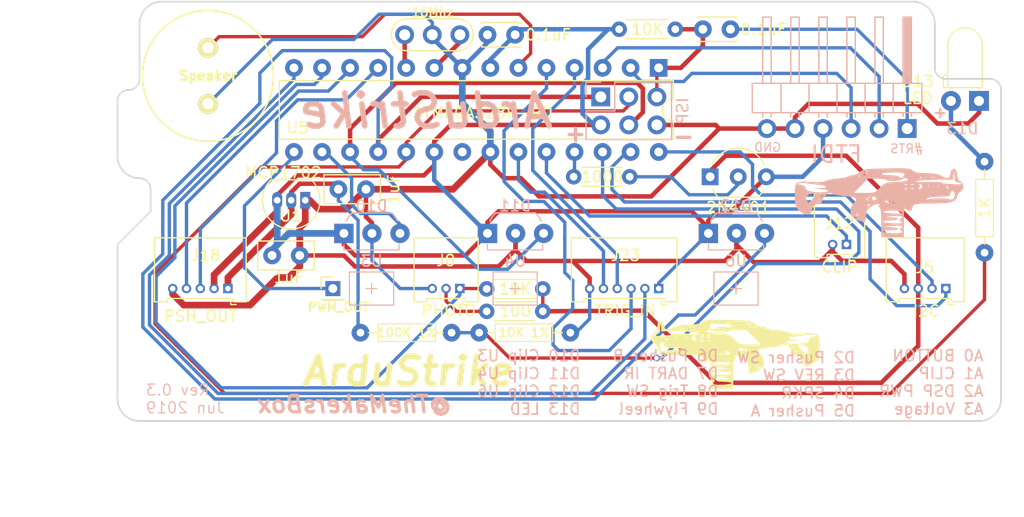
<source format=kicad_pcb>
(kicad_pcb (version 4) (host pcbnew 4.0.7)

  (general
    (links 73)
    (no_connects 0)
    (area 100.559999 31.175 271.419429 135.065001)
    (thickness 1.6)
    (drawings 54)
    (tracks 374)
    (zones 0)
    (modules 32)
    (nets 33)
  )

  (page A4)
  (title_block
    (date "lun. 30 mars 2015")
  )

  (layers
    (0 F.Cu signal)
    (31 B.Cu signal)
    (32 B.Adhes user)
    (33 F.Adhes user)
    (34 B.Paste user)
    (35 F.Paste user)
    (36 B.SilkS user)
    (37 F.SilkS user)
    (38 B.Mask user)
    (39 F.Mask user)
    (40 Dwgs.User user)
    (41 Cmts.User user)
    (42 Eco1.User user)
    (43 Eco2.User user)
    (44 Edge.Cuts user)
    (45 Margin user)
    (46 B.CrtYd user)
    (47 F.CrtYd user)
    (48 B.Fab user)
    (49 F.Fab user)
  )

  (setup
    (last_trace_width 0.3048)
    (user_trace_width 0.254)
    (user_trace_width 0.3048)
    (user_trace_width 0.4064)
    (user_trace_width 0.6096)
    (user_trace_width 0.9144)
    (user_trace_width 1.524)
    (user_trace_width 2.032)
    (trace_clearance 0.2)
    (zone_clearance 0.508)
    (zone_45_only no)
    (trace_min 0.2)
    (segment_width 0.15)
    (edge_width 0.15)
    (via_size 0.6)
    (via_drill 0.4)
    (via_min_size 0.4)
    (via_min_drill 0.3)
    (uvia_size 0.3)
    (uvia_drill 0.1)
    (uvias_allowed no)
    (uvia_min_size 0.2)
    (uvia_min_drill 0.1)
    (pcb_text_width 0.3)
    (pcb_text_size 1.5 1.5)
    (mod_edge_width 0.15)
    (mod_text_size 1 1)
    (mod_text_width 0.15)
    (pad_size 2.4 2.4)
    (pad_drill 1.4)
    (pad_to_mask_clearance 0)
    (aux_axis_origin 110.998 126.365)
    (grid_origin 110.998 126.365)
    (visible_elements 7FFFFFFF)
    (pcbplotparams
      (layerselection 0x010f0_80000001)
      (usegerberextensions true)
      (excludeedgelayer true)
      (linewidth 0.100000)
      (plotframeref false)
      (viasonmask false)
      (mode 1)
      (useauxorigin false)
      (hpglpennumber 1)
      (hpglpenspeed 20)
      (hpglpendiameter 15)
      (hpglpenoverlay 2)
      (psnegative false)
      (psa4output false)
      (plotreference true)
      (plotvalue true)
      (plotinvisibletext false)
      (padsonsilk false)
      (subtractmaskfromsilk false)
      (outputformat 1)
      (mirror false)
      (drillshape 0)
      (scaleselection 1)
      (outputdirectory gerbers/))
  )

  (net 0 "")
  (net 1 /Reset)
  (net 2 GND)
  (net 3 /A0)
  (net 4 /A1)
  (net 5 /A2)
  (net 6 /A3)
  (net 7 /AREF)
  (net 8 "/A4(SDA)")
  (net 9 "/A5(SCL)")
  (net 10 "/9(**)")
  (net 11 /8)
  (net 12 /7)
  (net 13 "/6(**)")
  (net 14 "/5(**)")
  (net 15 /4)
  (net 16 "/3(**)")
  (net 17 /2)
  (net 18 "/13(SCK)")
  (net 19 "/12(MISO)")
  (net 20 VCC)
  (net 21 "Net-(D2-Pad2)")
  (net 22 "Net-(U5-Pad9)")
  (net 23 "Net-(U5-Pad10)")
  (net 24 "/11(MOSI)")
  (net 25 "/10(SS)")
  (net 26 "/0(Rx)")
  (net 27 "/1(Tx)")
  (net 28 /Vin)
  (net 29 /#RTS)
  (net 30 "Net-(J8-Pad2)")
  (net 31 "Net-(J5-Pad3)")
  (net 32 "Net-(Q3-Pad2)")

  (net_class Default "This is the default net class."
    (clearance 0.2)
    (trace_width 0.25)
    (via_dia 0.6)
    (via_drill 0.4)
    (uvia_dia 0.3)
    (uvia_drill 0.1)
    (add_net /#RTS)
    (add_net "/0(Rx)")
    (add_net "/1(Tx)")
    (add_net "/10(SS)")
    (add_net "/11(MOSI)")
    (add_net "/12(MISO)")
    (add_net "/13(SCK)")
    (add_net /2)
    (add_net "/3(**)")
    (add_net /4)
    (add_net "/5(**)")
    (add_net "/6(**)")
    (add_net /7)
    (add_net /8)
    (add_net "/9(**)")
    (add_net /A0)
    (add_net /A1)
    (add_net /A2)
    (add_net /A3)
    (add_net "/A4(SDA)")
    (add_net "/A5(SCL)")
    (add_net /AREF)
    (add_net /Reset)
    (add_net /Vin)
    (add_net GND)
    (add_net "Net-(D2-Pad2)")
    (add_net "Net-(J5-Pad3)")
    (add_net "Net-(J8-Pad2)")
    (add_net "Net-(Q3-Pad2)")
    (add_net "Net-(U5-Pad10)")
    (add_net "Net-(U5-Pad9)")
    (add_net VCC)
  )

  (module footprints:Pin_Header_Angled_1x06_Pitch2.54mm (layer B.Cu) (tedit 5D04DD59) (tstamp 5CE766F8)
    (at 202.498 97.865 90)
    (descr "Through hole angled pin header, 1x06, 2.54mm pitch, 6mm pin length, single row")
    (tags "Through hole angled pin header THT 1x06 2.54mm single row")
    (path /5CE157C8)
    (fp_text reference J7 (at 4.385 2.27 90) (layer B.SilkS) hide
      (effects (font (size 1 1) (thickness 0.15)) (justify mirror))
    )
    (fp_text value FTDI (at 4.385 -14.97 90) (layer B.Fab)
      (effects (font (size 1 1) (thickness 0.15)) (justify mirror))
    )
    (fp_line (start 2.135 1.27) (end 4.04 1.27) (layer B.Fab) (width 0.1))
    (fp_line (start 4.04 1.27) (end 4.04 -13.97) (layer B.Fab) (width 0.1))
    (fp_line (start 4.04 -13.97) (end 1.5 -13.97) (layer B.Fab) (width 0.1))
    (fp_line (start 1.5 -13.97) (end 1.5 0.635) (layer B.Fab) (width 0.1))
    (fp_line (start 1.5 0.635) (end 2.135 1.27) (layer B.Fab) (width 0.1))
    (fp_line (start -0.32 0.32) (end 1.5 0.32) (layer B.Fab) (width 0.1))
    (fp_line (start -0.32 0.32) (end -0.32 -0.32) (layer B.Fab) (width 0.1))
    (fp_line (start -0.32 -0.32) (end 1.5 -0.32) (layer B.Fab) (width 0.1))
    (fp_line (start 4.04 0.32) (end 10.04 0.32) (layer B.Fab) (width 0.1))
    (fp_line (start 10.04 0.32) (end 10.04 -0.32) (layer B.Fab) (width 0.1))
    (fp_line (start 4.04 -0.32) (end 10.04 -0.32) (layer B.Fab) (width 0.1))
    (fp_line (start -0.32 -2.22) (end 1.5 -2.22) (layer B.Fab) (width 0.1))
    (fp_line (start -0.32 -2.22) (end -0.32 -2.86) (layer B.Fab) (width 0.1))
    (fp_line (start -0.32 -2.86) (end 1.5 -2.86) (layer B.Fab) (width 0.1))
    (fp_line (start 4.04 -2.22) (end 10.04 -2.22) (layer B.Fab) (width 0.1))
    (fp_line (start 10.04 -2.22) (end 10.04 -2.86) (layer B.Fab) (width 0.1))
    (fp_line (start 4.04 -2.86) (end 10.04 -2.86) (layer B.Fab) (width 0.1))
    (fp_line (start -0.32 -4.76) (end 1.5 -4.76) (layer B.Fab) (width 0.1))
    (fp_line (start -0.32 -4.76) (end -0.32 -5.4) (layer B.Fab) (width 0.1))
    (fp_line (start -0.32 -5.4) (end 1.5 -5.4) (layer B.Fab) (width 0.1))
    (fp_line (start 4.04 -4.76) (end 10.04 -4.76) (layer B.Fab) (width 0.1))
    (fp_line (start 10.04 -4.76) (end 10.04 -5.4) (layer B.Fab) (width 0.1))
    (fp_line (start 4.04 -5.4) (end 10.04 -5.4) (layer B.Fab) (width 0.1))
    (fp_line (start -0.32 -7.3) (end 1.5 -7.3) (layer B.Fab) (width 0.1))
    (fp_line (start -0.32 -7.3) (end -0.32 -7.94) (layer B.Fab) (width 0.1))
    (fp_line (start -0.32 -7.94) (end 1.5 -7.94) (layer B.Fab) (width 0.1))
    (fp_line (start 4.04 -7.3) (end 10.04 -7.3) (layer B.Fab) (width 0.1))
    (fp_line (start 10.04 -7.3) (end 10.04 -7.94) (layer B.Fab) (width 0.1))
    (fp_line (start 4.04 -7.94) (end 10.04 -7.94) (layer B.Fab) (width 0.1))
    (fp_line (start -0.32 -9.84) (end 1.5 -9.84) (layer B.Fab) (width 0.1))
    (fp_line (start -0.32 -9.84) (end -0.32 -10.48) (layer B.Fab) (width 0.1))
    (fp_line (start -0.32 -10.48) (end 1.5 -10.48) (layer B.Fab) (width 0.1))
    (fp_line (start 4.04 -9.84) (end 10.04 -9.84) (layer B.Fab) (width 0.1))
    (fp_line (start 10.04 -9.84) (end 10.04 -10.48) (layer B.Fab) (width 0.1))
    (fp_line (start 4.04 -10.48) (end 10.04 -10.48) (layer B.Fab) (width 0.1))
    (fp_line (start -0.32 -12.38) (end 1.5 -12.38) (layer B.Fab) (width 0.1))
    (fp_line (start -0.32 -12.38) (end -0.32 -13.02) (layer B.Fab) (width 0.1))
    (fp_line (start -0.32 -13.02) (end 1.5 -13.02) (layer B.Fab) (width 0.1))
    (fp_line (start 4.04 -12.38) (end 10.04 -12.38) (layer B.Fab) (width 0.1))
    (fp_line (start 10.04 -12.38) (end 10.04 -13.02) (layer B.Fab) (width 0.1))
    (fp_line (start 4.04 -13.02) (end 10.04 -13.02) (layer B.Fab) (width 0.1))
    (fp_line (start 1.44 1.33) (end 1.44 -14.03) (layer B.SilkS) (width 0.12))
    (fp_line (start 1.44 -14.03) (end 4.1 -14.03) (layer B.SilkS) (width 0.12))
    (fp_line (start 4.1 -14.03) (end 4.1 1.33) (layer B.SilkS) (width 0.12))
    (fp_line (start 4.1 1.33) (end 1.44 1.33) (layer B.SilkS) (width 0.12))
    (fp_line (start 4.1 0.38) (end 10.1 0.38) (layer B.SilkS) (width 0.12))
    (fp_line (start 10.1 0.38) (end 10.1 -0.38) (layer B.SilkS) (width 0.12))
    (fp_line (start 10.1 -0.38) (end 4.1 -0.38) (layer B.SilkS) (width 0.12))
    (fp_line (start 4.1 0.32) (end 10.1 0.32) (layer B.SilkS) (width 0.12))
    (fp_line (start 4.1 0.2) (end 10.1 0.2) (layer B.SilkS) (width 0.12))
    (fp_line (start 4.1 0.08) (end 10.1 0.08) (layer B.SilkS) (width 0.12))
    (fp_line (start 4.1 -0.04) (end 10.1 -0.04) (layer B.SilkS) (width 0.12))
    (fp_line (start 4.1 -0.16) (end 10.1 -0.16) (layer B.SilkS) (width 0.12))
    (fp_line (start 4.1 -0.28) (end 10.1 -0.28) (layer B.SilkS) (width 0.12))
    (fp_line (start 1.11 0.38) (end 1.44 0.38) (layer B.SilkS) (width 0.12))
    (fp_line (start 1.11 -0.38) (end 1.44 -0.38) (layer B.SilkS) (width 0.12))
    (fp_line (start 1.44 -1.27) (end 4.1 -1.27) (layer B.SilkS) (width 0.12))
    (fp_line (start 4.1 -2.16) (end 10.1 -2.16) (layer B.SilkS) (width 0.12))
    (fp_line (start 10.1 -2.16) (end 10.1 -2.92) (layer B.SilkS) (width 0.12))
    (fp_line (start 10.1 -2.92) (end 4.1 -2.92) (layer B.SilkS) (width 0.12))
    (fp_line (start 1.042929 -2.16) (end 1.44 -2.16) (layer B.SilkS) (width 0.12))
    (fp_line (start 1.042929 -2.92) (end 1.44 -2.92) (layer B.SilkS) (width 0.12))
    (fp_line (start 1.44 -3.81) (end 4.1 -3.81) (layer B.SilkS) (width 0.12))
    (fp_line (start 4.1 -4.7) (end 10.1 -4.7) (layer B.SilkS) (width 0.12))
    (fp_line (start 10.1 -4.7) (end 10.1 -5.46) (layer B.SilkS) (width 0.12))
    (fp_line (start 10.1 -5.46) (end 4.1 -5.46) (layer B.SilkS) (width 0.12))
    (fp_line (start 1.042929 -4.7) (end 1.44 -4.7) (layer B.SilkS) (width 0.12))
    (fp_line (start 1.042929 -5.46) (end 1.44 -5.46) (layer B.SilkS) (width 0.12))
    (fp_line (start 1.44 -6.35) (end 4.1 -6.35) (layer B.SilkS) (width 0.12))
    (fp_line (start 4.1 -7.24) (end 10.1 -7.24) (layer B.SilkS) (width 0.12))
    (fp_line (start 10.1 -7.24) (end 10.1 -8) (layer B.SilkS) (width 0.12))
    (fp_line (start 10.1 -8) (end 4.1 -8) (layer B.SilkS) (width 0.12))
    (fp_line (start 1.042929 -7.24) (end 1.44 -7.24) (layer B.SilkS) (width 0.12))
    (fp_line (start 1.042929 -8) (end 1.44 -8) (layer B.SilkS) (width 0.12))
    (fp_line (start 1.44 -8.89) (end 4.1 -8.89) (layer B.SilkS) (width 0.12))
    (fp_line (start 4.1 -9.78) (end 10.1 -9.78) (layer B.SilkS) (width 0.12))
    (fp_line (start 10.1 -9.78) (end 10.1 -10.54) (layer B.SilkS) (width 0.12))
    (fp_line (start 10.1 -10.54) (end 4.1 -10.54) (layer B.SilkS) (width 0.12))
    (fp_line (start 1.042929 -9.78) (end 1.44 -9.78) (layer B.SilkS) (width 0.12))
    (fp_line (start 1.042929 -10.54) (end 1.44 -10.54) (layer B.SilkS) (width 0.12))
    (fp_line (start 1.44 -11.43) (end 4.1 -11.43) (layer B.SilkS) (width 0.12))
    (fp_line (start 4.1 -12.32) (end 10.1 -12.32) (layer B.SilkS) (width 0.12))
    (fp_line (start 10.1 -12.32) (end 10.1 -13.08) (layer B.SilkS) (width 0.12))
    (fp_line (start 10.1 -13.08) (end 4.1 -13.08) (layer B.SilkS) (width 0.12))
    (fp_line (start 1.042929 -12.32) (end 1.44 -12.32) (layer B.SilkS) (width 0.12))
    (fp_line (start 1.042929 -13.08) (end 1.44 -13.08) (layer B.SilkS) (width 0.12))
    (fp_line (start -1.8 1.8) (end -1.8 -14.5) (layer B.CrtYd) (width 0.05))
    (fp_line (start -1.8 -14.5) (end 10.55 -14.5) (layer B.CrtYd) (width 0.05))
    (fp_line (start 10.55 -14.5) (end 10.55 1.8) (layer B.CrtYd) (width 0.05))
    (fp_line (start 10.55 1.8) (end -1.8 1.8) (layer B.CrtYd) (width 0.05))
    (fp_text user %R (at 2.77 -6.35 360) (layer B.Fab)
      (effects (font (size 1 1) (thickness 0.15)) (justify mirror))
    )
    (pad 1 thru_hole rect (at 0 0 90) (size 1.7 1.7) (drill 1) (layers *.Cu *.Mask)
      (net 29 /#RTS))
    (pad 2 thru_hole oval (at 0 -2.54 90) (size 1.7 1.7) (drill 1) (layers *.Cu *.Mask)
      (net 27 "/1(Tx)"))
    (pad 3 thru_hole oval (at 0 -5.08 90) (size 1.7 1.7) (drill 1) (layers *.Cu *.Mask)
      (net 26 "/0(Rx)"))
    (pad 4 thru_hole oval (at 0 -7.62 90) (size 1.7 1.7) (drill 1) (layers *.Cu *.Mask)
      (net 20 VCC))
    (pad 5 thru_hole oval (at 0 -10.16 90) (size 1.7 1.7) (drill 1) (layers *.Cu *.Mask)
      (net 2 GND))
    (pad 6 thru_hole oval (at 0 -12.7 90) (size 1.7 1.7) (drill 1) (layers *.Cu *.Mask)
      (net 2 GND))
    (model ${KISYS3DMOD}/Pin_Headers.3dshapes/Pin_Header_Angled_1x06_Pitch2.54mm.wrl
      (at (xyz 0 0 0))
      (scale (xyz 1 1 1))
      (rotate (xyz 0 0 0))
    )
  )

  (module footprints:R__P5.08mm (layer F.Cu) (tedit 5CE6B6CD) (tstamp 5CF899C0)
    (at 167.005 112.395 180)
    (descr "Resistor, Axial_DIN0204 series, Axial, Horizontal, pin pitch=5.08mm, 0.16666666666666666W = 1/6W, length*diameter=3.6*1.6mm^2, http://cdn-reichelt.de/documents/datenblatt/B400/1_4W%23YAG.pdf")
    (tags "Resistor Axial_DIN0204 series Axial Horizontal pin pitch 5.08mm 0.16666666666666666W = 1/6W length 3.6mm diameter 1.6mm")
    (path /5D001371)
    (fp_text reference R20 (at 0 0 180) (layer F.SilkS) hide
      (effects (font (size 1 1) (thickness 0.15)))
    )
    (fp_text value 10K (at 0 0 180) (layer F.SilkS)
      (effects (font (size 1 1) (thickness 0.15)))
    )
    (fp_line (start -1.76 -0.8) (end -1.76 0.8) (layer F.Fab) (width 0.1))
    (fp_line (start -1.76 0.8) (end 1.84 0.8) (layer F.Fab) (width 0.1))
    (fp_line (start 1.84 0.8) (end 1.84 -0.8) (layer F.Fab) (width 0.1))
    (fp_line (start 1.84 -0.8) (end -1.76 -0.8) (layer F.Fab) (width 0.1))
    (fp_line (start -2.5 0) (end -1.76 0) (layer F.Fab) (width 0.1))
    (fp_line (start 2.58 0) (end 1.84 0) (layer F.Fab) (width 0.1))
    (fp_line (start -1.82 -0.86) (end 1.9 -0.86) (layer F.SilkS) (width 0.12))
    (fp_line (start -1.82 0.86) (end 1.9 0.86) (layer F.SilkS) (width 0.12))
    (fp_line (start -3.45 -1.15) (end -3.45 1.15) (layer F.CrtYd) (width 0.05))
    (fp_line (start -3.45 1.15) (end 3.55 1.15) (layer F.CrtYd) (width 0.05))
    (fp_line (start 3.55 1.15) (end 3.55 -1.15) (layer F.CrtYd) (width 0.05))
    (fp_line (start 3.55 -1.15) (end -3.45 -1.15) (layer F.CrtYd) (width 0.05))
    (pad 1 thru_hole circle (at -2.5 0 180) (size 1.4 1.4) (drill 0.7) (layers *.Cu *.Mask)
      (net 31 "Net-(J5-Pad3)"))
    (pad 2 thru_hole oval (at 2.58 0 180) (size 1.4 1.4) (drill 0.7) (layers *.Cu *.Mask)
      (net 12 /7))
    (model ${KISYS3DMOD}/Resistors_THT.3dshapes/R_Axial_DIN0204_L3.6mm_D1.6mm_P5.08mm_Horizontal.wrl
      (at (xyz 0 0 0))
      (scale (xyz 0.393701 0.393701 0.393701))
      (rotate (xyz 0 0 0))
    )
  )

  (module footprints:Hall_Sensor (layer B.Cu) (tedit 5CF88524) (tstamp 5CE76795)
    (at 151.498 107.365)
    (descr "TO-92 leads in-line, wide, drill 0.8mm (see NXP sot054_po.pdf)")
    (tags "to-92 sc-43 sc-43a sot54 PA33 transistor")
    (path /5CE1F6F9)
    (fp_text reference U3 (at 2.5 2.5 180) (layer B.SilkS)
      (effects (font (size 1 1) (thickness 0.15)) (justify mirror))
    )
    (fp_text value "HALL SENSOR" (at 6.477 0.381 90) (layer B.SilkS) hide
      (effects (font (size 1 1) (thickness 0.15)) (justify mirror))
    )
    (fp_line (start 0.5 6.5) (end 4.5 6.5) (layer B.SilkS) (width 0.1))
    (fp_line (start 4.5 6.5) (end 4.5 3.5) (layer B.SilkS) (width 0.1))
    (fp_line (start 4.5 3.5) (end 0.5 3.5) (layer B.SilkS) (width 0.1))
    (fp_line (start 0.5 3.5) (end 0.5 6.5) (layer B.SilkS) (width 0.1))
    (fp_line (start 2.5 5.5) (end 2.5 4.5) (layer B.SilkS) (width 0.1))
    (fp_line (start 2 5) (end 3 5) (layer B.SilkS) (width 0.1))
    (fp_line (start 0 1) (end 0 1.5) (layer B.SilkS) (width 0.1))
    (fp_line (start 0 1.5) (end 5 1.5) (layer B.SilkS) (width 0.1))
    (fp_line (start 5 1.5) (end 5 1) (layer B.SilkS) (width 0.1))
    (fp_text user %R (at 2.5 2.5 180) (layer B.Fab)
      (effects (font (size 1 1) (thickness 0.15)) (justify mirror))
    )
    (fp_line (start 0.74 -1.85) (end 4.34 -1.85) (layer B.SilkS) (width 0.12))
    (fp_line (start 0.8 -1.75) (end 4.3 -1.75) (layer B.Fab) (width 0.1))
    (fp_line (start -1.01 2.73) (end 6.09 2.73) (layer B.CrtYd) (width 0.05))
    (fp_line (start -1.01 2.73) (end -1.01 -2.01) (layer B.CrtYd) (width 0.05))
    (fp_line (start 6.09 -2.01) (end 6.09 2.73) (layer B.CrtYd) (width 0.05))
    (fp_line (start 6.09 -2.01) (end -1.01 -2.01) (layer B.CrtYd) (width 0.05))
    (fp_arc (start 2.54 0) (end 0.74 -1.85) (angle -20) (layer B.SilkS) (width 0.12))
    (fp_arc (start 2.54 0) (end 4.34 -1.85) (angle 20) (layer B.SilkS) (width 0.12))
    (pad 3 thru_hole circle (at 5.08 0 270) (size 1.75 1.75) (drill 0.8) (layers *.Cu *.Mask)
      (net 25 "/10(SS)"))
    (pad 2 thru_hole circle (at 2.54 0 270) (size 1.75 1.75) (drill 0.8) (layers *.Cu *.Mask)
      (net 2 GND))
    (pad 1 thru_hole rect (at 0 0 270) (size 1.75 1.75) (drill 0.8) (layers *.Cu *.Mask)
      (net 20 VCC))
    (model ${KISYS3DMOD}/TO_SOT_Packages_THT.3dshapes/TO-92_Inline_Wide.wrl
      (at (xyz 0.1 0 0))
      (scale (xyz 1 1 1))
      (rotate (xyz 0 0 -90))
    )
  )

  (module footprints:RS_left (layer B.Cu) (tedit 0) (tstamp 5CE959E6)
    (at 199.898 103.632 180)
    (fp_text reference G*** (at 0 0 180) (layer B.SilkS) hide
      (effects (font (thickness 0.3)) (justify mirror))
    )
    (fp_text value LOGO (at 0.75 0 180) (layer B.SilkS) hide
      (effects (font (thickness 0.3)) (justify mirror))
    )
    (fp_poly (pts (xy -0.911206 2.155231) (xy -0.719418 2.151207) (xy 0.063891 2.132351) (xy 0.63387 2.110762)
      (xy 1.032446 2.080655) (xy 1.301548 2.036245) (xy 1.483103 1.971745) (xy 1.619039 1.881371)
      (xy 1.689225 1.818845) (xy 2.008033 1.614019) (xy 2.33009 1.531659) (xy 2.604811 1.494514)
      (xy 2.732566 1.422878) (xy 2.884317 1.359354) (xy 3.220571 1.294332) (xy 3.670989 1.241147)
      (xy 3.708379 1.237926) (xy 4.186614 1.179375) (xy 4.577228 1.098163) (xy 4.797827 1.011552)
      (xy 4.801074 1.008954) (xy 5.02261 0.929782) (xy 5.447369 0.903389) (xy 6.098456 0.92828)
      (xy 6.735358 0.959699) (xy 7.15991 0.932664) (xy 7.413942 0.812377) (xy 7.539281 0.564035)
      (xy 7.577757 0.15284) (xy 7.574448 -0.299705) (xy 7.55567 -0.820243) (xy 7.510798 -1.161318)
      (xy 7.41891 -1.398689) (xy 7.259087 -1.608118) (xy 7.193924 -1.677701) (xy 6.863912 -1.92531)
      (xy 6.524861 -2.032298) (xy 6.241013 -1.99707) (xy 6.076614 -1.818034) (xy 6.058692 -1.705856)
      (xy 5.968432 -1.361303) (xy 5.753707 -1.122475) (xy 5.481651 -1.060821) (xy 5.457641 -1.066143)
      (xy 5.223964 -1.030967) (xy 5.149965 -0.915469) (xy 5.05454 -0.70201) (xy 5.360804 -0.70201)
      (xy 5.424623 -0.765829) (xy 5.488442 -0.70201) (xy 5.424623 -0.638191) (xy 5.360804 -0.70201)
      (xy 5.05454 -0.70201) (xy 4.932278 -0.42852) (xy 4.814707 -0.297822) (xy 5.020435 -0.297822)
      (xy 5.037956 -0.373703) (xy 5.105527 -0.382914) (xy 5.210588 -0.336213) (xy 5.190619 -0.297822)
      (xy 5.039143 -0.282546) (xy 5.020435 -0.297822) (xy 4.814707 -0.297822) (xy 4.662243 -0.128337)
      (xy 4.659982 -0.127638) (xy 5.603089 -0.127638) (xy 5.95326 -0.586736) (xy 6.174867 -0.859023)
      (xy 6.31053 -0.948722) (xy 6.419397 -0.883283) (xy 6.465363 -0.824381) (xy 6.557914 -0.538002)
      (xy 6.500111 -0.365282) (xy 6.258507 -0.170513) (xy 5.988008 -0.127638) (xy 5.603089 -0.127638)
      (xy 4.659982 -0.127638) (xy 4.370531 -0.038187) (xy 4.130644 -0.142242) (xy 3.932515 -0.215108)
      (xy 3.555775 -0.286065) (xy 3.076806 -0.341207) (xy 3.007168 -0.346781) (xy 2.437546 -0.416442)
      (xy 2.111111 -0.527158) (xy 2.017643 -0.689131) (xy 2.146925 -0.912563) (xy 2.297487 -1.055309)
      (xy 2.454343 -1.287508) (xy 2.528973 -1.595379) (xy 2.527458 -1.909553) (xy 2.455878 -2.160665)
      (xy 2.320315 -2.279347) (xy 2.192939 -2.247938) (xy 2.018902 -2.259843) (xy 1.96749 -2.315126)
      (xy 1.949264 -2.4035) (xy 2.042211 -2.361306) (xy 2.14927 -2.327837) (xy 2.118218 -2.405404)
      (xy 1.924519 -2.534056) (xy 1.804929 -2.552763) (xy 1.533048 -2.627586) (xy 1.443954 -2.691523)
      (xy 1.284894 -2.744712) (xy 1.169745 -2.589577) (xy 1.123262 -2.272354) (xy 1.127657 -2.161538)
      (xy 1.818229 -2.161538) (xy 1.835688 -2.169849) (xy 1.952169 -2.079994) (xy 1.978392 -2.042211)
      (xy 2.010917 -1.922883) (xy 1.993457 -1.914572) (xy 1.876977 -2.004427) (xy 1.850753 -2.042211)
      (xy 1.818229 -2.161538) (xy 1.127657 -2.161538) (xy 1.129899 -2.105041) (xy 1.063908 -1.697815)
      (xy 0.868831 -1.449853) (xy 0.588686 -1.25404) (xy 0.3308 -1.141211) (xy 0.765829 -1.141211)
      (xy 0.858483 -1.271187) (xy 0.893467 -1.276382) (xy 1.017787 -1.232833) (xy 1.021105 -1.220095)
      (xy 0.931665 -1.111122) (xy 0.893467 -1.084924) (xy 0.775851 -1.095044) (xy 0.765829 -1.141211)
      (xy 0.3308 -1.141211) (xy 0.279932 -1.118956) (xy 0.018197 -1.067067) (xy -0.120891 -1.120837)
      (xy -0.127638 -1.153844) (xy -0.041897 -1.232306) (xy 0.031909 -1.21063) (xy 0.075966 -1.211759)
      (xy -0.03191 -1.312897) (xy -0.136606 -1.439404) (xy -0.203395 -1.646076) (xy -0.240005 -1.98403)
      (xy -0.254165 -2.504377) (xy -0.255277 -2.790201) (xy -0.255277 -4.084422) (xy -2.297488 -4.084422)
      (xy -2.297488 -3.212143) (xy -2.16985 -3.212143) (xy -2.090845 -3.275613) (xy -2.042211 -3.254773)
      (xy -1.924407 -3.260608) (xy -1.914573 -3.303527) (xy -2.008367 -3.481674) (xy -2.055838 -3.518472)
      (xy -2.138349 -3.628623) (xy -1.989115 -3.701738) (xy -1.629636 -3.732921) (xy -1.161658 -3.72208)
      (xy -0.753879 -3.682098) (xy -0.47197 -3.62132) (xy -0.382915 -3.562532) (xy -0.498335 -3.498838)
      (xy -0.796068 -3.456594) (xy -1.084925 -3.446231) (xy -1.541595 -3.418417) (xy -1.754013 -3.351641)
      (xy -1.725061 -3.270897) (xy -1.457622 -3.201183) (xy -1.053015 -3.169497) (xy -0.319096 -3.14804)
      (xy -1.084925 -3.07237) (xy -1.636815 -3.031926) (xy -1.975862 -3.046373) (xy -2.139543 -3.12054)
      (xy -2.16985 -3.212143) (xy -2.297488 -3.212143) (xy -2.297488 -2.77613) (xy -2.170137 -2.77613)
      (xy -2.053693 -2.81773) (xy -1.746923 -2.837356) (xy -1.314131 -2.831168) (xy -1.27667 -2.829475)
      (xy -0.836188 -2.793268) (xy -0.516986 -2.737816) (xy -0.383625 -2.674645) (xy -0.382915 -2.669928)
      (xy -0.498334 -2.605761) (xy -0.796064 -2.563204) (xy -1.084925 -2.552763) (xy -1.53721 -2.523775)
      (xy -1.752742 -2.454653) (xy -1.728427 -2.372168) (xy -1.461169 -2.303086) (xy -1.116834 -2.276682)
      (xy -0.446734 -2.255878) (xy -1.148744 -2.178863) (xy -1.685843 -2.137029) (xy -2.009264 -2.158537)
      (xy -2.153794 -2.24815) (xy -2.16985 -2.318676) (xy -2.090845 -2.382145) (xy -2.042211 -2.361306)
      (xy -1.93294 -2.390242) (xy -1.914573 -2.481412) (xy -1.981213 -2.656048) (xy -2.042211 -2.680402)
      (xy -2.166584 -2.753933) (xy -2.170137 -2.77613) (xy -2.297488 -2.77613) (xy -2.297488 -2.724438)
      (xy -2.298966 -2.124339) (xy -2.306463 -1.841992) (xy -2.160566 -1.841992) (xy -2.10854 -1.912128)
      (xy -1.820417 -1.944721) (xy -1.304742 -1.937313) (xy -1.275635 -1.935968) (xy -0.841009 -1.899865)
      (xy -0.547858 -1.844827) (xy -0.45091 -1.78147) (xy -0.453232 -1.77642) (xy -0.614041 -1.710015)
      (xy -0.937846 -1.670804) (xy -1.333576 -1.661173) (xy -1.71016 -1.683504) (xy -1.967953 -1.736771)
      (xy -2.160566 -1.841992) (xy -2.306463 -1.841992) (xy -2.309115 -1.742145) (xy -2.336506 -1.540486)
      (xy -2.389708 -1.48199) (xy -2.477293 -1.529286) (xy -2.55578 -1.598206) (xy -2.807897 -1.738812)
      (xy -2.986368 -1.63575) (xy -3.084546 -1.340402) (xy -3.128256 -1.222482) (xy -3.23439 -1.137463)
      (xy -3.439104 -1.08015) (xy -3.778551 -1.04535) (xy -4.288887 -1.027866) (xy -5.006266 -1.022505)
      (xy -5.296985 -1.022513) (xy -6.044382 -0.997822) (xy -6.300958 -0.957286) (xy -1.659297 -0.957286)
      (xy -1.595478 -1.021105) (xy -1.531659 -0.957286) (xy -1.40402 -0.957286) (xy -1.340201 -1.021105)
      (xy -1.276382 -0.957286) (xy -1.340201 -0.893467) (xy -1.40402 -0.957286) (xy -1.531659 -0.957286)
      (xy -1.595478 -0.893467) (xy -1.659297 -0.957286) (xy -6.300958 -0.957286) (xy -6.571149 -0.914599)
      (xy -6.63239 -0.886795) (xy -1.080801 -0.886795) (xy -1.03695 -0.949875) (xy -0.856195 -0.950352)
      (xy -0.646217 -0.898727) (xy -0.535829 -0.833651) (xy -0.585284 -0.780448) (xy -0.737024 -0.765829)
      (xy -0.988107 -0.817032) (xy -1.080801 -0.886795) (xy -6.63239 -0.886795) (xy -6.907457 -0.761914)
      (xy -7.083475 -0.52884) (xy -7.123053 -0.361045) (xy -7.189016 -0.202943) (xy -6.901187 -0.202943)
      (xy -6.860265 -0.460529) (xy -6.730895 -0.641296) (xy -6.669096 -0.666493) (xy -6.447046 -0.670472)
      (xy -6.38191 -0.638633) (xy -6.231574 -0.601222) (xy -5.896865 -0.5738) (xy -5.44865 -0.56204)
      (xy -5.424623 -0.561965) (xy -4.964967 -0.579139) (xy -4.607682 -0.625945) (xy -4.427841 -0.69239)
      (xy -4.42571 -0.694913) (xy -4.357939 -0.732646) (xy -4.372165 -0.638191) (xy -4.445584 -0.556381)
      (xy 0.180384 -0.556381) (xy 0.1909 -0.637289) (xy 0.374534 -0.760502) (xy 0.379772 -0.757518)
      (xy 0.924761 -0.757518) (xy 0.942221 -0.765829) (xy 1.058701 -0.675974) (xy 1.084924 -0.638191)
      (xy 1.117449 -0.518863) (xy 1.09999 -0.510552) (xy 0.983509 -0.600407) (xy 0.957286 -0.638191)
      (xy 0.924761 -0.757518) (xy 0.379772 -0.757518) (xy 0.564568 -0.652263) (xy 0.57962 -0.629699)
      (xy 0.608437 -0.450811) (xy 0.596633 -0.446733) (xy 0.765829 -0.446733) (xy 0.829648 -0.510552)
      (xy 0.893467 -0.446733) (xy 0.829648 -0.382914) (xy 0.765829 -0.446733) (xy 0.596633 -0.446733)
      (xy 0.450894 -0.396385) (xy 0.31651 -0.430064) (xy 0.180384 -0.556381) (xy -4.445584 -0.556381)
      (xy -4.464529 -0.535272) (xy -4.703115 -0.467214) (xy -5.130438 -0.425139) (xy -5.466806 -0.409662)
      (xy -5.983445 -0.385424) (xy -6.295239 -0.348663) (xy -6.452616 -0.285492) (xy -6.506004 -0.182021)
      (xy -6.509548 -0.122476) (xy -6.590624 0.081577) (xy -6.701005 0.127639) (xy -6.84949 0.0277)
      (xy -6.901187 -0.202943) (xy -7.189016 -0.202943) (xy -7.246524 -0.065109) (xy -7.410239 0.038873)
      (xy -7.60101 0.199369) (xy -7.619507 0.271212) (xy -6.348745 0.271212) (xy -6.255244 0.332387)
      (xy -6.238433 0.348878) (xy -6.162465 0.474978) (xy -3.950888 0.474978) (xy -3.871692 0.340369)
      (xy -3.706997 0.250805) (xy -3.658289 0.293222) (xy -3.238899 0.293222) (xy -3.063317 0.27543)
      (xy -2.969705 0.285793) (xy -2.625043 0.285793) (xy -2.499582 0.265353) (xy -2.334033 0.288821)
      (xy -2.332056 0.332392) (xy -2.502886 0.362861) (xy -2.576696 0.342468) (xy -2.625043 0.285793)
      (xy -2.969705 0.285793) (xy -2.882118 0.295489) (xy -2.903769 0.339809) (xy -3.165089 0.356667)
      (xy -3.222865 0.339809) (xy -3.238899 0.293222) (xy -3.658289 0.293222) (xy -3.63395 0.314417)
      (xy -3.691207 0.434322) (xy -3.771884 0.599554) (xy -3.67903 0.676137) (xy -3.238899 0.676137)
      (xy -3.063317 0.658345) (xy -2.96971 0.668707) (xy -2.625043 0.668707) (xy -2.499582 0.648268)
      (xy -2.334033 0.671735) (xy -2.332056 0.715306) (xy -2.502886 0.745776) (xy -2.576696 0.725383)
      (xy -2.625043 0.668707) (xy -2.96971 0.668707) (xy -2.882118 0.678403) (xy -2.903769 0.722724)
      (xy -3.165089 0.739582) (xy -3.222865 0.722724) (xy -3.238899 0.676137) (xy -3.67903 0.676137)
      (xy -3.674926 0.679521) (xy -3.618609 0.736827) (xy -3.733417 0.755753) (xy -3.918263 0.671927)
      (xy -3.950888 0.474978) (xy -6.162465 0.474978) (xy -6.137614 0.516227) (xy -6.150533 0.574372)
      (xy -5.488442 0.574372) (xy -5.424623 0.510553) (xy -5.360804 0.574372) (xy -4.594975 0.574372)
      (xy -4.531156 0.510553) (xy -4.467337 0.574372) (xy -4.531156 0.638191) (xy -4.594975 0.574372)
      (xy -5.360804 0.574372) (xy -5.424623 0.638191) (xy -5.488442 0.574372) (xy -6.150533 0.574372)
      (xy -6.151284 0.57775) (xy -6.24623 0.539446) (xy -6.309884 0.420329) (xy -6.348745 0.271212)
      (xy -7.619507 0.271212) (xy -7.672873 0.478482) (xy -7.625889 0.768969) (xy -7.622598 0.772833)
      (xy -7.530654 0.772833) (xy -7.418052 0.711067) (xy -7.134565 0.6975) (xy -6.988191 0.708092)
      (xy -6.551355 0.744119) (xy -6.159229 0.762313) (xy -6.094724 0.762881) (xy -5.83999 0.792777)
      (xy -5.744005 0.859531) (xy -5.625765 0.897094) (xy -5.3072 0.919242) (xy -4.842933 0.9235)
      (xy -4.500689 0.915897) (xy -3.985465 0.907244) (xy -3.594162 0.917116) (xy -3.37606 0.943265)
      (xy -3.350895 0.968316) (xy -3.520986 1.018019) (xy -3.895577 1.063179) (xy -4.423897 1.100617)
      (xy -4.809684 1.116835) (xy -2.648886 1.116835) (xy -2.485693 1.018194) (xy -2.075944 0.950275)
      (xy -1.592165 0.919559) (xy -1.081933 0.894366) (xy -0.749047 0.847449) (xy -0.515645 0.751351)
      (xy -0.303862 0.578615) (xy -0.13457 0.405578) (xy 0.108254 0.162623) (xy 0.313917 0.020843)
      (xy 0.562701 -0.046663) (xy 0.934888 -0.0668) (xy 1.276382 -0.067247) (xy 2.233668 -0.063819)
      (xy 2.085298 0.086073) (xy 4.582082 0.086073) (xy 4.809638 0.014946) (xy 4.850251 0.007664)
      (xy 5.28298 -0.022822) (xy 5.773688 0.004078) (xy 6.215003 0.07738) (xy 6.482305 0.174621)
      (xy 6.62535 0.376624) (xy 6.637186 0.454267) (xy 6.748374 0.600149) (xy 6.956281 0.638191)
      (xy 7.196059 0.68742) (xy 7.275377 0.782143) (xy 7.163001 0.867685) (xy 6.822048 0.853014)
      (xy 6.756724 0.843158) (xy 6.327146 0.781943) (xy 5.793735 0.715783) (xy 5.480342 0.681024)
      (xy 5.023643 0.610929) (xy 4.779433 0.527967) (xy 4.758197 0.447707) (xy 4.970421 0.385713)
      (xy 5.265075 0.361459) (xy 5.807537 0.340002) (xy 5.296985 0.293173) (xy 4.838141 0.233102)
      (xy 4.595711 0.16143) (xy 4.582082 0.086073) (xy 2.085298 0.086073) (xy 0.957286 1.225655)
      (xy 0.108216 1.219109) (xy -0.309003 1.202877) (xy -0.592685 1.166534) (xy -0.682581 1.117877)
      (xy -0.68199 1.116835) (xy -0.763448 1.064818) (xy -1.035181 1.030051) (xy -1.325136 1.021106)
      (xy -1.727067 1.042596) (xy -2.016184 1.097906) (xy -2.10603 1.148744) (xy -2.201663 1.212563)
      (xy -1.40402 1.212563) (xy -1.340201 1.148744) (xy -1.276382 1.212563) (xy -1.148744 1.212563)
      (xy -1.084925 1.148744) (xy -1.021106 1.212563) (xy -1.084925 1.276382) (xy -1.148744 1.212563)
      (xy -1.276382 1.212563) (xy -1.340201 1.276382) (xy -1.40402 1.212563) (xy -2.201663 1.212563)
      (xy -2.264695 1.254626) (xy -2.477567 1.271348) (xy -2.632991 1.205472) (xy -2.648886 1.116835)
      (xy -4.809684 1.116835) (xy -5.055173 1.127155) (xy -5.738633 1.139615) (xy -6.086609 1.139555)
      (xy -6.748595 1.134993) (xy -6.799072 1.620512) (xy -6.829632 1.888421) (xy -6.848098 1.933167)
      (xy -6.861742 1.742538) (xy -6.871006 1.499749) (xy -6.896548 1.132478) (xy -6.963894 0.953784)
      (xy -7.110488 0.897005) (xy -7.211558 0.893468) (xy -7.451467 0.852157) (xy -7.530654 0.772833)
      (xy -7.622598 0.772833) (xy -7.460117 0.963587) (xy -7.409712 0.982372) (xy -7.233376 1.102165)
      (xy -7.14302 1.383279) (xy -7.122527 1.576704) (xy -7.074155 1.921802) (xy -6.972644 2.076396)
      (xy -6.828643 2.106031) (xy -6.637314 2.039261) (xy -6.546647 1.798705) (xy -6.533371 1.691206)
      (xy -6.427146 1.371622) (xy -6.191615 1.271969) (xy -5.985108 1.340201) (xy -5.105528 1.340201)
      (xy -5.041709 1.276382) (xy -4.97789 1.340201) (xy -4.850252 1.340201) (xy -4.786432 1.276382)
      (xy -4.722613 1.340201) (xy -4.339699 1.340201) (xy -4.27588 1.276382) (xy -4.212061 1.340201)
      (xy -4.233334 1.361474) (xy -3.914238 1.361474) (xy -3.896717 1.285594) (xy -3.829146 1.276382)
      (xy -3.724085 1.323083) (xy -3.744054 1.361474) (xy -3.895531 1.37675) (xy -3.914238 1.361474)
      (xy -4.233334 1.361474) (xy -4.27588 1.40402) (xy -4.339699 1.340201) (xy -4.722613 1.340201)
      (xy -4.786432 1.40402) (xy -4.850252 1.340201) (xy -4.97789 1.340201) (xy -5.041709 1.40402)
      (xy -5.105528 1.340201) (xy -5.985108 1.340201) (xy -5.827254 1.392357) (xy -5.659782 1.492758)
      (xy -5.505963 1.556426) (xy -2.34023 1.556426) (xy -2.216381 1.376191) (xy -2.049634 1.277357)
      (xy -2.034116 1.276382) (xy -1.876948 1.368384) (xy -1.850754 1.40402) (xy -1.700079 1.46784)
      (xy 1.659296 1.46784) (xy 1.723115 1.40402) (xy 1.786934 1.46784) (xy 1.723115 1.531659)
      (xy 1.659296 1.46784) (xy -1.700079 1.46784) (xy -1.690222 1.472015) (xy -1.354179 1.518315)
      (xy -1.00604 1.531659) (xy -0.56919 1.55064) (xy -0.340824 1.604262) (xy -0.335894 1.616751)
      (xy 1.19129 1.616751) (xy 1.20881 1.54087) (xy 1.276382 1.531659) (xy 1.381442 1.578359)
      (xy 1.361474 1.616751) (xy 1.209997 1.632027) (xy 1.19129 1.616751) (xy -0.335894 1.616751)
      (xy -0.319096 1.659297) (xy -0.474221 1.717657) (xy -0.805032 1.759244) (xy -1.232386 1.782345)
      (xy -1.677136 1.785251) (xy -2.060138 1.766251) (xy -2.302247 1.723635) (xy -2.338926 1.70295)
      (xy -2.34023 1.556426) (xy -5.505963 1.556426) (xy -5.335565 1.626956) (xy -4.841259 1.70124)
      (xy -4.33048 1.722453) (xy -3.763435 1.745478) (xy -3.38939 1.804241) (xy -3.342403 1.82488)
      (xy 0.973161 1.82488) (xy 1.148743 1.807088) (xy 1.329942 1.827147) (xy 1.308291 1.871467)
      (xy 1.046972 1.888326) (xy 0.989196 1.871467) (xy 0.973161 1.82488) (xy -3.342403 1.82488)
      (xy -3.147185 1.910629) (xy -3.076924 1.966078) (xy -2.958868 2.051738) (xy -2.797876 2.111486)
      (xy -2.553282 2.148515) (xy -2.184418 2.16602) (xy -1.650615 2.167194) (xy -0.911206 2.155231)) (layer B.SilkS) (width 0.01))
  )

  (module footprints:SPEAKER (layer F.Cu) (tedit 5D04DAF3) (tstamp 5CF7F78A)
    (at 139.192 93.091)
    (descr "Switch inverseur")
    (tags "SWITCH DEV")
    (path /5CF98DB6)
    (fp_text reference LS1 (at 0 5.08) (layer F.SilkS) hide
      (effects (font (size 1.016 1.016) (thickness 0.2032)))
    )
    (fp_text value Speaker (at 0 0) (layer F.SilkS)
      (effects (font (size 0.889 0.889) (thickness 0.22225)))
    )
    (fp_circle (center 0 0) (end -5.842 -1.016) (layer F.SilkS) (width 0.15))
    (pad 2 thru_hole circle (at 0 2.54) (size 1.778 1.778) (drill 1.016) (layers *.Cu *.Mask F.SilkS)
      (net 2 GND))
    (pad 1 thru_hole circle (at 0 -2.54) (size 1.778 1.778) (drill 1.016) (layers *.Cu *.Mask F.SilkS)
      (net 15 /4))
  )

  (module footprints:DIP-28_W7.62mm (layer F.Cu) (tedit 5D04FA62) (tstamp 5BB69B80)
    (at 179.998 92.365 270)
    (descr "28-lead though-hole mounted DIP package, row spacing 7.62 mm (300 mils)")
    (tags "THT DIP DIL PDIP 2.54mm 7.62mm 300mil")
    (path /5BB5CB12)
    (fp_text reference U5 (at 5.425 32.678 360) (layer F.SilkS)
      (effects (font (size 1 1) (thickness 0.15)))
    )
    (fp_text value ATMEGA328P-PU (at 4.064 15.875 360) (layer F.SilkS)
      (effects (font (size 1 1) (thickness 0.15)))
    )
    (fp_arc (start 3.81 -1.33) (end 2.81 -1.33) (angle -180) (layer F.SilkS) (width 0.12))
    (fp_line (start 1.635 -1.27) (end 6.985 -1.27) (layer F.Fab) (width 0.1))
    (fp_line (start 6.985 -1.27) (end 6.985 34.29) (layer F.Fab) (width 0.1))
    (fp_line (start 6.985 34.29) (end 0.635 34.29) (layer F.Fab) (width 0.1))
    (fp_line (start 0.635 34.29) (end 0.635 -0.27) (layer F.Fab) (width 0.1))
    (fp_line (start 0.635 -0.27) (end 1.635 -1.27) (layer F.Fab) (width 0.1))
    (fp_line (start 2.81 -1.33) (end 1.16 -1.33) (layer F.SilkS) (width 0.12))
    (fp_line (start 1.16 -1.33) (end 1.16 34.35) (layer F.SilkS) (width 0.12))
    (fp_line (start 1.16 34.35) (end 6.46 34.35) (layer F.SilkS) (width 0.12))
    (fp_line (start 6.46 34.35) (end 6.46 -1.33) (layer F.SilkS) (width 0.12))
    (fp_line (start 6.46 -1.33) (end 4.81 -1.33) (layer F.SilkS) (width 0.12))
    (fp_line (start -1.1 -1.55) (end -1.1 34.55) (layer F.CrtYd) (width 0.05))
    (fp_line (start -1.1 34.55) (end 8.7 34.55) (layer F.CrtYd) (width 0.05))
    (fp_line (start 8.7 34.55) (end 8.7 -1.55) (layer F.CrtYd) (width 0.05))
    (fp_line (start 8.7 -1.55) (end -1.1 -1.55) (layer F.CrtYd) (width 0.05))
    (fp_text user %R (at 3.81 16.51 270) (layer F.Fab)
      (effects (font (size 1 1) (thickness 0.15)))
    )
    (pad 1 thru_hole rect (at 0 0 270) (size 1.6 1.6) (drill 0.8) (layers *.Cu *.Mask)
      (net 1 /Reset))
    (pad 15 thru_hole oval (at 7.62 33.02 270) (size 1.6 1.6) (drill 0.8) (layers *.Cu *.Mask)
      (net 10 "/9(**)"))
    (pad 2 thru_hole oval (at 0 2.54 270) (size 1.6 1.6) (drill 0.8) (layers *.Cu *.Mask)
      (net 26 "/0(Rx)"))
    (pad 16 thru_hole oval (at 7.62 30.48 270) (size 1.6 1.6) (drill 0.8) (layers *.Cu *.Mask)
      (net 25 "/10(SS)"))
    (pad 3 thru_hole oval (at 0 5.08 270) (size 1.6 1.6) (drill 0.8) (layers *.Cu *.Mask)
      (net 27 "/1(Tx)"))
    (pad 17 thru_hole oval (at 7.62 27.94 270) (size 1.6 1.6) (drill 0.8) (layers *.Cu *.Mask)
      (net 24 "/11(MOSI)"))
    (pad 4 thru_hole oval (at 0 7.62 270) (size 1.6 1.6) (drill 0.8) (layers *.Cu *.Mask)
      (net 17 /2))
    (pad 18 thru_hole oval (at 7.62 25.4 270) (size 1.6 1.6) (drill 0.8) (layers *.Cu *.Mask)
      (net 19 "/12(MISO)"))
    (pad 5 thru_hole oval (at 0 10.16 270) (size 1.6 1.6) (drill 0.8) (layers *.Cu *.Mask)
      (net 16 "/3(**)"))
    (pad 19 thru_hole oval (at 7.62 22.86 270) (size 1.6 1.6) (drill 0.8) (layers *.Cu *.Mask)
      (net 18 "/13(SCK)"))
    (pad 6 thru_hole oval (at 0 12.7 270) (size 1.6 1.6) (drill 0.8) (layers *.Cu *.Mask)
      (net 15 /4))
    (pad 20 thru_hole oval (at 7.62 20.32 270) (size 1.6 1.6) (drill 0.8) (layers *.Cu *.Mask)
      (net 20 VCC))
    (pad 7 thru_hole oval (at 0 15.24 270) (size 1.6 1.6) (drill 0.8) (layers *.Cu *.Mask)
      (net 20 VCC))
    (pad 21 thru_hole oval (at 7.62 17.78 270) (size 1.6 1.6) (drill 0.8) (layers *.Cu *.Mask)
      (net 7 /AREF))
    (pad 8 thru_hole oval (at 0 17.78 270) (size 1.6 1.6) (drill 0.8) (layers *.Cu *.Mask)
      (net 2 GND))
    (pad 22 thru_hole oval (at 7.62 15.24 270) (size 1.6 1.6) (drill 0.8) (layers *.Cu *.Mask)
      (net 2 GND))
    (pad 9 thru_hole oval (at 0 20.32 270) (size 1.6 1.6) (drill 0.8) (layers *.Cu *.Mask)
      (net 22 "Net-(U5-Pad9)"))
    (pad 23 thru_hole oval (at 7.62 12.7 270) (size 1.6 1.6) (drill 0.8) (layers *.Cu *.Mask)
      (net 3 /A0))
    (pad 10 thru_hole oval (at 0 22.86 270) (size 1.6 1.6) (drill 0.8) (layers *.Cu *.Mask)
      (net 23 "Net-(U5-Pad10)"))
    (pad 24 thru_hole oval (at 7.62 10.16 270) (size 1.6 1.6) (drill 0.8) (layers *.Cu *.Mask)
      (net 4 /A1))
    (pad 11 thru_hole oval (at 0 25.4 270) (size 1.6 1.6) (drill 0.8) (layers *.Cu *.Mask)
      (net 14 "/5(**)"))
    (pad 25 thru_hole oval (at 7.62 7.62 270) (size 1.6 1.6) (drill 0.8) (layers *.Cu *.Mask)
      (net 5 /A2))
    (pad 12 thru_hole oval (at 0 27.94 270) (size 1.6 1.6) (drill 0.8) (layers *.Cu *.Mask)
      (net 13 "/6(**)"))
    (pad 26 thru_hole oval (at 7.62 5.08 270) (size 1.6 1.6) (drill 0.8) (layers *.Cu *.Mask)
      (net 6 /A3))
    (pad 13 thru_hole oval (at 0 30.48 270) (size 1.6 1.6) (drill 0.8) (layers *.Cu *.Mask)
      (net 12 /7))
    (pad 27 thru_hole oval (at 7.62 2.54 270) (size 1.6 1.6) (drill 0.8) (layers *.Cu *.Mask)
      (net 8 "/A4(SDA)"))
    (pad 14 thru_hole oval (at 0 33.02 270) (size 1.6 1.6) (drill 0.8) (layers *.Cu *.Mask)
      (net 11 /8))
    (pad 28 thru_hole oval (at 7.62 0 270) (size 1.6 1.6) (drill 0.8) (layers *.Cu *.Mask)
      (net 9 "/A5(SCL)"))
    (model ${KISYS3DMOD}/Housings_DIP.3dshapes/DIP-28_W7.62mm.wrl
      (at (xyz 0 0 0))
      (scale (xyz 1 1 1))
      (rotate (xyz 0 0 0))
    )
  )

  (module footprints:R_Axial_DIN0204_L3.6mm_D1.6mm_P7.62mm_Horizontal (layer F.Cu) (tedit 5CFFDE4D) (tstamp 5CE89C44)
    (at 160.998 116.365 180)
    (descr "Resistor, Axial_DIN0204 series, Axial, Horizontal, pin pitch=7.62mm, 0.16666666666666666W = 1/6W, length*diameter=3.6*1.6mm^2, http://cdn-reichelt.de/documents/datenblatt/B400/1_4W%23YAG.pdf")
    (tags "Resistor Axial_DIN0204 series Axial Horizontal pin pitch 7.62mm 0.16666666666666666W = 1/6W length 3.6mm diameter 1.6mm")
    (path /5CE03953)
    (fp_text reference R8 (at 7.239 0 180) (layer F.Fab)
      (effects (font (size 1 1) (thickness 0.15)))
    )
    (fp_text value "100K 1%" (at 3.81 0 180) (layer F.SilkS)
      (effects (font (size 0.8 0.8) (thickness 0.15)))
    )
    (fp_line (start 6.4 0) (end 7.3 0) (layer F.SilkS) (width 0.1))
    (fp_line (start 1.2 0) (end 0.5 0) (layer F.SilkS) (width 0.1))
    (fp_line (start 1.2 0.8) (end 1.2 -0.8) (layer F.SilkS) (width 0.1))
    (fp_line (start 1.2 -0.8) (end 6.4 -0.8) (layer F.SilkS) (width 0.1))
    (fp_line (start 6.4 -0.8) (end 6.4 0.8) (layer F.SilkS) (width 0.1))
    (fp_line (start 6.4 0.8) (end 1.2 0.8) (layer F.SilkS) (width 0.1))
    (fp_line (start 2.01 -0.8) (end 2.01 0.8) (layer F.Fab) (width 0.1))
    (fp_line (start 2.01 0.8) (end 5.61 0.8) (layer F.Fab) (width 0.1))
    (fp_line (start 5.61 0.8) (end 5.61 -0.8) (layer F.Fab) (width 0.1))
    (fp_line (start 5.61 -0.8) (end 2.01 -0.8) (layer F.Fab) (width 0.1))
    (fp_line (start 0 0) (end 2.01 0) (layer F.Fab) (width 0.1))
    (fp_line (start 7.62 0) (end 5.61 0) (layer F.Fab) (width 0.1))
    (fp_line (start -0.95 -1.15) (end -0.95 1.15) (layer F.CrtYd) (width 0.05))
    (fp_line (start -0.95 1.15) (end 8.6 1.15) (layer F.CrtYd) (width 0.05))
    (fp_line (start 8.6 1.15) (end 8.6 -1.15) (layer F.CrtYd) (width 0.05))
    (fp_line (start 8.6 -1.15) (end -0.95 -1.15) (layer F.CrtYd) (width 0.05))
    (pad 1 thru_hole circle (at -0.25 0 180) (size 1.6 1.6) (drill 0.7) (layers *.Cu *.Mask)
      (net 6 /A3))
    (pad 2 thru_hole circle (at 8 0 180) (size 1.6 1.6) (drill 0.7) (layers *.Cu *.Mask)
      (net 28 /Vin))
    (model ${KISYS3DMOD}/Resistors_THT.3dshapes/R_Axial_DIN0204_L3.6mm_D1.6mm_P7.62mm_Horizontal.wrl
      (at (xyz 0 0 0))
      (scale (xyz 0.393701 0.393701 0.393701))
      (rotate (xyz 0 0 0))
    )
  )

  (module footprints:Resonator-3pin_w7.0mm_h2.5mm (layer F.Cu) (tedit 5CE6DDBF) (tstamp 5BB69BAF)
    (at 156.998 89.365)
    (descr "Ceramic Resomator/Filter 7.0x2.5mm^2, length*width=7.0x2.5mm^2 package, package length=7.0mm, package width=2.5mm, 3 pins")
    (tags "THT ceramic resonator filter")
    (path /5BB6F476)
    (fp_text reference Y1 (at -1.27 1.651) (layer F.SilkS) hide
      (effects (font (size 1 1) (thickness 0.15)))
    )
    (fp_text value 16Mhz (at 2.54 -2.032) (layer F.SilkS)
      (effects (font (size 0.8 0.8) (thickness 0.15)))
    )
    (fp_text user %R (at 2.5 0) (layer F.Fab)
      (effects (font (size 1 1) (thickness 0.15)))
    )
    (fp_line (start 0.25 -1.25) (end 4.75 -1.25) (layer F.Fab) (width 0.1))
    (fp_line (start 0.25 1.25) (end 4.75 1.25) (layer F.Fab) (width 0.1))
    (fp_line (start 0.25 -1.25) (end 4.75 -1.25) (layer F.Fab) (width 0.1))
    (fp_line (start 0.25 1.25) (end 4.75 1.25) (layer F.Fab) (width 0.1))
    (fp_line (start 0.25 -1.45) (end 4.75 -1.45) (layer F.SilkS) (width 0.12))
    (fp_line (start 0.25 1.45) (end 4.75 1.45) (layer F.SilkS) (width 0.12))
    (fp_line (start -1.5 -1.7) (end -1.5 1.7) (layer F.CrtYd) (width 0.05))
    (fp_line (start -1.5 1.7) (end 6.5 1.7) (layer F.CrtYd) (width 0.05))
    (fp_line (start 6.5 1.7) (end 6.5 -1.7) (layer F.CrtYd) (width 0.05))
    (fp_line (start 6.5 -1.7) (end -1.5 -1.7) (layer F.CrtYd) (width 0.05))
    (fp_arc (start 0.25 0) (end 0.25 -1.25) (angle -180) (layer F.Fab) (width 0.1))
    (fp_arc (start 4.75 0) (end 4.75 -1.25) (angle 180) (layer F.Fab) (width 0.1))
    (fp_arc (start 0.25 0) (end 0.25 -1.25) (angle -180) (layer F.Fab) (width 0.1))
    (fp_arc (start 4.75 0) (end 4.75 -1.25) (angle 180) (layer F.Fab) (width 0.1))
    (fp_arc (start 0.25 0) (end 0.25 -1.45) (angle -180) (layer F.SilkS) (width 0.12))
    (fp_arc (start 4.75 0) (end 4.75 -1.45) (angle 180) (layer F.SilkS) (width 0.12))
    (pad 1 thru_hole circle (at 0 0) (size 1.7 1.7) (drill 1) (layers *.Cu *.Mask)
      (net 23 "Net-(U5-Pad10)"))
    (pad 2 thru_hole circle (at 2.5 0) (size 1.7 1.7) (drill 1) (layers *.Cu *.Mask)
      (net 2 GND))
    (pad 3 thru_hole circle (at 5 0) (size 1.7 1.7) (drill 1) (layers *.Cu *.Mask)
      (net 22 "Net-(U5-Pad9)"))
    (model ${KISYS3DMOD}/Crystals.3dshapes/Resonator-3pin_w7.0mm_h2.5mm.wrl
      (at (xyz 0 0 0))
      (scale (xyz 0.393701 0.393701 0.393701))
      (rotate (xyz 0 0 0))
    )
  )

  (module footprints:C_Disc_D5.0mm_W2.5mm_P2.50mm (layer F.Cu) (tedit 5CF858EF) (tstamp 5CE76612)
    (at 150.998 103.365)
    (descr "C, Disc series, Radial, pin pitch=2.50mm, , diameter*width=5*2.5mm^2, Capacitor, http://cdn-reichelt.de/documents/datenblatt/B300/DS_KERKO_TC.pdf")
    (tags "C Disc series Radial pin pitch 2.50mm  diameter 5mm width 2.5mm Capacitor")
    (path /5CE3AD1B)
    (fp_text reference C1 (at 1.25 -2.56) (layer F.SilkS) hide
      (effects (font (size 1 1) (thickness 0.15)))
    )
    (fp_text value 1uF (at 5 0 90) (layer F.SilkS)
      (effects (font (size 1 1) (thickness 0.15)))
    )
    (fp_line (start -1.25 -1.25) (end -1.25 1.25) (layer F.Fab) (width 0.1))
    (fp_line (start -1.25 1.25) (end 3.75 1.25) (layer F.Fab) (width 0.1))
    (fp_line (start 3.75 1.25) (end 3.75 -1.25) (layer F.Fab) (width 0.1))
    (fp_line (start 3.75 -1.25) (end -1.25 -1.25) (layer F.Fab) (width 0.1))
    (fp_line (start -1.31 -1.31) (end 3.81 -1.31) (layer F.SilkS) (width 0.12))
    (fp_line (start -1.31 1.31) (end 3.81 1.31) (layer F.SilkS) (width 0.12))
    (fp_line (start -1.31 -1.31) (end -1.31 1.31) (layer F.SilkS) (width 0.12))
    (fp_line (start 3.81 -1.31) (end 3.81 1.31) (layer F.SilkS) (width 0.12))
    (fp_line (start -1.6 -1.6) (end -1.6 1.6) (layer F.CrtYd) (width 0.05))
    (fp_line (start -1.6 1.6) (end 4.1 1.6) (layer F.CrtYd) (width 0.05))
    (fp_line (start 4.1 1.6) (end 4.1 -1.6) (layer F.CrtYd) (width 0.05))
    (fp_line (start 4.1 -1.6) (end -1.6 -1.6) (layer F.CrtYd) (width 0.05))
    (fp_text user %R (at 1.25 0) (layer F.Fab)
      (effects (font (size 1 1) (thickness 0.15)))
    )
    (pad 1 thru_hole circle (at 0 0) (size 1.6 1.6) (drill 0.8) (layers *.Cu *.Mask)
      (net 28 /Vin))
    (pad 2 thru_hole circle (at 2.5 0) (size 1.6 1.6) (drill 0.8) (layers *.Cu *.Mask)
      (net 2 GND))
    (model ${KISYS3DMOD}/Capacitors_THT.3dshapes/C_Disc_D5.0mm_W2.5mm_P2.50mm.wrl
      (at (xyz 0 0 0))
      (scale (xyz 1 1 1))
      (rotate (xyz 0 0 0))
    )
  )

  (module footprints:C_Disc_D5.0mm_W2.5mm_P2.50mm (layer F.Cu) (tedit 5CF889A3) (tstamp 5CE7664A)
    (at 144.998 109.365)
    (descr "C, Disc series, Radial, pin pitch=2.50mm, , diameter*width=5*2.5mm^2, Capacitor, http://cdn-reichelt.de/documents/datenblatt/B300/DS_KERKO_TC.pdf")
    (tags "C Disc series Radial pin pitch 2.50mm  diameter 5mm width 2.5mm Capacitor")
    (path /5CE3B609)
    (fp_text reference C4 (at 1.25 -2.56) (layer F.SilkS) hide
      (effects (font (size 1 1) (thickness 0.15)))
    )
    (fp_text value 1uF (at 1.5 2 180) (layer F.SilkS)
      (effects (font (size 1 1) (thickness 0.15)))
    )
    (fp_line (start -1.25 -1.25) (end -1.25 1.25) (layer F.Fab) (width 0.1))
    (fp_line (start -1.25 1.25) (end 3.75 1.25) (layer F.Fab) (width 0.1))
    (fp_line (start 3.75 1.25) (end 3.75 -1.25) (layer F.Fab) (width 0.1))
    (fp_line (start 3.75 -1.25) (end -1.25 -1.25) (layer F.Fab) (width 0.1))
    (fp_line (start -1.31 -1.31) (end 3.81 -1.31) (layer F.SilkS) (width 0.12))
    (fp_line (start -1.31 1.31) (end 3.81 1.31) (layer F.SilkS) (width 0.12))
    (fp_line (start -1.31 -1.31) (end -1.31 1.31) (layer F.SilkS) (width 0.12))
    (fp_line (start 3.81 -1.31) (end 3.81 1.31) (layer F.SilkS) (width 0.12))
    (fp_line (start -1.6 -1.6) (end -1.6 1.6) (layer F.CrtYd) (width 0.05))
    (fp_line (start -1.6 1.6) (end 4.1 1.6) (layer F.CrtYd) (width 0.05))
    (fp_line (start 4.1 1.6) (end 4.1 -1.6) (layer F.CrtYd) (width 0.05))
    (fp_line (start 4.1 -1.6) (end -1.6 -1.6) (layer F.CrtYd) (width 0.05))
    (fp_text user %R (at 1.25 0) (layer F.Fab)
      (effects (font (size 1 1) (thickness 0.15)))
    )
    (pad 1 thru_hole circle (at 0 0) (size 1.6 1.6) (drill 0.8) (layers *.Cu *.Mask)
      (net 20 VCC))
    (pad 2 thru_hole circle (at 2.5 0) (size 1.6 1.6) (drill 0.8) (layers *.Cu *.Mask)
      (net 2 GND))
    (model ${KISYS3DMOD}/Capacitors_THT.3dshapes/C_Disc_D5.0mm_W2.5mm_P2.50mm.wrl
      (at (xyz 0 0 0))
      (scale (xyz 1 1 1))
      (rotate (xyz 0 0 0))
    )
  )

  (module footprints:LED_D3.0mm_Horizontal_O1.27mm_Z10.0mm (layer F.Cu) (tedit 5CE7322C) (tstamp 5CE766C5)
    (at 208.998 95.365 180)
    (descr "LED, diameter 3.0mm z-position of LED center 2.0mm, 2 pins, diameter 3.0mm z-position of LED center 2.0mm, 2 pins, diameter 3.0mm z-position of LED center 2.0mm, 2 pins, diameter 3.0mm z-position of LED center 6.0mm, 2 pins, diameter 3.0mm z-position of LED center 6.0mm, 2 pins, diameter 3.0mm z-position of LED center 6.0mm, 2 pins, diameter 3.0mm z-position of LED center 10.0mm, 2 pins")
    (tags "LED diameter 3.0mm z-position of LED center 2.0mm 2 pins diameter 3.0mm z-position of LED center 2.0mm 2 pins diameter 3.0mm z-position of LED center 2.0mm 2 pins diameter 3.0mm z-position of LED center 6.0mm 2 pins diameter 3.0mm z-position of LED center 6.0mm 2 pins diameter 3.0mm z-position of LED center 6.0mm 2 pins diameter 3.0mm z-position of LED center 10.0mm 2 pins")
    (path /5BB7BB61)
    (fp_text reference D2 (at 1.27 -1.96 180) (layer F.SilkS) hide
      (effects (font (size 1 1) (thickness 0.15)))
    )
    (fp_text value D13 (at 5.544 1.766 180) (layer F.SilkS)
      (effects (font (size 1 1) (thickness 0.15)))
    )
    (fp_arc (start 1.27 5.07) (end -0.23 5.07) (angle -180) (layer F.Fab) (width 0.1))
    (fp_arc (start 1.27 5.07) (end -0.29 5.07) (angle -180) (layer F.SilkS) (width 0.12))
    (fp_line (start -0.23 1.27) (end -0.23 5.07) (layer F.Fab) (width 0.1))
    (fp_line (start 2.77 1.27) (end 2.77 5.07) (layer F.Fab) (width 0.1))
    (fp_line (start -0.23 1.27) (end 2.77 1.27) (layer F.Fab) (width 0.1))
    (fp_line (start 3.17 1.27) (end 3.17 2.27) (layer F.Fab) (width 0.1))
    (fp_line (start 3.17 2.27) (end 2.77 2.27) (layer F.Fab) (width 0.1))
    (fp_line (start 2.77 2.27) (end 2.77 1.27) (layer F.Fab) (width 0.1))
    (fp_line (start 2.77 1.27) (end 3.17 1.27) (layer F.Fab) (width 0.1))
    (fp_line (start 0 0) (end 0 1.27) (layer F.Fab) (width 0.1))
    (fp_line (start 0 1.27) (end 0 1.27) (layer F.Fab) (width 0.1))
    (fp_line (start 0 1.27) (end 0 0) (layer F.Fab) (width 0.1))
    (fp_line (start 0 0) (end 0 0) (layer F.Fab) (width 0.1))
    (fp_line (start 2.54 0) (end 2.54 1.27) (layer F.Fab) (width 0.1))
    (fp_line (start 2.54 1.27) (end 2.54 1.27) (layer F.Fab) (width 0.1))
    (fp_line (start 2.54 1.27) (end 2.54 0) (layer F.Fab) (width 0.1))
    (fp_line (start 2.54 0) (end 2.54 0) (layer F.Fab) (width 0.1))
    (fp_line (start -0.29 1.21) (end -0.29 5.07) (layer F.SilkS) (width 0.12))
    (fp_line (start 2.83 1.21) (end 2.83 5.07) (layer F.SilkS) (width 0.12))
    (fp_line (start -0.29 1.21) (end 2.83 1.21) (layer F.SilkS) (width 0.12))
    (fp_line (start 3.23 1.21) (end 3.23 2.33) (layer F.SilkS) (width 0.12))
    (fp_line (start 3.23 2.33) (end 2.83 2.33) (layer F.SilkS) (width 0.12))
    (fp_line (start 2.83 2.33) (end 2.83 1.21) (layer F.SilkS) (width 0.12))
    (fp_line (start 2.83 1.21) (end 3.23 1.21) (layer F.SilkS) (width 0.12))
    (fp_line (start 0 1.08) (end 0 1.21) (layer F.SilkS) (width 0.12))
    (fp_line (start 0 1.21) (end 0 1.21) (layer F.SilkS) (width 0.12))
    (fp_line (start 0 1.21) (end 0 1.08) (layer F.SilkS) (width 0.12))
    (fp_line (start 0 1.08) (end 0 1.08) (layer F.SilkS) (width 0.12))
    (fp_line (start 2.54 1.08) (end 2.54 1.21) (layer F.SilkS) (width 0.12))
    (fp_line (start 2.54 1.21) (end 2.54 1.21) (layer F.SilkS) (width 0.12))
    (fp_line (start 2.54 1.21) (end 2.54 1.08) (layer F.SilkS) (width 0.12))
    (fp_line (start 2.54 1.08) (end 2.54 1.08) (layer F.SilkS) (width 0.12))
    (fp_line (start -1.25 -1.25) (end -1.25 6.9) (layer F.CrtYd) (width 0.05))
    (fp_line (start -1.25 6.9) (end 3.75 6.9) (layer F.CrtYd) (width 0.05))
    (fp_line (start 3.75 6.9) (end 3.75 -1.25) (layer F.CrtYd) (width 0.05))
    (fp_line (start 3.75 -1.25) (end -1.25 -1.25) (layer F.CrtYd) (width 0.05))
    (pad 1 thru_hole rect (at 0 0 180) (size 1.8 1.8) (drill 0.9) (layers *.Cu *.Mask)
      (net 2 GND))
    (pad 2 thru_hole circle (at 2.54 0 180) (size 1.8 1.8) (drill 0.9) (layers *.Cu *.Mask)
      (net 21 "Net-(D2-Pad2)"))
    (model ${KISYS3DMOD}/LEDs.3dshapes/LED_D3.0mm_Horizontal_O1.27mm_Z10.0mm.wrl
      (at (xyz 0 0 0))
      (scale (xyz 0.393701 0.393701 0.393701))
      (rotate (xyz 0 0 0))
    )
  )

  (module footprints:Molex_PicoBlade_53048-0210_02x1.25mm_Angled (layer F.Cu) (tedit 5CE6DA4A) (tstamp 5CE7670E)
    (at 196.998 108.365 180)
    (descr "Molex PicoBlade, single row, side entry type, through hole, PN:53048-0210")
    (tags "connector molex picoblade")
    (path /5CE6BE2A)
    (fp_text reference J12 (at 0.635 1.905 180) (layer F.SilkS)
      (effects (font (size 1 1) (thickness 0.15)))
    )
    (fp_text value CLIP (at 0.635 -2.032 180) (layer F.SilkS)
      (effects (font (size 1 1) (thickness 0.15)))
    )
    (fp_line (start -0.25 -1.15) (end -0.25 -1.45) (layer F.SilkS) (width 0.12))
    (fp_line (start -0.25 -1.45) (end -0.75 -1.45) (layer F.SilkS) (width 0.12))
    (fp_line (start -0.25 -1.15) (end -0.25 -1.45) (layer F.Fab) (width 0.1))
    (fp_line (start -0.25 -1.45) (end -0.75 -1.45) (layer F.Fab) (width 0.1))
    (fp_line (start 0.6 -1.25) (end -0.15 -1.25) (layer F.CrtYd) (width 0.05))
    (fp_line (start -0.15 -1.25) (end -0.15 -1.55) (layer F.CrtYd) (width 0.05))
    (fp_line (start -0.15 -1.55) (end -2 -1.55) (layer F.CrtYd) (width 0.05))
    (fp_line (start -2 -1.55) (end -2 4.95) (layer F.CrtYd) (width 0.05))
    (fp_line (start -2 4.95) (end 0.6 4.95) (layer F.CrtYd) (width 0.05))
    (fp_line (start 0.6 -1.25) (end 1.35 -1.25) (layer F.CrtYd) (width 0.05))
    (fp_line (start 1.35 -1.25) (end 1.35 -1.55) (layer F.CrtYd) (width 0.05))
    (fp_line (start 1.35 -1.55) (end 3.25 -1.55) (layer F.CrtYd) (width 0.05))
    (fp_line (start 3.25 -1.55) (end 3.25 4.95) (layer F.CrtYd) (width 0.05))
    (fp_line (start 3.25 4.95) (end 0.6 4.95) (layer F.CrtYd) (width 0.05))
    (fp_line (start 0.625 -0.75) (end -0.65 -0.75) (layer F.Fab) (width 0.1))
    (fp_line (start -0.65 -0.75) (end -0.65 -1.05) (layer F.Fab) (width 0.1))
    (fp_line (start -0.65 -1.05) (end -1.5 -1.05) (layer F.Fab) (width 0.1))
    (fp_line (start -1.5 -1.05) (end -1.5 4.45) (layer F.Fab) (width 0.1))
    (fp_line (start -1.5 4.45) (end 0.625 4.45) (layer F.Fab) (width 0.1))
    (fp_line (start 0.625 -0.75) (end 1.9 -0.75) (layer F.Fab) (width 0.1))
    (fp_line (start 1.9 -0.75) (end 1.9 -1.05) (layer F.Fab) (width 0.1))
    (fp_line (start 1.9 -1.05) (end 2.75 -1.05) (layer F.Fab) (width 0.1))
    (fp_line (start 2.75 -1.05) (end 2.75 4.45) (layer F.Fab) (width 0.1))
    (fp_line (start 2.75 4.45) (end 0.625 4.45) (layer F.Fab) (width 0.1))
    (fp_line (start 0.625 -0.9) (end -0.5 -0.9) (layer F.SilkS) (width 0.12))
    (fp_line (start -0.5 -0.9) (end -0.5 -1.2) (layer F.SilkS) (width 0.12))
    (fp_line (start -0.5 -1.2) (end -1.65 -1.2) (layer F.SilkS) (width 0.12))
    (fp_line (start -1.65 -1.2) (end -1.65 4.6) (layer F.SilkS) (width 0.12))
    (fp_line (start -1.65 4.6) (end 0.625 4.6) (layer F.SilkS) (width 0.12))
    (fp_line (start 0.625 -0.9) (end 1.75 -0.9) (layer F.SilkS) (width 0.12))
    (fp_line (start 1.75 -0.9) (end 1.75 -1.2) (layer F.SilkS) (width 0.12))
    (fp_line (start 1.75 -1.2) (end 2.9 -1.2) (layer F.SilkS) (width 0.12))
    (fp_line (start 2.9 -1.2) (end 2.9 4.6) (layer F.SilkS) (width 0.12))
    (fp_line (start 2.9 4.6) (end 0.625 4.6) (layer F.SilkS) (width 0.12))
    (fp_text user %R (at 0.625 3 180) (layer F.Fab)
      (effects (font (size 1 1) (thickness 0.15)))
    )
    (pad 1 thru_hole rect (at 0 0 180) (size 0.85 0.85) (drill 0.5) (layers *.Cu *.Mask)
      (net 4 /A1))
    (pad 2 thru_hole circle (at 1.25 0 180) (size 0.85 0.85) (drill 0.5) (layers *.Cu *.Mask)
      (net 2 GND))
    (model ${KISYS3DMOD}/Connectors_Molex.3dshapes/Molex_PicoBlade_53048-0210_02x1.25mm_Angled.wrl
      (at (xyz 0 0 0))
      (scale (xyz 1 1 1))
      (rotate (xyz 0 0 0))
    )
  )

  (module Wire_Pads:SolderWirePad_single_2-5mmDrill (layer F.Cu) (tedit 5CF835D3) (tstamp 5CE76736)
    (at 195.998 114.365)
    (path /5D0285EB)
    (fp_text reference J13 (at -0.164 0.062) (layer F.SilkS) hide
      (effects (font (size 1 1) (thickness 0.15)))
    )
    (fp_text value BUTTON (at 1.27 5.08) (layer F.Fab)
      (effects (font (size 1 1) (thickness 0.15)))
    )
    (pad "" np_thru_hole circle (at 0 0) (size 3 3) (drill 3) (layers *.Cu *.Mask))
  )

  (module Wire_Pads:SolderWirePad_single_2-5mmDrill (layer F.Cu) (tedit 5CF835CB) (tstamp 5CE7673A)
    (at 145.998 114.619)
    (path /5CE78195)
    (fp_text reference J14 (at 0.052 -0.192) (layer F.SilkS) hide
      (effects (font (size 1 1) (thickness 0.15)))
    )
    (fp_text value NPTH (at 1.27 5.08) (layer F.Fab)
      (effects (font (size 1 1) (thickness 0.15)))
    )
    (pad "" np_thru_hole circle (at 0 0) (size 3 3) (drill 3) (layers *.Cu *.Mask))
  )

  (module footprints:TO-92_Inline_Narrow_Oval (layer F.Cu) (tedit 5CF858F9) (tstamp 5CE76761)
    (at 147.998 104.365 180)
    (descr "TO-92 leads in-line, narrow, oval pads, drill 0.6mm (see NXP sot054_po.pdf)")
    (tags "to-92 sc-43 sc-43a sot54 PA33 transistor")
    (path /5CE399AF)
    (fp_text reference U1 (at 1.32 -1.41 180) (layer F.SilkS)
      (effects (font (size 1 1) (thickness 0.15)))
    )
    (fp_text value MCP1702 (at 2 2.5 180) (layer F.SilkS)
      (effects (font (size 1 1) (thickness 0.15)))
    )
    (fp_text user %R (at 1.27 -3.56 180) (layer F.Fab)
      (effects (font (size 1 1) (thickness 0.15)))
    )
    (fp_line (start -0.53 1.85) (end 3.07 1.85) (layer F.SilkS) (width 0.12))
    (fp_line (start -0.5 1.75) (end 3 1.75) (layer F.Fab) (width 0.1))
    (fp_line (start -1.46 -2.73) (end 4 -2.73) (layer F.CrtYd) (width 0.05))
    (fp_line (start -1.46 -2.73) (end -1.46 2.01) (layer F.CrtYd) (width 0.05))
    (fp_line (start 4 2.01) (end 4 -2.73) (layer F.CrtYd) (width 0.05))
    (fp_line (start 4 2.01) (end -1.46 2.01) (layer F.CrtYd) (width 0.05))
    (fp_arc (start 1.27 0) (end 1.27 -2.48) (angle 135) (layer F.Fab) (width 0.1))
    (fp_arc (start 1.27 0) (end 1.27 -2.6) (angle -135) (layer F.SilkS) (width 0.12))
    (fp_arc (start 1.27 0) (end 1.27 -2.48) (angle -135) (layer F.Fab) (width 0.1))
    (fp_arc (start 1.27 0) (end 1.27 -2.6) (angle 135) (layer F.SilkS) (width 0.12))
    (pad 2 thru_hole oval (at 1.27 0) (size 0.9 1.5) (drill 0.6) (layers *.Cu *.Mask)
      (net 28 /Vin))
    (pad 3 thru_hole oval (at 2.54 0) (size 0.9 1.5) (drill 0.6) (layers *.Cu *.Mask)
      (net 20 VCC))
    (pad 1 thru_hole rect (at 0 0) (size 0.9 1.5) (drill 0.6) (layers *.Cu *.Mask)
      (net 2 GND))
    (model ${KISYS3DMOD}/TO_SOT_Packages_THT.3dshapes/TO-92_Inline_Narrow_Oval.wrl
      (at (xyz 0.05 0 0))
      (scale (xyz 1 1 1))
      (rotate (xyz 0 0 -90))
    )
  )

  (module footprints:Molex_PicoBlade_53048-0410_04x1.25mm_Angled (layer F.Cu) (tedit 5CE5B7F0) (tstamp 5CE79943)
    (at 205.998 112.365 180)
    (descr "Molex PicoBlade, single row, side entry type, through hole, PN:53048-0410")
    (tags "connector molex picoblade")
    (path /5CE17509)
    (fp_text reference J5 (at 1.905 1.905 180) (layer F.SilkS)
      (effects (font (size 1 1) (thickness 0.15)))
    )
    (fp_text value I2C (at 1.778 -2.032 180) (layer F.SilkS)
      (effects (font (size 1 1) (thickness 0.15)))
    )
    (fp_line (start -0.25 -1.15) (end -0.25 -1.45) (layer F.SilkS) (width 0.12))
    (fp_line (start -0.25 -1.45) (end -0.75 -1.45) (layer F.SilkS) (width 0.12))
    (fp_line (start -0.25 -1.15) (end -0.25 -1.45) (layer F.Fab) (width 0.1))
    (fp_line (start -0.25 -1.45) (end -0.75 -1.45) (layer F.Fab) (width 0.1))
    (fp_line (start 1.85 -1.25) (end -0.15 -1.25) (layer F.CrtYd) (width 0.05))
    (fp_line (start -0.15 -1.25) (end -0.15 -1.55) (layer F.CrtYd) (width 0.05))
    (fp_line (start -0.15 -1.55) (end -2 -1.55) (layer F.CrtYd) (width 0.05))
    (fp_line (start -2 -1.55) (end -2 4.95) (layer F.CrtYd) (width 0.05))
    (fp_line (start -2 4.95) (end 1.85 4.95) (layer F.CrtYd) (width 0.05))
    (fp_line (start 1.85 -1.25) (end 3.9 -1.25) (layer F.CrtYd) (width 0.05))
    (fp_line (start 3.9 -1.25) (end 3.9 -1.55) (layer F.CrtYd) (width 0.05))
    (fp_line (start 3.9 -1.55) (end 5.75 -1.55) (layer F.CrtYd) (width 0.05))
    (fp_line (start 5.75 -1.55) (end 5.75 4.95) (layer F.CrtYd) (width 0.05))
    (fp_line (start 5.75 4.95) (end 1.85 4.95) (layer F.CrtYd) (width 0.05))
    (fp_line (start 1.875 -0.75) (end -0.65 -0.75) (layer F.Fab) (width 0.1))
    (fp_line (start -0.65 -0.75) (end -0.65 -1.05) (layer F.Fab) (width 0.1))
    (fp_line (start -0.65 -1.05) (end -1.5 -1.05) (layer F.Fab) (width 0.1))
    (fp_line (start -1.5 -1.05) (end -1.5 4.45) (layer F.Fab) (width 0.1))
    (fp_line (start -1.5 4.45) (end 1.875 4.45) (layer F.Fab) (width 0.1))
    (fp_line (start 1.875 -0.75) (end 4.4 -0.75) (layer F.Fab) (width 0.1))
    (fp_line (start 4.4 -0.75) (end 4.4 -1.05) (layer F.Fab) (width 0.1))
    (fp_line (start 4.4 -1.05) (end 5.25 -1.05) (layer F.Fab) (width 0.1))
    (fp_line (start 5.25 -1.05) (end 5.25 4.45) (layer F.Fab) (width 0.1))
    (fp_line (start 5.25 4.45) (end 1.875 4.45) (layer F.Fab) (width 0.1))
    (fp_line (start 1.875 -0.9) (end -0.5 -0.9) (layer F.SilkS) (width 0.12))
    (fp_line (start -0.5 -0.9) (end -0.5 -1.2) (layer F.SilkS) (width 0.12))
    (fp_line (start -0.5 -1.2) (end -1.65 -1.2) (layer F.SilkS) (width 0.12))
    (fp_line (start -1.65 -1.2) (end -1.65 4.6) (layer F.SilkS) (width 0.12))
    (fp_line (start -1.65 4.6) (end 1.875 4.6) (layer F.SilkS) (width 0.12))
    (fp_line (start 1.875 -0.9) (end 4.25 -0.9) (layer F.SilkS) (width 0.12))
    (fp_line (start 4.25 -0.9) (end 4.25 -1.2) (layer F.SilkS) (width 0.12))
    (fp_line (start 4.25 -1.2) (end 5.4 -1.2) (layer F.SilkS) (width 0.12))
    (fp_line (start 5.4 -1.2) (end 5.4 4.6) (layer F.SilkS) (width 0.12))
    (fp_line (start 5.4 4.6) (end 1.875 4.6) (layer F.SilkS) (width 0.12))
    (fp_text user %R (at 1.875 3 180) (layer F.Fab)
      (effects (font (size 1 1) (thickness 0.15)))
    )
    (pad 1 thru_hole rect (at 0 0 180) (size 0.85 0.85) (drill 0.5) (layers *.Cu *.Mask)
      (net 8 "/A4(SDA)"))
    (pad 2 thru_hole circle (at 1.25 0 180) (size 0.85 0.85) (drill 0.5) (layers *.Cu *.Mask)
      (net 9 "/A5(SCL)"))
    (pad 3 thru_hole circle (at 2.5 0 180) (size 0.85 0.85) (drill 0.5) (layers *.Cu *.Mask)
      (net 31 "Net-(J5-Pad3)"))
    (pad 4 thru_hole circle (at 3.75 0 180) (size 0.85 0.85) (drill 0.5) (layers *.Cu *.Mask)
      (net 2 GND))
    (model ${KISYS3DMOD}/Connectors_Molex.3dshapes/Molex_PicoBlade_53048-0410_04x1.25mm_Angled.wrl
      (at (xyz 0 0 0))
      (scale (xyz 1 1 1))
      (rotate (xyz 0 0 0))
    )
  )

  (module footprints:C_Disc_D3.4mm_W2.1mm_P2.50mm (layer F.Cu) (tedit 5CF8817F) (tstamp 5CE7FAB7)
    (at 166.998 89.365 180)
    (descr "C, Disc series, Radial, pin pitch=2.50mm, , diameter*width=3.4*2.1mm^2, Capacitor, http://www.vishay.com/docs/45233/krseries.pdf")
    (tags "C Disc series Radial pin pitch 2.50mm  diameter 3.4mm width 2.1mm Capacitor")
    (path /5BB79E45)
    (fp_text reference C5 (at 1.155 -0.39 180) (layer F.SilkS) hide
      (effects (font (size 1 1) (thickness 0.15)))
    )
    (fp_text value 0.1uF (at -3 0 180) (layer F.SilkS)
      (effects (font (size 1 1) (thickness 0.15)))
    )
    (fp_line (start -0.45 -1.05) (end -0.45 1.05) (layer F.Fab) (width 0.1))
    (fp_line (start -0.45 1.05) (end 2.95 1.05) (layer F.Fab) (width 0.1))
    (fp_line (start 2.95 1.05) (end 2.95 -1.05) (layer F.Fab) (width 0.1))
    (fp_line (start 2.95 -1.05) (end -0.45 -1.05) (layer F.Fab) (width 0.1))
    (fp_line (start -0.51 -1.11) (end 3.01 -1.11) (layer F.SilkS) (width 0.12))
    (fp_line (start -0.51 1.11) (end 3.01 1.11) (layer F.SilkS) (width 0.12))
    (fp_line (start -0.51 -1.11) (end -0.51 -0.996) (layer F.SilkS) (width 0.12))
    (fp_line (start -0.51 0.996) (end -0.51 1.11) (layer F.SilkS) (width 0.12))
    (fp_line (start 3.01 -1.11) (end 3.01 -0.996) (layer F.SilkS) (width 0.12))
    (fp_line (start 3.01 0.996) (end 3.01 1.11) (layer F.SilkS) (width 0.12))
    (fp_line (start -1.05 -1.4) (end -1.05 1.4) (layer F.CrtYd) (width 0.05))
    (fp_line (start -1.05 1.4) (end 3.55 1.4) (layer F.CrtYd) (width 0.05))
    (fp_line (start 3.55 1.4) (end 3.55 -1.4) (layer F.CrtYd) (width 0.05))
    (fp_line (start 3.55 -1.4) (end -1.05 -1.4) (layer F.CrtYd) (width 0.05))
    (fp_text user %R (at 1.25 0 180) (layer F.Fab)
      (effects (font (size 1 1) (thickness 0.15)))
    )
    (pad 1 thru_hole circle (at 0 0 180) (size 1.6 1.6) (drill 0.8) (layers *.Cu *.Mask)
      (net 20 VCC))
    (pad 2 thru_hole circle (at 2.5 0 180) (size 1.6 1.6) (drill 0.8) (layers *.Cu *.Mask)
      (net 2 GND))
    (model ${KISYS3DMOD}/Capacitors_THT.3dshapes/C_Disc_D3.4mm_W2.1mm_P2.50mm.wrl
      (at (xyz 0 0 0))
      (scale (xyz 1 1 1))
      (rotate (xyz 0 0 0))
    )
  )

  (module footprints:R_Axial_DIN0204_L3.6mm_D1.6mm_P7.62mm_Horizontal (layer F.Cu) (tedit 5CFFDE55) (tstamp 5CE89C59)
    (at 163.998 116.365)
    (descr "Resistor, Axial_DIN0204 series, Axial, Horizontal, pin pitch=7.62mm, 0.16666666666666666W = 1/6W, length*diameter=3.6*1.6mm^2, http://cdn-reichelt.de/documents/datenblatt/B400/1_4W%23YAG.pdf")
    (tags "Resistor Axial_DIN0204 series Axial Horizontal pin pitch 7.62mm 0.16666666666666666W = 1/6W length 3.6mm diameter 1.6mm")
    (path /5CE03959)
    (fp_text reference R12 (at 7.239 0) (layer F.Fab)
      (effects (font (size 1 1) (thickness 0.15)))
    )
    (fp_text value "10K 1%" (at 3.81 0) (layer F.SilkS)
      (effects (font (size 0.8 0.8) (thickness 0.15)))
    )
    (fp_line (start 6.4 0) (end 7.3 0) (layer F.SilkS) (width 0.1))
    (fp_line (start 1.2 0) (end 0.5 0) (layer F.SilkS) (width 0.1))
    (fp_line (start 1.2 0.8) (end 1.2 -0.8) (layer F.SilkS) (width 0.1))
    (fp_line (start 1.2 -0.8) (end 6.4 -0.8) (layer F.SilkS) (width 0.1))
    (fp_line (start 6.4 -0.8) (end 6.4 0.8) (layer F.SilkS) (width 0.1))
    (fp_line (start 6.4 0.8) (end 1.2 0.8) (layer F.SilkS) (width 0.1))
    (fp_line (start 2.01 -0.8) (end 2.01 0.8) (layer F.Fab) (width 0.1))
    (fp_line (start 2.01 0.8) (end 5.61 0.8) (layer F.Fab) (width 0.1))
    (fp_line (start 5.61 0.8) (end 5.61 -0.8) (layer F.Fab) (width 0.1))
    (fp_line (start 5.61 -0.8) (end 2.01 -0.8) (layer F.Fab) (width 0.1))
    (fp_line (start 0 0) (end 2.01 0) (layer F.Fab) (width 0.1))
    (fp_line (start 7.62 0) (end 5.61 0) (layer F.Fab) (width 0.1))
    (fp_line (start -0.95 -1.15) (end -0.95 1.15) (layer F.CrtYd) (width 0.05))
    (fp_line (start -0.95 1.15) (end 8.6 1.15) (layer F.CrtYd) (width 0.05))
    (fp_line (start 8.6 1.15) (end 8.6 -1.15) (layer F.CrtYd) (width 0.05))
    (fp_line (start 8.6 -1.15) (end -0.95 -1.15) (layer F.CrtYd) (width 0.05))
    (pad 1 thru_hole circle (at -0.25 0) (size 1.6 1.6) (drill 0.7) (layers *.Cu *.Mask)
      (net 6 /A3))
    (pad 2 thru_hole circle (at 8 0) (size 1.6 1.6) (drill 0.7) (layers *.Cu *.Mask)
      (net 2 GND))
    (model ${KISYS3DMOD}/Resistors_THT.3dshapes/R_Axial_DIN0204_L3.6mm_D1.6mm_P7.62mm_Horizontal.wrl
      (at (xyz 0 0 0))
      (scale (xyz 0.393701 0.393701 0.393701))
      (rotate (xyz 0 0 0))
    )
  )

  (module footprints:R_Axial_DIN0204_L3.6mm_D1.6mm_P7.62mm_Horizontal (layer F.Cu) (tedit 5C984DCD) (tstamp 5CE81CE6)
    (at 209.498 108.865 90)
    (descr "Resistor, Axial_DIN0204 series, Axial, Horizontal, pin pitch=7.62mm, 0.16666666666666666W = 1/6W, length*diameter=3.6*1.6mm^2, http://cdn-reichelt.de/documents/datenblatt/B400/1_4W%23YAG.pdf")
    (tags "Resistor Axial_DIN0204 series Axial Horizontal pin pitch 7.62mm 0.16666666666666666W = 1/6W length 3.6mm diameter 1.6mm")
    (path /5BB7BA99)
    (fp_text reference R2 (at 7.239 0 90) (layer F.Fab)
      (effects (font (size 1 1) (thickness 0.15)))
    )
    (fp_text value 1K (at 3.81 0 90) (layer F.SilkS)
      (effects (font (size 1 1) (thickness 0.15)))
    )
    (fp_line (start 6.4 0) (end 7.3 0) (layer F.SilkS) (width 0.1))
    (fp_line (start 1.2 0) (end 0.5 0) (layer F.SilkS) (width 0.1))
    (fp_line (start 1.2 0.8) (end 1.2 -0.8) (layer F.SilkS) (width 0.1))
    (fp_line (start 1.2 -0.8) (end 6.4 -0.8) (layer F.SilkS) (width 0.1))
    (fp_line (start 6.4 -0.8) (end 6.4 0.8) (layer F.SilkS) (width 0.1))
    (fp_line (start 6.4 0.8) (end 1.2 0.8) (layer F.SilkS) (width 0.1))
    (fp_line (start 2.01 -0.8) (end 2.01 0.8) (layer F.Fab) (width 0.1))
    (fp_line (start 2.01 0.8) (end 5.61 0.8) (layer F.Fab) (width 0.1))
    (fp_line (start 5.61 0.8) (end 5.61 -0.8) (layer F.Fab) (width 0.1))
    (fp_line (start 5.61 -0.8) (end 2.01 -0.8) (layer F.Fab) (width 0.1))
    (fp_line (start 0 0) (end 2.01 0) (layer F.Fab) (width 0.1))
    (fp_line (start 7.62 0) (end 5.61 0) (layer F.Fab) (width 0.1))
    (fp_line (start -0.95 -1.15) (end -0.95 1.15) (layer F.CrtYd) (width 0.05))
    (fp_line (start -0.95 1.15) (end 8.6 1.15) (layer F.CrtYd) (width 0.05))
    (fp_line (start 8.6 1.15) (end 8.6 -1.15) (layer F.CrtYd) (width 0.05))
    (fp_line (start 8.6 -1.15) (end -0.95 -1.15) (layer F.CrtYd) (width 0.05))
    (pad 1 thru_hole circle (at -0.25 0 90) (size 1.6 1.6) (drill 0.7) (layers *.Cu *.Mask)
      (net 18 "/13(SCK)"))
    (pad 2 thru_hole circle (at 8 0 90) (size 1.6 1.6) (drill 0.7) (layers *.Cu *.Mask)
      (net 21 "Net-(D2-Pad2)"))
    (model ${KISYS3DMOD}/Resistors_THT.3dshapes/R_Axial_DIN0204_L3.6mm_D1.6mm_P7.62mm_Horizontal.wrl
      (at (xyz 0 0 0))
      (scale (xyz 0.393701 0.393701 0.393701))
      (rotate (xyz 0 0 0))
    )
  )

  (module footprints:RS_left (layer F.Cu) (tedit 0) (tstamp 5CE959D8)
    (at 186.998 117.365)
    (fp_text reference G*** (at 0 0) (layer F.SilkS) hide
      (effects (font (thickness 0.3)))
    )
    (fp_text value LOGO (at 0.75 0) (layer F.SilkS) hide
      (effects (font (thickness 0.3)))
    )
    (fp_poly (pts (xy -0.911206 -2.155231) (xy -0.719418 -2.151207) (xy 0.063891 -2.132351) (xy 0.63387 -2.110762)
      (xy 1.032446 -2.080655) (xy 1.301548 -2.036245) (xy 1.483103 -1.971745) (xy 1.619039 -1.881371)
      (xy 1.689225 -1.818845) (xy 2.008033 -1.614019) (xy 2.33009 -1.531659) (xy 2.604811 -1.494514)
      (xy 2.732566 -1.422878) (xy 2.884317 -1.359354) (xy 3.220571 -1.294332) (xy 3.670989 -1.241147)
      (xy 3.708379 -1.237926) (xy 4.186614 -1.179375) (xy 4.577228 -1.098163) (xy 4.797827 -1.011552)
      (xy 4.801074 -1.008954) (xy 5.02261 -0.929782) (xy 5.447369 -0.903389) (xy 6.098456 -0.92828)
      (xy 6.735358 -0.959699) (xy 7.15991 -0.932664) (xy 7.413942 -0.812377) (xy 7.539281 -0.564035)
      (xy 7.577757 -0.15284) (xy 7.574448 0.299705) (xy 7.55567 0.820243) (xy 7.510798 1.161318)
      (xy 7.41891 1.398689) (xy 7.259087 1.608118) (xy 7.193924 1.677701) (xy 6.863912 1.92531)
      (xy 6.524861 2.032298) (xy 6.241013 1.99707) (xy 6.076614 1.818034) (xy 6.058692 1.705856)
      (xy 5.968432 1.361303) (xy 5.753707 1.122475) (xy 5.481651 1.060821) (xy 5.457641 1.066143)
      (xy 5.223964 1.030967) (xy 5.149965 0.915469) (xy 5.05454 0.70201) (xy 5.360804 0.70201)
      (xy 5.424623 0.765829) (xy 5.488442 0.70201) (xy 5.424623 0.638191) (xy 5.360804 0.70201)
      (xy 5.05454 0.70201) (xy 4.932278 0.42852) (xy 4.814707 0.297822) (xy 5.020435 0.297822)
      (xy 5.037956 0.373703) (xy 5.105527 0.382914) (xy 5.210588 0.336213) (xy 5.190619 0.297822)
      (xy 5.039143 0.282546) (xy 5.020435 0.297822) (xy 4.814707 0.297822) (xy 4.662243 0.128337)
      (xy 4.659982 0.127638) (xy 5.603089 0.127638) (xy 5.95326 0.586736) (xy 6.174867 0.859023)
      (xy 6.31053 0.948722) (xy 6.419397 0.883283) (xy 6.465363 0.824381) (xy 6.557914 0.538002)
      (xy 6.500111 0.365282) (xy 6.258507 0.170513) (xy 5.988008 0.127638) (xy 5.603089 0.127638)
      (xy 4.659982 0.127638) (xy 4.370531 0.038187) (xy 4.130644 0.142242) (xy 3.932515 0.215108)
      (xy 3.555775 0.286065) (xy 3.076806 0.341207) (xy 3.007168 0.346781) (xy 2.437546 0.416442)
      (xy 2.111111 0.527158) (xy 2.017643 0.689131) (xy 2.146925 0.912563) (xy 2.297487 1.055309)
      (xy 2.454343 1.287508) (xy 2.528973 1.595379) (xy 2.527458 1.909553) (xy 2.455878 2.160665)
      (xy 2.320315 2.279347) (xy 2.192939 2.247938) (xy 2.018902 2.259843) (xy 1.96749 2.315126)
      (xy 1.949264 2.4035) (xy 2.042211 2.361306) (xy 2.14927 2.327837) (xy 2.118218 2.405404)
      (xy 1.924519 2.534056) (xy 1.804929 2.552763) (xy 1.533048 2.627586) (xy 1.443954 2.691523)
      (xy 1.284894 2.744712) (xy 1.169745 2.589577) (xy 1.123262 2.272354) (xy 1.127657 2.161538)
      (xy 1.818229 2.161538) (xy 1.835688 2.169849) (xy 1.952169 2.079994) (xy 1.978392 2.042211)
      (xy 2.010917 1.922883) (xy 1.993457 1.914572) (xy 1.876977 2.004427) (xy 1.850753 2.042211)
      (xy 1.818229 2.161538) (xy 1.127657 2.161538) (xy 1.129899 2.105041) (xy 1.063908 1.697815)
      (xy 0.868831 1.449853) (xy 0.588686 1.25404) (xy 0.3308 1.141211) (xy 0.765829 1.141211)
      (xy 0.858483 1.271187) (xy 0.893467 1.276382) (xy 1.017787 1.232833) (xy 1.021105 1.220095)
      (xy 0.931665 1.111122) (xy 0.893467 1.084924) (xy 0.775851 1.095044) (xy 0.765829 1.141211)
      (xy 0.3308 1.141211) (xy 0.279932 1.118956) (xy 0.018197 1.067067) (xy -0.120891 1.120837)
      (xy -0.127638 1.153844) (xy -0.041897 1.232306) (xy 0.031909 1.21063) (xy 0.075966 1.211759)
      (xy -0.03191 1.312897) (xy -0.136606 1.439404) (xy -0.203395 1.646076) (xy -0.240005 1.98403)
      (xy -0.254165 2.504377) (xy -0.255277 2.790201) (xy -0.255277 4.084422) (xy -2.297488 4.084422)
      (xy -2.297488 3.212143) (xy -2.16985 3.212143) (xy -2.090845 3.275613) (xy -2.042211 3.254773)
      (xy -1.924407 3.260608) (xy -1.914573 3.303527) (xy -2.008367 3.481674) (xy -2.055838 3.518472)
      (xy -2.138349 3.628623) (xy -1.989115 3.701738) (xy -1.629636 3.732921) (xy -1.161658 3.72208)
      (xy -0.753879 3.682098) (xy -0.47197 3.62132) (xy -0.382915 3.562532) (xy -0.498335 3.498838)
      (xy -0.796068 3.456594) (xy -1.084925 3.446231) (xy -1.541595 3.418417) (xy -1.754013 3.351641)
      (xy -1.725061 3.270897) (xy -1.457622 3.201183) (xy -1.053015 3.169497) (xy -0.319096 3.14804)
      (xy -1.084925 3.07237) (xy -1.636815 3.031926) (xy -1.975862 3.046373) (xy -2.139543 3.12054)
      (xy -2.16985 3.212143) (xy -2.297488 3.212143) (xy -2.297488 2.77613) (xy -2.170137 2.77613)
      (xy -2.053693 2.81773) (xy -1.746923 2.837356) (xy -1.314131 2.831168) (xy -1.27667 2.829475)
      (xy -0.836188 2.793268) (xy -0.516986 2.737816) (xy -0.383625 2.674645) (xy -0.382915 2.669928)
      (xy -0.498334 2.605761) (xy -0.796064 2.563204) (xy -1.084925 2.552763) (xy -1.53721 2.523775)
      (xy -1.752742 2.454653) (xy -1.728427 2.372168) (xy -1.461169 2.303086) (xy -1.116834 2.276682)
      (xy -0.446734 2.255878) (xy -1.148744 2.178863) (xy -1.685843 2.137029) (xy -2.009264 2.158537)
      (xy -2.153794 2.24815) (xy -2.16985 2.318676) (xy -2.090845 2.382145) (xy -2.042211 2.361306)
      (xy -1.93294 2.390242) (xy -1.914573 2.481412) (xy -1.981213 2.656048) (xy -2.042211 2.680402)
      (xy -2.166584 2.753933) (xy -2.170137 2.77613) (xy -2.297488 2.77613) (xy -2.297488 2.724438)
      (xy -2.298966 2.124339) (xy -2.306463 1.841992) (xy -2.160566 1.841992) (xy -2.10854 1.912128)
      (xy -1.820417 1.944721) (xy -1.304742 1.937313) (xy -1.275635 1.935968) (xy -0.841009 1.899865)
      (xy -0.547858 1.844827) (xy -0.45091 1.78147) (xy -0.453232 1.77642) (xy -0.614041 1.710015)
      (xy -0.937846 1.670804) (xy -1.333576 1.661173) (xy -1.71016 1.683504) (xy -1.967953 1.736771)
      (xy -2.160566 1.841992) (xy -2.306463 1.841992) (xy -2.309115 1.742145) (xy -2.336506 1.540486)
      (xy -2.389708 1.48199) (xy -2.477293 1.529286) (xy -2.55578 1.598206) (xy -2.807897 1.738812)
      (xy -2.986368 1.63575) (xy -3.084546 1.340402) (xy -3.128256 1.222482) (xy -3.23439 1.137463)
      (xy -3.439104 1.08015) (xy -3.778551 1.04535) (xy -4.288887 1.027866) (xy -5.006266 1.022505)
      (xy -5.296985 1.022513) (xy -6.044382 0.997822) (xy -6.300958 0.957286) (xy -1.659297 0.957286)
      (xy -1.595478 1.021105) (xy -1.531659 0.957286) (xy -1.40402 0.957286) (xy -1.340201 1.021105)
      (xy -1.276382 0.957286) (xy -1.340201 0.893467) (xy -1.40402 0.957286) (xy -1.531659 0.957286)
      (xy -1.595478 0.893467) (xy -1.659297 0.957286) (xy -6.300958 0.957286) (xy -6.571149 0.914599)
      (xy -6.63239 0.886795) (xy -1.080801 0.886795) (xy -1.03695 0.949875) (xy -0.856195 0.950352)
      (xy -0.646217 0.898727) (xy -0.535829 0.833651) (xy -0.585284 0.780448) (xy -0.737024 0.765829)
      (xy -0.988107 0.817032) (xy -1.080801 0.886795) (xy -6.63239 0.886795) (xy -6.907457 0.761914)
      (xy -7.083475 0.52884) (xy -7.123053 0.361045) (xy -7.189016 0.202943) (xy -6.901187 0.202943)
      (xy -6.860265 0.460529) (xy -6.730895 0.641296) (xy -6.669096 0.666493) (xy -6.447046 0.670472)
      (xy -6.38191 0.638633) (xy -6.231574 0.601222) (xy -5.896865 0.5738) (xy -5.44865 0.56204)
      (xy -5.424623 0.561965) (xy -4.964967 0.579139) (xy -4.607682 0.625945) (xy -4.427841 0.69239)
      (xy -4.42571 0.694913) (xy -4.357939 0.732646) (xy -4.372165 0.638191) (xy -4.445584 0.556381)
      (xy 0.180384 0.556381) (xy 0.1909 0.637289) (xy 0.374534 0.760502) (xy 0.379772 0.757518)
      (xy 0.924761 0.757518) (xy 0.942221 0.765829) (xy 1.058701 0.675974) (xy 1.084924 0.638191)
      (xy 1.117449 0.518863) (xy 1.09999 0.510552) (xy 0.983509 0.600407) (xy 0.957286 0.638191)
      (xy 0.924761 0.757518) (xy 0.379772 0.757518) (xy 0.564568 0.652263) (xy 0.57962 0.629699)
      (xy 0.608437 0.450811) (xy 0.596633 0.446733) (xy 0.765829 0.446733) (xy 0.829648 0.510552)
      (xy 0.893467 0.446733) (xy 0.829648 0.382914) (xy 0.765829 0.446733) (xy 0.596633 0.446733)
      (xy 0.450894 0.396385) (xy 0.31651 0.430064) (xy 0.180384 0.556381) (xy -4.445584 0.556381)
      (xy -4.464529 0.535272) (xy -4.703115 0.467214) (xy -5.130438 0.425139) (xy -5.466806 0.409662)
      (xy -5.983445 0.385424) (xy -6.295239 0.348663) (xy -6.452616 0.285492) (xy -6.506004 0.182021)
      (xy -6.509548 0.122476) (xy -6.590624 -0.081577) (xy -6.701005 -0.127639) (xy -6.84949 -0.0277)
      (xy -6.901187 0.202943) (xy -7.189016 0.202943) (xy -7.246524 0.065109) (xy -7.410239 -0.038873)
      (xy -7.60101 -0.199369) (xy -7.619507 -0.271212) (xy -6.348745 -0.271212) (xy -6.255244 -0.332387)
      (xy -6.238433 -0.348878) (xy -6.162465 -0.474978) (xy -3.950888 -0.474978) (xy -3.871692 -0.340369)
      (xy -3.706997 -0.250805) (xy -3.658289 -0.293222) (xy -3.238899 -0.293222) (xy -3.063317 -0.27543)
      (xy -2.969705 -0.285793) (xy -2.625043 -0.285793) (xy -2.499582 -0.265353) (xy -2.334033 -0.288821)
      (xy -2.332056 -0.332392) (xy -2.502886 -0.362861) (xy -2.576696 -0.342468) (xy -2.625043 -0.285793)
      (xy -2.969705 -0.285793) (xy -2.882118 -0.295489) (xy -2.903769 -0.339809) (xy -3.165089 -0.356667)
      (xy -3.222865 -0.339809) (xy -3.238899 -0.293222) (xy -3.658289 -0.293222) (xy -3.63395 -0.314417)
      (xy -3.691207 -0.434322) (xy -3.771884 -0.599554) (xy -3.67903 -0.676137) (xy -3.238899 -0.676137)
      (xy -3.063317 -0.658345) (xy -2.96971 -0.668707) (xy -2.625043 -0.668707) (xy -2.499582 -0.648268)
      (xy -2.334033 -0.671735) (xy -2.332056 -0.715306) (xy -2.502886 -0.745776) (xy -2.576696 -0.725383)
      (xy -2.625043 -0.668707) (xy -2.96971 -0.668707) (xy -2.882118 -0.678403) (xy -2.903769 -0.722724)
      (xy -3.165089 -0.739582) (xy -3.222865 -0.722724) (xy -3.238899 -0.676137) (xy -3.67903 -0.676137)
      (xy -3.674926 -0.679521) (xy -3.618609 -0.736827) (xy -3.733417 -0.755753) (xy -3.918263 -0.671927)
      (xy -3.950888 -0.474978) (xy -6.162465 -0.474978) (xy -6.137614 -0.516227) (xy -6.150533 -0.574372)
      (xy -5.488442 -0.574372) (xy -5.424623 -0.510553) (xy -5.360804 -0.574372) (xy -4.594975 -0.574372)
      (xy -4.531156 -0.510553) (xy -4.467337 -0.574372) (xy -4.531156 -0.638191) (xy -4.594975 -0.574372)
      (xy -5.360804 -0.574372) (xy -5.424623 -0.638191) (xy -5.488442 -0.574372) (xy -6.150533 -0.574372)
      (xy -6.151284 -0.57775) (xy -6.24623 -0.539446) (xy -6.309884 -0.420329) (xy -6.348745 -0.271212)
      (xy -7.619507 -0.271212) (xy -7.672873 -0.478482) (xy -7.625889 -0.768969) (xy -7.622598 -0.772833)
      (xy -7.530654 -0.772833) (xy -7.418052 -0.711067) (xy -7.134565 -0.6975) (xy -6.988191 -0.708092)
      (xy -6.551355 -0.744119) (xy -6.159229 -0.762313) (xy -6.094724 -0.762881) (xy -5.83999 -0.792777)
      (xy -5.744005 -0.859531) (xy -5.625765 -0.897094) (xy -5.3072 -0.919242) (xy -4.842933 -0.9235)
      (xy -4.500689 -0.915897) (xy -3.985465 -0.907244) (xy -3.594162 -0.917116) (xy -3.37606 -0.943265)
      (xy -3.350895 -0.968316) (xy -3.520986 -1.018019) (xy -3.895577 -1.063179) (xy -4.423897 -1.100617)
      (xy -4.809684 -1.116835) (xy -2.648886 -1.116835) (xy -2.485693 -1.018194) (xy -2.075944 -0.950275)
      (xy -1.592165 -0.919559) (xy -1.081933 -0.894366) (xy -0.749047 -0.847449) (xy -0.515645 -0.751351)
      (xy -0.303862 -0.578615) (xy -0.13457 -0.405578) (xy 0.108254 -0.162623) (xy 0.313917 -0.020843)
      (xy 0.562701 0.046663) (xy 0.934888 0.0668) (xy 1.276382 0.067247) (xy 2.233668 0.063819)
      (xy 2.085298 -0.086073) (xy 4.582082 -0.086073) (xy 4.809638 -0.014946) (xy 4.850251 -0.007664)
      (xy 5.28298 0.022822) (xy 5.773688 -0.004078) (xy 6.215003 -0.07738) (xy 6.482305 -0.174621)
      (xy 6.62535 -0.376624) (xy 6.637186 -0.454267) (xy 6.748374 -0.600149) (xy 6.956281 -0.638191)
      (xy 7.196059 -0.68742) (xy 7.275377 -0.782143) (xy 7.163001 -0.867685) (xy 6.822048 -0.853014)
      (xy 6.756724 -0.843158) (xy 6.327146 -0.781943) (xy 5.793735 -0.715783) (xy 5.480342 -0.681024)
      (xy 5.023643 -0.610929) (xy 4.779433 -0.527967) (xy 4.758197 -0.447707) (xy 4.970421 -0.385713)
      (xy 5.265075 -0.361459) (xy 5.807537 -0.340002) (xy 5.296985 -0.293173) (xy 4.838141 -0.233102)
      (xy 4.595711 -0.16143) (xy 4.582082 -0.086073) (xy 2.085298 -0.086073) (xy 0.957286 -1.225655)
      (xy 0.108216 -1.219109) (xy -0.309003 -1.202877) (xy -0.592685 -1.166534) (xy -0.682581 -1.117877)
      (xy -0.68199 -1.116835) (xy -0.763448 -1.064818) (xy -1.035181 -1.030051) (xy -1.325136 -1.021106)
      (xy -1.727067 -1.042596) (xy -2.016184 -1.097906) (xy -2.10603 -1.148744) (xy -2.201663 -1.212563)
      (xy -1.40402 -1.212563) (xy -1.340201 -1.148744) (xy -1.276382 -1.212563) (xy -1.148744 -1.212563)
      (xy -1.084925 -1.148744) (xy -1.021106 -1.212563) (xy -1.084925 -1.276382) (xy -1.148744 -1.212563)
      (xy -1.276382 -1.212563) (xy -1.340201 -1.276382) (xy -1.40402 -1.212563) (xy -2.201663 -1.212563)
      (xy -2.264695 -1.254626) (xy -2.477567 -1.271348) (xy -2.632991 -1.205472) (xy -2.648886 -1.116835)
      (xy -4.809684 -1.116835) (xy -5.055173 -1.127155) (xy -5.738633 -1.139615) (xy -6.086609 -1.139555)
      (xy -6.748595 -1.134993) (xy -6.799072 -1.620512) (xy -6.829632 -1.888421) (xy -6.848098 -1.933167)
      (xy -6.861742 -1.742538) (xy -6.871006 -1.499749) (xy -6.896548 -1.132478) (xy -6.963894 -0.953784)
      (xy -7.110488 -0.897005) (xy -7.211558 -0.893468) (xy -7.451467 -0.852157) (xy -7.530654 -0.772833)
      (xy -7.622598 -0.772833) (xy -7.460117 -0.963587) (xy -7.409712 -0.982372) (xy -7.233376 -1.102165)
      (xy -7.14302 -1.383279) (xy -7.122527 -1.576704) (xy -7.074155 -1.921802) (xy -6.972644 -2.076396)
      (xy -6.828643 -2.106031) (xy -6.637314 -2.039261) (xy -6.546647 -1.798705) (xy -6.533371 -1.691206)
      (xy -6.427146 -1.371622) (xy -6.191615 -1.271969) (xy -5.985108 -1.340201) (xy -5.105528 -1.340201)
      (xy -5.041709 -1.276382) (xy -4.97789 -1.340201) (xy -4.850252 -1.340201) (xy -4.786432 -1.276382)
      (xy -4.722613 -1.340201) (xy -4.339699 -1.340201) (xy -4.27588 -1.276382) (xy -4.212061 -1.340201)
      (xy -4.233334 -1.361474) (xy -3.914238 -1.361474) (xy -3.896717 -1.285594) (xy -3.829146 -1.276382)
      (xy -3.724085 -1.323083) (xy -3.744054 -1.361474) (xy -3.895531 -1.37675) (xy -3.914238 -1.361474)
      (xy -4.233334 -1.361474) (xy -4.27588 -1.40402) (xy -4.339699 -1.340201) (xy -4.722613 -1.340201)
      (xy -4.786432 -1.40402) (xy -4.850252 -1.340201) (xy -4.97789 -1.340201) (xy -5.041709 -1.40402)
      (xy -5.105528 -1.340201) (xy -5.985108 -1.340201) (xy -5.827254 -1.392357) (xy -5.659782 -1.492758)
      (xy -5.505963 -1.556426) (xy -2.34023 -1.556426) (xy -2.216381 -1.376191) (xy -2.049634 -1.277357)
      (xy -2.034116 -1.276382) (xy -1.876948 -1.368384) (xy -1.850754 -1.40402) (xy -1.700079 -1.46784)
      (xy 1.659296 -1.46784) (xy 1.723115 -1.40402) (xy 1.786934 -1.46784) (xy 1.723115 -1.531659)
      (xy 1.659296 -1.46784) (xy -1.700079 -1.46784) (xy -1.690222 -1.472015) (xy -1.354179 -1.518315)
      (xy -1.00604 -1.531659) (xy -0.56919 -1.55064) (xy -0.340824 -1.604262) (xy -0.335894 -1.616751)
      (xy 1.19129 -1.616751) (xy 1.20881 -1.54087) (xy 1.276382 -1.531659) (xy 1.381442 -1.578359)
      (xy 1.361474 -1.616751) (xy 1.209997 -1.632027) (xy 1.19129 -1.616751) (xy -0.335894 -1.616751)
      (xy -0.319096 -1.659297) (xy -0.474221 -1.717657) (xy -0.805032 -1.759244) (xy -1.232386 -1.782345)
      (xy -1.677136 -1.785251) (xy -2.060138 -1.766251) (xy -2.302247 -1.723635) (xy -2.338926 -1.70295)
      (xy -2.34023 -1.556426) (xy -5.505963 -1.556426) (xy -5.335565 -1.626956) (xy -4.841259 -1.70124)
      (xy -4.33048 -1.722453) (xy -3.763435 -1.745478) (xy -3.38939 -1.804241) (xy -3.342403 -1.82488)
      (xy 0.973161 -1.82488) (xy 1.148743 -1.807088) (xy 1.329942 -1.827147) (xy 1.308291 -1.871467)
      (xy 1.046972 -1.888326) (xy 0.989196 -1.871467) (xy 0.973161 -1.82488) (xy -3.342403 -1.82488)
      (xy -3.147185 -1.910629) (xy -3.076924 -1.966078) (xy -2.958868 -2.051738) (xy -2.797876 -2.111486)
      (xy -2.553282 -2.148515) (xy -2.184418 -2.16602) (xy -1.650615 -2.167194) (xy -0.911206 -2.155231)) (layer F.SilkS) (width 0.01))
  )

  (module footprints:C_Disc_D3.4mm_W2.1mm_P2.50mm (layer F.Cu) (tedit 5CF8818B) (tstamp 5CF73F70)
    (at 186.498 88.865 180)
    (descr "C, Disc series, Radial, pin pitch=2.50mm, , diameter*width=3.4*2.1mm^2, Capacitor, http://www.vishay.com/docs/45233/krseries.pdf")
    (tags "C Disc series Radial pin pitch 2.50mm  diameter 3.4mm width 2.1mm Capacitor")
    (path /5CF78490)
    (fp_text reference C9 (at 1.25 -2.36 180) (layer F.SilkS) hide
      (effects (font (size 1 1) (thickness 0.15)))
    )
    (fp_text value 0.1uF (at -3 0 180) (layer F.SilkS)
      (effects (font (size 1 1) (thickness 0.15)))
    )
    (fp_line (start -0.45 -1.05) (end -0.45 1.05) (layer F.Fab) (width 0.1))
    (fp_line (start -0.45 1.05) (end 2.95 1.05) (layer F.Fab) (width 0.1))
    (fp_line (start 2.95 1.05) (end 2.95 -1.05) (layer F.Fab) (width 0.1))
    (fp_line (start 2.95 -1.05) (end -0.45 -1.05) (layer F.Fab) (width 0.1))
    (fp_line (start -0.51 -1.11) (end 3.01 -1.11) (layer F.SilkS) (width 0.12))
    (fp_line (start -0.51 1.11) (end 3.01 1.11) (layer F.SilkS) (width 0.12))
    (fp_line (start -0.51 -1.11) (end -0.51 -0.996) (layer F.SilkS) (width 0.12))
    (fp_line (start -0.51 0.996) (end -0.51 1.11) (layer F.SilkS) (width 0.12))
    (fp_line (start 3.01 -1.11) (end 3.01 -0.996) (layer F.SilkS) (width 0.12))
    (fp_line (start 3.01 0.996) (end 3.01 1.11) (layer F.SilkS) (width 0.12))
    (fp_line (start -1.05 -1.4) (end -1.05 1.4) (layer F.CrtYd) (width 0.05))
    (fp_line (start -1.05 1.4) (end 3.55 1.4) (layer F.CrtYd) (width 0.05))
    (fp_line (start 3.55 1.4) (end 3.55 -1.4) (layer F.CrtYd) (width 0.05))
    (fp_line (start 3.55 -1.4) (end -1.05 -1.4) (layer F.CrtYd) (width 0.05))
    (fp_text user %R (at 1.25 0 180) (layer F.Fab)
      (effects (font (size 1 1) (thickness 0.15)))
    )
    (pad 1 thru_hole circle (at 0 0 180) (size 1.6 1.6) (drill 0.8) (layers *.Cu *.Mask)
      (net 29 /#RTS))
    (pad 2 thru_hole circle (at 2.5 0 180) (size 1.6 1.6) (drill 0.8) (layers *.Cu *.Mask)
      (net 1 /Reset))
    (model ${KISYS3DMOD}/Capacitors_THT.3dshapes/C_Disc_D3.4mm_W2.1mm_P2.50mm.wrl
      (at (xyz 0 0 0))
      (scale (xyz 1 1 1))
      (rotate (xyz 0 0 0))
    )
  )

  (module footprints:R__P5.08mm (layer F.Cu) (tedit 5CE6B6CD) (tstamp 5CF73F76)
    (at 178.998 88.865 180)
    (descr "Resistor, Axial_DIN0204 series, Axial, Horizontal, pin pitch=5.08mm, 0.16666666666666666W = 1/6W, length*diameter=3.6*1.6mm^2, http://cdn-reichelt.de/documents/datenblatt/B400/1_4W%23YAG.pdf")
    (tags "Resistor Axial_DIN0204 series Axial Horizontal pin pitch 5.08mm 0.16666666666666666W = 1/6W length 3.6mm diameter 1.6mm")
    (path /5CF785A0)
    (fp_text reference R17 (at 0 0 180) (layer F.SilkS) hide
      (effects (font (size 1 1) (thickness 0.15)))
    )
    (fp_text value 10K (at 0 0 180) (layer F.SilkS)
      (effects (font (size 1 1) (thickness 0.15)))
    )
    (fp_line (start -1.76 -0.8) (end -1.76 0.8) (layer F.Fab) (width 0.1))
    (fp_line (start -1.76 0.8) (end 1.84 0.8) (layer F.Fab) (width 0.1))
    (fp_line (start 1.84 0.8) (end 1.84 -0.8) (layer F.Fab) (width 0.1))
    (fp_line (start 1.84 -0.8) (end -1.76 -0.8) (layer F.Fab) (width 0.1))
    (fp_line (start -2.5 0) (end -1.76 0) (layer F.Fab) (width 0.1))
    (fp_line (start 2.58 0) (end 1.84 0) (layer F.Fab) (width 0.1))
    (fp_line (start -1.82 -0.86) (end 1.9 -0.86) (layer F.SilkS) (width 0.12))
    (fp_line (start -1.82 0.86) (end 1.9 0.86) (layer F.SilkS) (width 0.12))
    (fp_line (start -3.45 -1.15) (end -3.45 1.15) (layer F.CrtYd) (width 0.05))
    (fp_line (start -3.45 1.15) (end 3.55 1.15) (layer F.CrtYd) (width 0.05))
    (fp_line (start 3.55 1.15) (end 3.55 -1.15) (layer F.CrtYd) (width 0.05))
    (fp_line (start 3.55 -1.15) (end -3.45 -1.15) (layer F.CrtYd) (width 0.05))
    (pad 1 thru_hole circle (at -2.5 0 180) (size 1.4 1.4) (drill 0.7) (layers *.Cu *.Mask)
      (net 1 /Reset))
    (pad 2 thru_hole oval (at 2.58 0 180) (size 1.4 1.4) (drill 0.7) (layers *.Cu *.Mask)
      (net 20 VCC))
    (model ${KISYS3DMOD}/Resistors_THT.3dshapes/R_Axial_DIN0204_L3.6mm_D1.6mm_P5.08mm_Horizontal.wrl
      (at (xyz 0 0 0))
      (scale (xyz 0.393701 0.393701 0.393701))
      (rotate (xyz 0 0 0))
    )
  )

  (module footprints:Hall_Sensor (layer B.Cu) (tedit 5CF88524) (tstamp 5CE767A8)
    (at 164.498 107.365)
    (descr "TO-92 leads in-line, wide, drill 0.8mm (see NXP sot054_po.pdf)")
    (tags "to-92 sc-43 sc-43a sot54 PA33 transistor")
    (path /5CE20965)
    (fp_text reference U4 (at 2.5 2.5 180) (layer B.SilkS)
      (effects (font (size 1 1) (thickness 0.15)) (justify mirror))
    )
    (fp_text value "HALL SENSOR" (at 6.477 0.381 90) (layer B.SilkS) hide
      (effects (font (size 1 1) (thickness 0.15)) (justify mirror))
    )
    (fp_line (start 0.5 6.5) (end 4.5 6.5) (layer B.SilkS) (width 0.1))
    (fp_line (start 4.5 6.5) (end 4.5 3.5) (layer B.SilkS) (width 0.1))
    (fp_line (start 4.5 3.5) (end 0.5 3.5) (layer B.SilkS) (width 0.1))
    (fp_line (start 0.5 3.5) (end 0.5 6.5) (layer B.SilkS) (width 0.1))
    (fp_line (start 2.5 5.5) (end 2.5 4.5) (layer B.SilkS) (width 0.1))
    (fp_line (start 2 5) (end 3 5) (layer B.SilkS) (width 0.1))
    (fp_line (start 0 1) (end 0 1.5) (layer B.SilkS) (width 0.1))
    (fp_line (start 0 1.5) (end 5 1.5) (layer B.SilkS) (width 0.1))
    (fp_line (start 5 1.5) (end 5 1) (layer B.SilkS) (width 0.1))
    (fp_text user %R (at 2.5 2.5 180) (layer B.Fab)
      (effects (font (size 1 1) (thickness 0.15)) (justify mirror))
    )
    (fp_line (start 0.74 -1.85) (end 4.34 -1.85) (layer B.SilkS) (width 0.12))
    (fp_line (start 0.8 -1.75) (end 4.3 -1.75) (layer B.Fab) (width 0.1))
    (fp_line (start -1.01 2.73) (end 6.09 2.73) (layer B.CrtYd) (width 0.05))
    (fp_line (start -1.01 2.73) (end -1.01 -2.01) (layer B.CrtYd) (width 0.05))
    (fp_line (start 6.09 -2.01) (end 6.09 2.73) (layer B.CrtYd) (width 0.05))
    (fp_line (start 6.09 -2.01) (end -1.01 -2.01) (layer B.CrtYd) (width 0.05))
    (fp_arc (start 2.54 0) (end 0.74 -1.85) (angle -20) (layer B.SilkS) (width 0.12))
    (fp_arc (start 2.54 0) (end 4.34 -1.85) (angle 20) (layer B.SilkS) (width 0.12))
    (pad 3 thru_hole circle (at 5.08 0 270) (size 1.75 1.75) (drill 0.8) (layers *.Cu *.Mask)
      (net 24 "/11(MOSI)"))
    (pad 2 thru_hole circle (at 2.54 0 270) (size 1.75 1.75) (drill 0.8) (layers *.Cu *.Mask)
      (net 2 GND))
    (pad 1 thru_hole rect (at 0 0 270) (size 1.75 1.75) (drill 0.8) (layers *.Cu *.Mask)
      (net 20 VCC))
    (model ${KISYS3DMOD}/TO_SOT_Packages_THT.3dshapes/TO-92_Inline_Wide.wrl
      (at (xyz 0.1 0 0))
      (scale (xyz 1 1 1))
      (rotate (xyz 0 0 -90))
    )
  )

  (module footprints:Hall_Sensor (layer B.Cu) (tedit 5CF88524) (tstamp 5CE767BB)
    (at 184.498 107.365)
    (descr "TO-92 leads in-line, wide, drill 0.8mm (see NXP sot054_po.pdf)")
    (tags "to-92 sc-43 sc-43a sot54 PA33 transistor")
    (path /5CE214B0)
    (fp_text reference U6 (at 2.5 2.5 180) (layer B.SilkS)
      (effects (font (size 1 1) (thickness 0.15)) (justify mirror))
    )
    (fp_text value "HALL SENSOR" (at 6.477 0.381 90) (layer B.SilkS) hide
      (effects (font (size 1 1) (thickness 0.15)) (justify mirror))
    )
    (fp_line (start 0.5 6.5) (end 4.5 6.5) (layer B.SilkS) (width 0.1))
    (fp_line (start 4.5 6.5) (end 4.5 3.5) (layer B.SilkS) (width 0.1))
    (fp_line (start 4.5 3.5) (end 0.5 3.5) (layer B.SilkS) (width 0.1))
    (fp_line (start 0.5 3.5) (end 0.5 6.5) (layer B.SilkS) (width 0.1))
    (fp_line (start 2.5 5.5) (end 2.5 4.5) (layer B.SilkS) (width 0.1))
    (fp_line (start 2 5) (end 3 5) (layer B.SilkS) (width 0.1))
    (fp_line (start 0 1) (end 0 1.5) (layer B.SilkS) (width 0.1))
    (fp_line (start 0 1.5) (end 5 1.5) (layer B.SilkS) (width 0.1))
    (fp_line (start 5 1.5) (end 5 1) (layer B.SilkS) (width 0.1))
    (fp_text user %R (at 2.5 2.5 180) (layer B.Fab)
      (effects (font (size 1 1) (thickness 0.15)) (justify mirror))
    )
    (fp_line (start 0.74 -1.85) (end 4.34 -1.85) (layer B.SilkS) (width 0.12))
    (fp_line (start 0.8 -1.75) (end 4.3 -1.75) (layer B.Fab) (width 0.1))
    (fp_line (start -1.01 2.73) (end 6.09 2.73) (layer B.CrtYd) (width 0.05))
    (fp_line (start -1.01 2.73) (end -1.01 -2.01) (layer B.CrtYd) (width 0.05))
    (fp_line (start 6.09 -2.01) (end 6.09 2.73) (layer B.CrtYd) (width 0.05))
    (fp_line (start 6.09 -2.01) (end -1.01 -2.01) (layer B.CrtYd) (width 0.05))
    (fp_arc (start 2.54 0) (end 0.74 -1.85) (angle -20) (layer B.SilkS) (width 0.12))
    (fp_arc (start 2.54 0) (end 4.34 -1.85) (angle 20) (layer B.SilkS) (width 0.12))
    (pad 3 thru_hole circle (at 5.08 0 270) (size 1.75 1.75) (drill 0.8) (layers *.Cu *.Mask)
      (net 19 "/12(MISO)"))
    (pad 2 thru_hole circle (at 2.54 0 270) (size 1.75 1.75) (drill 0.8) (layers *.Cu *.Mask)
      (net 2 GND))
    (pad 1 thru_hole rect (at 0 0 270) (size 1.75 1.75) (drill 0.8) (layers *.Cu *.Mask)
      (net 20 VCC))
    (model ${KISYS3DMOD}/TO_SOT_Packages_THT.3dshapes/TO-92_Inline_Wide.wrl
      (at (xyz 0.1 0 0))
      (scale (xyz 1 1 1))
      (rotate (xyz 0 0 -90))
    )
  )

  (module footprints:R__P5.08mm (layer F.Cu) (tedit 5CE6B6CD) (tstamp 5CF899D2)
    (at 167.005 114.427 180)
    (descr "Resistor, Axial_DIN0204 series, Axial, Horizontal, pin pitch=5.08mm, 0.16666666666666666W = 1/6W, length*diameter=3.6*1.6mm^2, http://cdn-reichelt.de/documents/datenblatt/B400/1_4W%23YAG.pdf")
    (tags "Resistor Axial_DIN0204 series Axial Horizontal pin pitch 5.08mm 0.16666666666666666W = 1/6W length 3.6mm diameter 1.6mm")
    (path /5D000DAB)
    (fp_text reference R21 (at 0 0 180) (layer F.SilkS) hide
      (effects (font (size 1 1) (thickness 0.15)))
    )
    (fp_text value 100 (at 0 0 180) (layer F.SilkS)
      (effects (font (size 1 1) (thickness 0.15)))
    )
    (fp_line (start -1.76 -0.8) (end -1.76 0.8) (layer F.Fab) (width 0.1))
    (fp_line (start -1.76 0.8) (end 1.84 0.8) (layer F.Fab) (width 0.1))
    (fp_line (start 1.84 0.8) (end 1.84 -0.8) (layer F.Fab) (width 0.1))
    (fp_line (start 1.84 -0.8) (end -1.76 -0.8) (layer F.Fab) (width 0.1))
    (fp_line (start -2.5 0) (end -1.76 0) (layer F.Fab) (width 0.1))
    (fp_line (start 2.58 0) (end 1.84 0) (layer F.Fab) (width 0.1))
    (fp_line (start -1.82 -0.86) (end 1.9 -0.86) (layer F.SilkS) (width 0.12))
    (fp_line (start -1.82 0.86) (end 1.9 0.86) (layer F.SilkS) (width 0.12))
    (fp_line (start -3.45 -1.15) (end -3.45 1.15) (layer F.CrtYd) (width 0.05))
    (fp_line (start -3.45 1.15) (end 3.55 1.15) (layer F.CrtYd) (width 0.05))
    (fp_line (start 3.55 1.15) (end 3.55 -1.15) (layer F.CrtYd) (width 0.05))
    (fp_line (start 3.55 -1.15) (end -3.45 -1.15) (layer F.CrtYd) (width 0.05))
    (pad 1 thru_hole circle (at -2.5 0 180) (size 1.4 1.4) (drill 0.7) (layers *.Cu *.Mask)
      (net 31 "Net-(J5-Pad3)"))
    (pad 2 thru_hole oval (at 2.58 0 180) (size 1.4 1.4) (drill 0.7) (layers *.Cu *.Mask)
      (net 30 "Net-(J8-Pad2)"))
    (model ${KISYS3DMOD}/Resistors_THT.3dshapes/R_Axial_DIN0204_L3.6mm_D1.6mm_P5.08mm_Horizontal.wrl
      (at (xyz 0 0 0))
      (scale (xyz 0.393701 0.393701 0.393701))
      (rotate (xyz 0 0 0))
    )
  )

  (module footprints:Molex_PicoBlade_53048-0310_03x1.25mm_Angled (layer F.Cu) (tedit 5CF858B0) (tstamp 5D001DD8)
    (at 161.998 112.365 180)
    (descr "Molex PicoBlade, single row, side entry type, through hole, PN:53048-0310")
    (tags "connector molex picoblade")
    (path /5CF97353)
    (fp_text reference J8 (at 1.27 2.54 180) (layer F.SilkS)
      (effects (font (size 1 1) (thickness 0.15)))
    )
    (fp_text value PHOTO (at 1 -2 180) (layer F.SilkS)
      (effects (font (size 1 1) (thickness 0.15)))
    )
    (fp_line (start -0.25 -1.15) (end -0.25 -1.45) (layer F.SilkS) (width 0.12))
    (fp_line (start -0.25 -1.45) (end -0.75 -1.45) (layer F.SilkS) (width 0.12))
    (fp_line (start -0.25 -1.15) (end -0.25 -1.45) (layer F.Fab) (width 0.1))
    (fp_line (start -0.25 -1.45) (end -0.75 -1.45) (layer F.Fab) (width 0.1))
    (fp_line (start 1.25 -1.25) (end -0.15 -1.25) (layer F.CrtYd) (width 0.05))
    (fp_line (start -0.15 -1.25) (end -0.15 -1.55) (layer F.CrtYd) (width 0.05))
    (fp_line (start -0.15 -1.55) (end -2 -1.55) (layer F.CrtYd) (width 0.05))
    (fp_line (start -2 -1.55) (end -2 4.95) (layer F.CrtYd) (width 0.05))
    (fp_line (start -2 4.95) (end 1.25 4.95) (layer F.CrtYd) (width 0.05))
    (fp_line (start 1.25 -1.25) (end 2.6 -1.25) (layer F.CrtYd) (width 0.05))
    (fp_line (start 2.6 -1.25) (end 2.6 -1.55) (layer F.CrtYd) (width 0.05))
    (fp_line (start 2.6 -1.55) (end 4.5 -1.55) (layer F.CrtYd) (width 0.05))
    (fp_line (start 4.5 -1.55) (end 4.5 4.95) (layer F.CrtYd) (width 0.05))
    (fp_line (start 4.5 4.95) (end 1.25 4.95) (layer F.CrtYd) (width 0.05))
    (fp_line (start 1.25 -0.75) (end -0.65 -0.75) (layer F.Fab) (width 0.1))
    (fp_line (start -0.65 -0.75) (end -0.65 -1.05) (layer F.Fab) (width 0.1))
    (fp_line (start -0.65 -1.05) (end -1.5 -1.05) (layer F.Fab) (width 0.1))
    (fp_line (start -1.5 -1.05) (end -1.5 4.45) (layer F.Fab) (width 0.1))
    (fp_line (start -1.5 4.45) (end 1.25 4.45) (layer F.Fab) (width 0.1))
    (fp_line (start 1.25 -0.75) (end 3.15 -0.75) (layer F.Fab) (width 0.1))
    (fp_line (start 3.15 -0.75) (end 3.15 -1.05) (layer F.Fab) (width 0.1))
    (fp_line (start 3.15 -1.05) (end 4 -1.05) (layer F.Fab) (width 0.1))
    (fp_line (start 4 -1.05) (end 4 4.45) (layer F.Fab) (width 0.1))
    (fp_line (start 4 4.45) (end 1.25 4.45) (layer F.Fab) (width 0.1))
    (fp_line (start 1.25 -0.9) (end -0.5 -0.9) (layer F.SilkS) (width 0.12))
    (fp_line (start -0.5 -0.9) (end -0.5 -1.2) (layer F.SilkS) (width 0.12))
    (fp_line (start -0.5 -1.2) (end -1.65 -1.2) (layer F.SilkS) (width 0.12))
    (fp_line (start -1.65 -1.2) (end -1.65 4.6) (layer F.SilkS) (width 0.12))
    (fp_line (start -1.65 4.6) (end 1.25 4.6) (layer F.SilkS) (width 0.12))
    (fp_line (start 1.25 -0.9) (end 3 -0.9) (layer F.SilkS) (width 0.12))
    (fp_line (start 3 -0.9) (end 3 -1.2) (layer F.SilkS) (width 0.12))
    (fp_line (start 3 -1.2) (end 4.15 -1.2) (layer F.SilkS) (width 0.12))
    (fp_line (start 4.15 -1.2) (end 4.15 4.6) (layer F.SilkS) (width 0.12))
    (fp_line (start 4.15 4.6) (end 1.25 4.6) (layer F.SilkS) (width 0.12))
    (fp_text user %R (at 1.25 3 180) (layer F.Fab)
      (effects (font (size 1 1) (thickness 0.15)))
    )
    (pad 1 thru_hole rect (at 0 0 180) (size 0.85 0.85) (drill 0.5) (layers *.Cu *.Mask)
      (net 12 /7))
    (pad 2 thru_hole circle (at 1.25 0 180) (size 0.85 0.85) (drill 0.5) (layers *.Cu *.Mask)
      (net 30 "Net-(J8-Pad2)"))
    (pad 3 thru_hole circle (at 2.5 0 180) (size 0.85 0.85) (drill 0.5) (layers *.Cu *.Mask)
      (net 2 GND))
    (model ${KISYS3DMOD}/Connectors_Molex.3dshapes/Molex_PicoBlade_53048-0310_03x1.25mm_Angled.wrl
      (at (xyz 0 0 0))
      (scale (xyz 1 1 1))
      (rotate (xyz 0 0 0))
    )
  )

  (module footprints:Pin_Header_Straight_1x01_Pitch2.00mm (layer F.Cu) (tedit 5D04DCF4) (tstamp 5D001E15)
    (at 150.498 112.365)
    (descr "Through hole straight pin header, 1x01, 2.00mm pitch, single row")
    (tags "Through hole pin header THT 1x01 2.00mm single row")
    (path /5CFD6B9C)
    (fp_text reference J11 (at 0 -2.06) (layer F.SilkS) hide
      (effects (font (size 1 1) (thickness 0.15)))
    )
    (fp_text value PWM_OUT (at 0.505 1.681) (layer F.SilkS)
      (effects (font (size 0.8 0.8) (thickness 0.15)))
    )
    (fp_line (start -0.5 -1) (end 1 -1) (layer F.Fab) (width 0.1))
    (fp_line (start 1 -1) (end 1 1) (layer F.Fab) (width 0.1))
    (fp_line (start 1 1) (end -1 1) (layer F.Fab) (width 0.1))
    (fp_line (start -1 1) (end -1 -0.5) (layer F.Fab) (width 0.1))
    (fp_line (start -1 -0.5) (end -0.5 -1) (layer F.Fab) (width 0.1))
    (fp_line (start -1.06 1.06) (end 1.06 1.06) (layer F.SilkS) (width 0.12))
    (fp_line (start -1.06 1) (end -1.06 1.06) (layer F.SilkS) (width 0.12))
    (fp_line (start 1.06 1) (end 1.06 1.06) (layer F.SilkS) (width 0.12))
    (fp_line (start -1.06 1) (end 1.06 1) (layer F.SilkS) (width 0.12))
    (fp_line (start -1.06 0) (end -1.06 -1.06) (layer F.SilkS) (width 0.12))
    (fp_line (start -1.06 -1.06) (end 0 -1.06) (layer F.SilkS) (width 0.12))
    (fp_line (start -1.5 -1.5) (end -1.5 1.5) (layer F.CrtYd) (width 0.05))
    (fp_line (start -1.5 1.5) (end 1.5 1.5) (layer F.CrtYd) (width 0.05))
    (fp_line (start 1.5 1.5) (end 1.5 -1.5) (layer F.CrtYd) (width 0.05))
    (fp_line (start 1.5 -1.5) (end -1.5 -1.5) (layer F.CrtYd) (width 0.05))
    (fp_text user %R (at 0 0 90) (layer F.Fab)
      (effects (font (size 1 1) (thickness 0.15)))
    )
    (pad 1 thru_hole rect (at 0 0) (size 1.35 1.35) (drill 0.8) (layers *.Cu *.Mask)
      (net 10 "/9(**)"))
    (model ${KISYS3DMOD}/Pin_Headers.3dshapes/Pin_Header_Straight_1x01_Pitch2.00mm.wrl
      (at (xyz 0 0 0))
      (scale (xyz 1 1 1))
      (rotate (xyz 0 0 0))
    )
  )

  (module footprints:Molex_PicoBlade_53048-0510_05x1.25mm_Angled (layer F.Cu) (tedit 5CF858C9) (tstamp 5D001E6A)
    (at 140.998 112.365 180)
    (descr "Molex PicoBlade, single row, side entry type, through hole, PN:53048-0510")
    (tags "connector molex picoblade")
    (path /5CF86D22)
    (fp_text reference J18 (at 2 3 180) (layer F.SilkS)
      (effects (font (size 1 1) (thickness 0.15)))
    )
    (fp_text value PSH_OUT (at 2.5 -2.5 180) (layer F.SilkS)
      (effects (font (size 1 1) (thickness 0.15)))
    )
    (fp_line (start -0.25 -1.15) (end -0.25 -1.45) (layer F.SilkS) (width 0.12))
    (fp_line (start -0.25 -1.45) (end -0.75 -1.45) (layer F.SilkS) (width 0.12))
    (fp_line (start -0.25 -1.15) (end -0.25 -1.45) (layer F.Fab) (width 0.1))
    (fp_line (start -0.25 -1.45) (end -0.75 -1.45) (layer F.Fab) (width 0.1))
    (fp_line (start 2.5 -1.25) (end -0.15 -1.25) (layer F.CrtYd) (width 0.05))
    (fp_line (start -0.15 -1.25) (end -0.15 -1.55) (layer F.CrtYd) (width 0.05))
    (fp_line (start -0.15 -1.55) (end -2 -1.55) (layer F.CrtYd) (width 0.05))
    (fp_line (start -2 -1.55) (end -2 4.95) (layer F.CrtYd) (width 0.05))
    (fp_line (start -2 4.95) (end 2.5 4.95) (layer F.CrtYd) (width 0.05))
    (fp_line (start 2.5 -1.25) (end 5.15 -1.25) (layer F.CrtYd) (width 0.05))
    (fp_line (start 5.15 -1.25) (end 5.15 -1.55) (layer F.CrtYd) (width 0.05))
    (fp_line (start 5.15 -1.55) (end 7 -1.55) (layer F.CrtYd) (width 0.05))
    (fp_line (start 7 -1.55) (end 7 4.95) (layer F.CrtYd) (width 0.05))
    (fp_line (start 7 4.95) (end 2.5 4.95) (layer F.CrtYd) (width 0.05))
    (fp_line (start 2.5 -0.75) (end -0.65 -0.75) (layer F.Fab) (width 0.1))
    (fp_line (start -0.65 -0.75) (end -0.65 -1.05) (layer F.Fab) (width 0.1))
    (fp_line (start -0.65 -1.05) (end -1.5 -1.05) (layer F.Fab) (width 0.1))
    (fp_line (start -1.5 -1.05) (end -1.5 4.45) (layer F.Fab) (width 0.1))
    (fp_line (start -1.5 4.45) (end 2.5 4.45) (layer F.Fab) (width 0.1))
    (fp_line (start 2.5 -0.75) (end 5.65 -0.75) (layer F.Fab) (width 0.1))
    (fp_line (start 5.65 -0.75) (end 5.65 -1.05) (layer F.Fab) (width 0.1))
    (fp_line (start 5.65 -1.05) (end 6.5 -1.05) (layer F.Fab) (width 0.1))
    (fp_line (start 6.5 -1.05) (end 6.5 4.45) (layer F.Fab) (width 0.1))
    (fp_line (start 6.5 4.45) (end 2.5 4.45) (layer F.Fab) (width 0.1))
    (fp_line (start 2.5 -0.9) (end -0.5 -0.9) (layer F.SilkS) (width 0.12))
    (fp_line (start -0.5 -0.9) (end -0.5 -1.2) (layer F.SilkS) (width 0.12))
    (fp_line (start -0.5 -1.2) (end -1.65 -1.2) (layer F.SilkS) (width 0.12))
    (fp_line (start -1.65 -1.2) (end -1.65 4.6) (layer F.SilkS) (width 0.12))
    (fp_line (start -1.65 4.6) (end 2.5 4.6) (layer F.SilkS) (width 0.12))
    (fp_line (start 2.5 -0.9) (end 5.5 -0.9) (layer F.SilkS) (width 0.12))
    (fp_line (start 5.5 -0.9) (end 5.5 -1.2) (layer F.SilkS) (width 0.12))
    (fp_line (start 5.5 -1.2) (end 6.65 -1.2) (layer F.SilkS) (width 0.12))
    (fp_line (start 6.65 -1.2) (end 6.65 4.6) (layer F.SilkS) (width 0.12))
    (fp_line (start 6.65 4.6) (end 2.5 4.6) (layer F.SilkS) (width 0.12))
    (fp_text user %R (at 2.5 3 180) (layer F.Fab)
      (effects (font (size 1 1) (thickness 0.15)))
    )
    (pad 1 thru_hole rect (at 0 0 180) (size 0.85 0.85) (drill 0.5) (layers *.Cu *.Mask)
      (net 28 /Vin))
    (pad 2 thru_hole circle (at 1.25 0 180) (size 0.85 0.85) (drill 0.5) (layers *.Cu *.Mask)
      (net 20 VCC))
    (pad 3 thru_hole circle (at 2.5 0 180) (size 0.85 0.85) (drill 0.5) (layers *.Cu *.Mask)
      (net 14 "/5(**)"))
    (pad 4 thru_hole circle (at 3.75 0 180) (size 0.85 0.85) (drill 0.5) (layers *.Cu *.Mask)
      (net 13 "/6(**)"))
    (pad 5 thru_hole circle (at 5 0 180) (size 0.85 0.85) (drill 0.5) (layers *.Cu *.Mask)
      (net 2 GND))
    (model ${KISYS3DMOD}/Connectors_Molex.3dshapes/Molex_PicoBlade_53048-0510_05x1.25mm_Angled.wrl
      (at (xyz 0 0 0))
      (scale (xyz 1 1 1))
      (rotate (xyz 0 0 0))
    )
  )

  (module footprints:Molex_PicoBlade_53048-0610_06x1.25mm_Angled (layer F.Cu) (tedit 5CFFD746) (tstamp 5D001F06)
    (at 179.998 112.365 180)
    (descr "Molex PicoBlade, single row, side entry type, through hole, PN:53048-0610")
    (tags "connector molex picoblade")
    (path /5CFC1FA0)
    (fp_text reference J23 (at 3 3 180) (layer F.SilkS)
      (effects (font (size 1 1) (thickness 0.15)))
    )
    (fp_text value TRIG_IN (at 3 -2 180) (layer F.SilkS)
      (effects (font (size 1 1) (thickness 0.15)))
    )
    (fp_line (start -0.25 -1.15) (end -0.25 -1.45) (layer F.SilkS) (width 0.12))
    (fp_line (start -0.25 -1.45) (end -0.75 -1.45) (layer F.SilkS) (width 0.12))
    (fp_line (start -0.25 -1.15) (end -0.25 -1.45) (layer F.Fab) (width 0.1))
    (fp_line (start -0.25 -1.45) (end -0.75 -1.45) (layer F.Fab) (width 0.1))
    (fp_line (start 3.1 -1.25) (end -0.15 -1.25) (layer F.CrtYd) (width 0.05))
    (fp_line (start -0.15 -1.25) (end -0.15 -1.55) (layer F.CrtYd) (width 0.05))
    (fp_line (start -0.15 -1.55) (end -2 -1.55) (layer F.CrtYd) (width 0.05))
    (fp_line (start -2 -1.55) (end -2 4.95) (layer F.CrtYd) (width 0.05))
    (fp_line (start -2 4.95) (end 3.1 4.95) (layer F.CrtYd) (width 0.05))
    (fp_line (start 3.1 -1.25) (end 6.4 -1.25) (layer F.CrtYd) (width 0.05))
    (fp_line (start 6.4 -1.25) (end 6.4 -1.55) (layer F.CrtYd) (width 0.05))
    (fp_line (start 6.4 -1.55) (end 8.25 -1.55) (layer F.CrtYd) (width 0.05))
    (fp_line (start 8.25 -1.55) (end 8.25 4.95) (layer F.CrtYd) (width 0.05))
    (fp_line (start 8.25 4.95) (end 3.1 4.95) (layer F.CrtYd) (width 0.05))
    (fp_line (start 3.125 -0.75) (end -0.65 -0.75) (layer F.Fab) (width 0.1))
    (fp_line (start -0.65 -0.75) (end -0.65 -1.05) (layer F.Fab) (width 0.1))
    (fp_line (start -0.65 -1.05) (end -1.5 -1.05) (layer F.Fab) (width 0.1))
    (fp_line (start -1.5 -1.05) (end -1.5 4.45) (layer F.Fab) (width 0.1))
    (fp_line (start -1.5 4.45) (end 3.125 4.45) (layer F.Fab) (width 0.1))
    (fp_line (start 3.125 -0.75) (end 6.9 -0.75) (layer F.Fab) (width 0.1))
    (fp_line (start 6.9 -0.75) (end 6.9 -1.05) (layer F.Fab) (width 0.1))
    (fp_line (start 6.9 -1.05) (end 7.75 -1.05) (layer F.Fab) (width 0.1))
    (fp_line (start 7.75 -1.05) (end 7.75 4.45) (layer F.Fab) (width 0.1))
    (fp_line (start 7.75 4.45) (end 3.125 4.45) (layer F.Fab) (width 0.1))
    (fp_line (start 3.125 -0.9) (end -0.5 -0.9) (layer F.SilkS) (width 0.12))
    (fp_line (start -0.5 -0.9) (end -0.5 -1.2) (layer F.SilkS) (width 0.12))
    (fp_line (start -0.5 -1.2) (end -1.65 -1.2) (layer F.SilkS) (width 0.12))
    (fp_line (start -1.65 -1.2) (end -1.65 4.6) (layer F.SilkS) (width 0.12))
    (fp_line (start -1.65 4.6) (end 3.125 4.6) (layer F.SilkS) (width 0.12))
    (fp_line (start 3.125 -0.9) (end 6.75 -0.9) (layer F.SilkS) (width 0.12))
    (fp_line (start 6.75 -0.9) (end 6.75 -1.2) (layer F.SilkS) (width 0.12))
    (fp_line (start 6.75 -1.2) (end 7.9 -1.2) (layer F.SilkS) (width 0.12))
    (fp_line (start 7.9 -1.2) (end 7.9 4.6) (layer F.SilkS) (width 0.12))
    (fp_line (start 7.9 4.6) (end 3.125 4.6) (layer F.SilkS) (width 0.12))
    (fp_text user %R (at 3.125 3 180) (layer F.Fab)
      (effects (font (size 1 1) (thickness 0.15)))
    )
    (pad 1 thru_hole rect (at 0 0 180) (size 0.85 0.85) (drill 0.5) (layers *.Cu *.Mask)
      (net 20 VCC))
    (pad 2 thru_hole circle (at 1.25 0 180) (size 0.85 0.85) (drill 0.5) (layers *.Cu *.Mask)
      (net 11 /8))
    (pad 3 thru_hole circle (at 2.5 0 180) (size 0.85 0.85) (drill 0.5) (layers *.Cu *.Mask)
      (net 16 "/3(**)"))
    (pad 4 thru_hole circle (at 3.75 0 180) (size 0.85 0.85) (drill 0.5) (layers *.Cu *.Mask)
      (net 17 /2))
    (pad 5 thru_hole circle (at 5 0 180) (size 0.85 0.85) (drill 0.5) (layers *.Cu *.Mask)
      (net 3 /A0))
    (pad 6 thru_hole circle (at 6.25 0 180) (size 0.85 0.85) (drill 0.5) (layers *.Cu *.Mask)
      (net 2 GND))
    (model ${KISYS3DMOD}/Connectors_Molex.3dshapes/Molex_PicoBlade_53048-0610_06x1.25mm_Angled.wrl
      (at (xyz 0 0 0))
      (scale (xyz 1 1 1))
      (rotate (xyz 0 0 0))
    )
  )

  (module TO_SOT_Packages_THT:TO-92_Inline_Wide (layer F.Cu) (tedit 5D04D9D8) (tstamp 5D04D71E)
    (at 184.658 102.235)
    (descr "TO-92 leads in-line, wide, drill 0.8mm (see NXP sot054_po.pdf)")
    (tags "to-92 sc-43 sc-43a sot54 PA33 transistor")
    (path /5D092BAD)
    (fp_text reference Q3 (at 2.54 -3.56) (layer F.SilkS) hide
      (effects (font (size 1 1) (thickness 0.15)))
    )
    (fp_text value 2N4401 (at 2.54 2.79) (layer F.SilkS)
      (effects (font (size 1 1) (thickness 0.15)))
    )
    (fp_text user %R (at 2.54 -3.56 180) (layer F.Fab)
      (effects (font (size 1 1) (thickness 0.15)))
    )
    (fp_line (start 0.74 1.85) (end 4.34 1.85) (layer F.SilkS) (width 0.12))
    (fp_line (start 0.8 1.75) (end 4.3 1.75) (layer F.Fab) (width 0.1))
    (fp_line (start -1.01 -2.73) (end 6.09 -2.73) (layer F.CrtYd) (width 0.05))
    (fp_line (start -1.01 -2.73) (end -1.01 2.01) (layer F.CrtYd) (width 0.05))
    (fp_line (start 6.09 2.01) (end 6.09 -2.73) (layer F.CrtYd) (width 0.05))
    (fp_line (start 6.09 2.01) (end -1.01 2.01) (layer F.CrtYd) (width 0.05))
    (fp_arc (start 2.54 0) (end 0.74 1.85) (angle 20) (layer F.SilkS) (width 0.12))
    (fp_arc (start 2.54 0) (end 2.54 -2.6) (angle -65) (layer F.SilkS) (width 0.12))
    (fp_arc (start 2.54 0) (end 2.54 -2.6) (angle 65) (layer F.SilkS) (width 0.12))
    (fp_arc (start 2.54 0) (end 2.54 -2.48) (angle 135) (layer F.Fab) (width 0.1))
    (fp_arc (start 2.54 0) (end 2.54 -2.48) (angle -135) (layer F.Fab) (width 0.1))
    (fp_arc (start 2.54 0) (end 4.34 1.85) (angle -20) (layer F.SilkS) (width 0.12))
    (pad 2 thru_hole circle (at 2.54 0 90) (size 1.52 1.52) (drill 0.8) (layers *.Cu *.Mask)
      (net 32 "Net-(Q3-Pad2)"))
    (pad 3 thru_hole circle (at 5.08 0 90) (size 1.52 1.52) (drill 0.8) (layers *.Cu *.Mask)
      (net 20 VCC))
    (pad 1 thru_hole rect (at 0 0 90) (size 1.52 1.52) (drill 0.8) (layers *.Cu *.Mask)
      (net 31 "Net-(J5-Pad3)"))
    (model ${KISYS3DMOD}/TO_SOT_Packages_THT.3dshapes/TO-92_Inline_Wide.wrl
      (at (xyz 0.1 0 0))
      (scale (xyz 1 1 1))
      (rotate (xyz 0 0 -90))
    )
  )

  (module footprints:R__P5.08mm (layer F.Cu) (tedit 5CE6B6CD) (tstamp 5D04D730)
    (at 174.879 102.235 180)
    (descr "Resistor, Axial_DIN0204 series, Axial, Horizontal, pin pitch=5.08mm, 0.16666666666666666W = 1/6W, length*diameter=3.6*1.6mm^2, http://cdn-reichelt.de/documents/datenblatt/B400/1_4W%23YAG.pdf")
    (tags "Resistor Axial_DIN0204 series Axial Horizontal pin pitch 5.08mm 0.16666666666666666W = 1/6W length 3.6mm diameter 1.6mm")
    (path /5D093746)
    (fp_text reference R22 (at 0 0 180) (layer F.SilkS) hide
      (effects (font (size 1 1) (thickness 0.15)))
    )
    (fp_text value 1000 (at 0 0 180) (layer F.SilkS)
      (effects (font (size 1 1) (thickness 0.15)))
    )
    (fp_line (start -1.76 -0.8) (end -1.76 0.8) (layer F.Fab) (width 0.1))
    (fp_line (start -1.76 0.8) (end 1.84 0.8) (layer F.Fab) (width 0.1))
    (fp_line (start 1.84 0.8) (end 1.84 -0.8) (layer F.Fab) (width 0.1))
    (fp_line (start 1.84 -0.8) (end -1.76 -0.8) (layer F.Fab) (width 0.1))
    (fp_line (start -2.5 0) (end -1.76 0) (layer F.Fab) (width 0.1))
    (fp_line (start 2.58 0) (end 1.84 0) (layer F.Fab) (width 0.1))
    (fp_line (start -1.82 -0.86) (end 1.9 -0.86) (layer F.SilkS) (width 0.12))
    (fp_line (start -1.82 0.86) (end 1.9 0.86) (layer F.SilkS) (width 0.12))
    (fp_line (start -3.45 -1.15) (end -3.45 1.15) (layer F.CrtYd) (width 0.05))
    (fp_line (start -3.45 1.15) (end 3.55 1.15) (layer F.CrtYd) (width 0.05))
    (fp_line (start 3.55 1.15) (end 3.55 -1.15) (layer F.CrtYd) (width 0.05))
    (fp_line (start 3.55 -1.15) (end -3.45 -1.15) (layer F.CrtYd) (width 0.05))
    (pad 1 thru_hole circle (at -2.5 0 180) (size 1.4 1.4) (drill 0.7) (layers *.Cu *.Mask)
      (net 32 "Net-(Q3-Pad2)"))
    (pad 2 thru_hole oval (at 2.58 0 180) (size 1.4 1.4) (drill 0.7) (layers *.Cu *.Mask)
      (net 5 /A2))
    (model ${KISYS3DMOD}/Resistors_THT.3dshapes/R_Axial_DIN0204_L3.6mm_D1.6mm_P5.08mm_Horizontal.wrl
      (at (xyz 0 0 0))
      (scale (xyz 0.393701 0.393701 0.393701))
      (rotate (xyz 0 0 0))
    )
  )

  (module Pin_Headers:Pin_Header_Straight_2x03_Pitch2.54mm (layer B.Cu) (tedit 5D04FA9F) (tstamp 5D0506EA)
    (at 174.752 94.996 270)
    (descr "Through hole straight pin header, 2x03, 2.54mm pitch, double rows")
    (tags "Through hole pin header THT 2x03 2.54mm double row")
    (path /5D0B7A49)
    (fp_text reference CON1 (at 1.27 2.33 270) (layer B.SilkS) hide
      (effects (font (size 1 1) (thickness 0.15)) (justify mirror))
    )
    (fp_text value ISP (at 1.27 -7.41 270) (layer B.SilkS)
      (effects (font (size 1 1) (thickness 0.15)) (justify mirror))
    )
    (fp_line (start 0 1.27) (end 3.81 1.27) (layer B.Fab) (width 0.1))
    (fp_line (start 3.81 1.27) (end 3.81 -6.35) (layer B.Fab) (width 0.1))
    (fp_line (start 3.81 -6.35) (end -1.27 -6.35) (layer B.Fab) (width 0.1))
    (fp_line (start -1.27 -6.35) (end -1.27 0) (layer B.Fab) (width 0.1))
    (fp_line (start -1.27 0) (end 0 1.27) (layer B.Fab) (width 0.1))
    (fp_line (start -1.33 -6.41) (end 3.87 -6.41) (layer B.SilkS) (width 0.12))
    (fp_line (start -1.33 -1.27) (end -1.33 -6.41) (layer B.SilkS) (width 0.12))
    (fp_line (start 3.87 1.33) (end 3.87 -6.41) (layer B.SilkS) (width 0.12))
    (fp_line (start -1.33 -1.27) (end 1.27 -1.27) (layer B.SilkS) (width 0.12))
    (fp_line (start 1.27 -1.27) (end 1.27 1.33) (layer B.SilkS) (width 0.12))
    (fp_line (start 1.27 1.33) (end 3.87 1.33) (layer B.SilkS) (width 0.12))
    (fp_line (start -1.33 0) (end -1.33 1.33) (layer B.SilkS) (width 0.12))
    (fp_line (start -1.33 1.33) (end 0 1.33) (layer B.SilkS) (width 0.12))
    (fp_line (start -1.8 1.8) (end -1.8 -6.85) (layer B.CrtYd) (width 0.05))
    (fp_line (start -1.8 -6.85) (end 4.35 -6.85) (layer B.CrtYd) (width 0.05))
    (fp_line (start 4.35 -6.85) (end 4.35 1.8) (layer B.CrtYd) (width 0.05))
    (fp_line (start 4.35 1.8) (end -1.8 1.8) (layer B.CrtYd) (width 0.05))
    (fp_text user %R (at 1.27 -2.54 540) (layer B.Fab)
      (effects (font (size 1 1) (thickness 0.15)) (justify mirror))
    )
    (pad 1 thru_hole rect (at 0 0 270) (size 1.7 1.7) (drill 1) (layers *.Cu *.Mask)
      (net 19 "/12(MISO)"))
    (pad 2 thru_hole oval (at 2.54 0 270) (size 1.7 1.7) (drill 1) (layers *.Cu *.Mask)
      (net 20 VCC))
    (pad 3 thru_hole oval (at 0 -2.54 270) (size 1.7 1.7) (drill 1) (layers *.Cu *.Mask)
      (net 18 "/13(SCK)"))
    (pad 4 thru_hole oval (at 2.54 -2.54 270) (size 1.7 1.7) (drill 1) (layers *.Cu *.Mask)
      (net 24 "/11(MOSI)"))
    (pad 5 thru_hole oval (at 0 -5.08 270) (size 1.7 1.7) (drill 1) (layers *.Cu *.Mask)
      (net 1 /Reset))
    (pad 6 thru_hole oval (at 2.54 -5.08 270) (size 1.7 1.7) (drill 1) (layers *.Cu *.Mask)
      (net 2 GND))
    (model ${KISYS3DMOD}/Pin_Headers.3dshapes/Pin_Header_Straight_2x03_Pitch2.54mm.wrl
      (at (xyz 0 0 0))
      (scale (xyz 1 1 1))
      (rotate (xyz 0 0 0))
    )
  )

  (gr_text - (at 182.245 98.552) (layer B.SilkS)
    (effects (font (size 1.5 1.5) (thickness 0.3)) (justify mirror))
  )
  (gr_text + (at 172.466 98.298) (layer B.SilkS)
    (effects (font (size 1.5 1.5) (thickness 0.3)) (justify mirror))
  )
  (gr_text "#RTS" (at 202.438 99.695) (layer B.SilkS)
    (effects (font (size 0.8 0.8) (thickness 0.1)) (justify mirror))
  )
  (dimension 15 (width 0.3) (layer Dwgs.User)
    (gr_text "15.0 mm" (at 203.498 128.715) (layer Dwgs.User)
      (effects (font (size 1.5 1.5) (thickness 0.3)))
    )
    (feature1 (pts (xy 210.998 114.365) (xy 210.998 130.065)))
    (feature2 (pts (xy 195.998 114.365) (xy 195.998 130.065)))
    (crossbar (pts (xy 195.998 127.365) (xy 210.998 127.365)))
    (arrow1a (pts (xy 210.998 127.365) (xy 209.871496 127.951421)))
    (arrow1b (pts (xy 210.998 127.365) (xy 209.871496 126.778579)))
    (arrow2a (pts (xy 195.998 127.365) (xy 197.124504 127.951421)))
    (arrow2b (pts (xy 195.998 127.365) (xy 197.124504 126.778579)))
  )
  (dimension 80 (width 0.3) (layer Dwgs.User)
    (gr_text "80.0 mm" (at 170.998 133.715) (layer Dwgs.User)
      (effects (font (size 1.5 1.5) (thickness 0.3)))
    )
    (feature1 (pts (xy 210.998 124.365) (xy 210.998 135.065)))
    (feature2 (pts (xy 130.998 124.365) (xy 130.998 135.065)))
    (crossbar (pts (xy 130.998 132.365) (xy 210.998 132.365)))
    (arrow1a (pts (xy 210.998 132.365) (xy 209.871496 132.951421)))
    (arrow1b (pts (xy 210.998 132.365) (xy 209.871496 131.778579)))
    (arrow2a (pts (xy 130.998 132.365) (xy 132.124504 132.951421)))
    (arrow2b (pts (xy 130.998 132.365) (xy 132.124504 131.778579)))
  )
  (dimension 38 (width 0.3) (layer Dwgs.User)
    (gr_text "38.0 mm" (at 126.648 105.365 90) (layer Dwgs.User)
      (effects (font (size 1.5 1.5) (thickness 0.3)))
    )
    (feature1 (pts (xy 129.998 86.365) (xy 125.298 86.365)))
    (feature2 (pts (xy 129.998 124.365) (xy 125.298 124.365)))
    (crossbar (pts (xy 127.998 124.365) (xy 127.998 86.365)))
    (arrow1a (pts (xy 127.998 86.365) (xy 128.584421 87.491504)))
    (arrow1b (pts (xy 127.998 86.365) (xy 127.411579 87.491504)))
    (arrow2a (pts (xy 127.998 124.365) (xy 128.584421 123.238496)))
    (arrow2b (pts (xy 127.998 124.365) (xy 127.411579 123.238496)))
  )
  (gr_text "MAIN BOARD" (at 167.498 126.865) (layer Dwgs.User)
    (effects (font (size 1.5 1.5) (thickness 0.3)))
  )
  (gr_line (start 130.998 122.365) (end 130.998 108.365) (angle 90) (layer Edge.Cuts) (width 0.15))
  (gr_line (start 210.998 122.365) (end 210.998 94.365) (angle 90) (layer Edge.Cuts) (width 0.15))
  (gr_text "D10 Clip U3\nD11 Clip U4\nD12 Clip U6\nD13 LED" (at 172.998 120.865) (layer B.SilkS)
    (effects (font (size 1 1) (thickness 0.15)) (justify left mirror))
  )
  (gr_text "D6 Pusher B\nD7 DART IR\nD8 Trig SW\nD9 Flywheel" (at 185.498 120.865) (layer B.SilkS)
    (effects (font (size 1 1) (thickness 0.15)) (justify left mirror))
  )
  (gr_line (start 153.998 106.365) (end 153.998 108.365) (angle 90) (layer Dwgs.User) (width 0.15))
  (gr_line (start 186.998 106.365) (end 186.998 108.365) (angle 90) (layer Dwgs.User) (width 0.15))
  (gr_line (start 166.998 106.365) (end 166.998 108.365) (angle 90) (layer Dwgs.User) (width 0.15))
  (gr_line (start 175.998 106.365) (end 175.998 108.365) (angle 90) (layer Dwgs.User) (width 0.15))
  (gr_line (start 155.998 106.365) (end 155.998 108.365) (angle 90) (layer Dwgs.User) (width 0.15))
  (gr_line (start 208.998 107.365) (end 208.998 108.365) (angle 90) (layer Dwgs.User) (width 0.15))
  (gr_line (start 144.998 107.365) (end 208.998 107.365) (angle 90) (layer Dwgs.User) (width 0.15))
  (gr_text LED (at 203.454 95.123) (layer F.SilkS)
    (effects (font (size 1 1) (thickness 0.15)))
  )
  (gr_text + (at 205.486 96.393) (layer B.SilkS)
    (effects (font (size 1 1) (thickness 0.2)) (justify mirror))
  )
  (gr_text + (at 205.486 96.393) (layer F.SilkS)
    (effects (font (size 1 1) (thickness 0.2)))
  )
  (gr_text ArduStrike (at 147.498 119.865) (layer F.SilkS)
    (effects (font (size 2.5 2.5) (thickness 0.5) italic) (justify left))
  )
  (gr_text D13 (at 207.498 97.865) (layer B.SilkS)
    (effects (font (size 1 1) (thickness 0.15)) (justify mirror))
  )
  (gr_arc (start 132.998 103.365) (end 132.998 102.365) (angle 90) (layer Edge.Cuts) (width 0.15))
  (gr_line (start 130.998 100.365) (end 130.998 95.365) (angle 90) (layer Edge.Cuts) (width 0.15))
  (dimension 15 (width 0.3) (layer Dwgs.User)
    (gr_text "15.0 mm" (at 138.498 128.715) (layer Dwgs.User)
      (effects (font (size 1.5 1.5) (thickness 0.3)))
    )
    (feature1 (pts (xy 145.998 114.365) (xy 145.998 130.065)))
    (feature2 (pts (xy 130.998 114.365) (xy 130.998 130.065)))
    (crossbar (pts (xy 130.998 127.365) (xy 145.998 127.365)))
    (arrow1a (pts (xy 145.998 127.365) (xy 144.871496 127.951421)))
    (arrow1b (pts (xy 145.998 127.365) (xy 144.871496 126.778579)))
    (arrow2a (pts (xy 130.998 127.365) (xy 132.124504 127.951421)))
    (arrow2b (pts (xy 130.998 127.365) (xy 132.124504 126.778579)))
  )
  (gr_arc (start 132.998 122.365) (end 132.998 124.365) (angle 90) (layer Edge.Cuts) (width 0.15))
  (gr_line (start 132.998 124.365) (end 208.998 124.365) (angle 90) (layer Edge.Cuts) (width 0.15))
  (gr_arc (start 208.998 122.365) (end 210.998 122.365) (angle 90) (layer Edge.Cuts) (width 0.15))
  (gr_line (start 204.998 88.365) (end 204.998 90.365) (angle 90) (layer Edge.Cuts) (width 0.15))
  (gr_arc (start 202.998 88.365) (end 202.998 86.365) (angle 90) (layer Edge.Cuts) (width 0.15))
  (gr_line (start 134.998 86.365) (end 202.998 86.365) (angle 90) (layer Edge.Cuts) (width 0.15))
  (gr_line (start 132.998 93.365) (end 132.998 88.365) (angle 90) (layer Edge.Cuts) (width 0.15))
  (gr_arc (start 134.998 88.365) (end 132.998 88.365) (angle 90) (layer Edge.Cuts) (width 0.15))
  (gr_arc (start 131.998 93.365) (end 132.998 93.365) (angle 90) (layer Edge.Cuts) (width 0.15))
  (gr_arc (start 131.998 95.365) (end 130.998 95.365) (angle 90) (layer Edge.Cuts) (width 0.15))
  (gr_arc (start 132.998 100.365) (end 132.998 102.365) (angle 90) (layer Edge.Cuts) (width 0.15))
  (gr_line (start 133.998 103.365) (end 133.998 105.365) (angle 90) (layer Edge.Cuts) (width 0.15))
  (gr_text D12 (at 186.998 104.865) (layer B.SilkS)
    (effects (font (size 1 1) (thickness 0.15)) (justify mirror))
  )
  (gr_text D11 (at 166.998 104.865) (layer B.SilkS)
    (effects (font (size 1 1) (thickness 0.15)) (justify mirror))
  )
  (gr_text D10 (at 153.998 104.865) (layer B.SilkS)
    (effects (font (size 1 1) (thickness 0.15)) (justify mirror))
  )
  (gr_text "D2 Pusher SW\nD3 REV SW\nD4 SPKR\nD5 Pusher A" (at 197.866 121.031) (layer B.SilkS)
    (effects (font (size 1 1) (thickness 0.15)) (justify left mirror))
  )
  (gr_text "A0 BUTTON\nA1 CLIP\nA2 DSP PWR\nA3 Voltage" (at 209.498 120.865) (layer B.SilkS)
    (effects (font (size 1 1) (thickness 0.15)) (justify left mirror))
  )
  (gr_text FTDI (at 196.088 100.203) (layer B.SilkS)
    (effects (font (size 1.5 1.5) (thickness 0.2)) (justify mirror))
  )
  (gr_text GND (at 189.865 99.568) (layer B.SilkS)
    (effects (font (size 0.8 0.8) (thickness 0.1)) (justify mirror))
  )
  (gr_text @TheMakersBox (at 152.498 122.865) (layer B.SilkS)
    (effects (font (size 1.5 1.5) (thickness 0.3) italic) (justify mirror))
  )
  (gr_text ArduStrike (at 170.688 96.266) (layer B.SilkS)
    (effects (font (size 3 3) (thickness 0.5) italic) (justify left mirror))
  )
  (gr_line (start 204.998 90.365) (end 204.998 92.365) (angle 90) (layer Edge.Cuts) (width 0.15))
  (gr_line (start 205.998 93.365) (end 209.998 93.365) (angle 90) (layer Edge.Cuts) (width 0.15))
  (gr_arc (start 209.998 94.365) (end 209.998 93.365) (angle 90) (layer Edge.Cuts) (width 0.15))
  (gr_arc (start 205.998 92.365) (end 205.998 93.365) (angle 90) (layer Edge.Cuts) (width 0.15))
  (gr_line (start 133.998 105.365) (end 130.998 108.365) (angle 90) (layer Edge.Cuts) (width 0.15))
  (gr_text "Rev 0.3\nJun 2019" (at 133.498 122.365) (layer B.SilkS)
    (effects (font (size 1 1) (thickness 0.1)) (justify right mirror))
  )
  (gr_line (start 128.998 112.365) (end 212.998 112.365) (angle 90) (layer Dwgs.User) (width 0.15))

  (segment (start 179.832 94.996) (end 179.832 92.531) (width 0.3048) (layer F.Cu) (net 1))
  (segment (start 179.832 92.531) (end 179.998 92.365) (width 0.3048) (layer F.Cu) (net 1) (tstamp 5D0507A4))
  (segment (start 181.498 88.865) (end 183.998 88.865) (width 0.4064) (layer F.Cu) (net 1))
  (segment (start 179.998 92.365) (end 181.998 92.365) (width 0.4064) (layer F.Cu) (net 1))
  (segment (start 181.998 92.365) (end 183.998 90.365) (width 0.4064) (layer F.Cu) (net 1) (tstamp 5CF85C4E))
  (segment (start 183.998 90.365) (end 183.998 88.865) (width 0.4064) (layer F.Cu) (net 1) (tstamp 5CF85C50))
  (segment (start 179.832 97.536) (end 185.143 97.536) (width 0.4064) (layer F.Cu) (net 2))
  (segment (start 185.143 97.536) (end 185.472 97.865) (width 0.4064) (layer F.Cu) (net 2) (tstamp 5D0507CA))
  (segment (start 159.498 89.365) (end 159.498 88.251) (width 0.3048) (layer B.Cu) (net 2))
  (segment (start 145.034 89.789) (end 139.192 95.631) (width 0.3048) (layer B.Cu) (net 2) (tstamp 5D04DADD))
  (segment (start 152.4 89.789) (end 145.034 89.789) (width 0.3048) (layer B.Cu) (net 2) (tstamp 5D04DADB))
  (segment (start 154.686 87.503) (end 152.4 89.789) (width 0.3048) (layer B.Cu) (net 2) (tstamp 5D04DAD6))
  (segment (start 158.75 87.503) (end 154.686 87.503) (width 0.3048) (layer B.Cu) (net 2) (tstamp 5D04DAD5))
  (segment (start 159.498 88.251) (end 158.75 87.503) (width 0.3048) (layer B.Cu) (net 2) (tstamp 5D04DACF))
  (segment (start 195.748 108.365) (end 195.748 109.007) (width 0.4064) (layer F.Cu) (net 2))
  (segment (start 202.248 111.062) (end 202.248 112.365) (width 0.4064) (layer F.Cu) (net 2) (tstamp 5D04D83D))
  (segment (start 201.041 109.855) (end 202.248 111.062) (width 0.4064) (layer F.Cu) (net 2) (tstamp 5D04D83C))
  (segment (start 196.596 109.855) (end 201.041 109.855) (width 0.4064) (layer F.Cu) (net 2) (tstamp 5D04D83B))
  (segment (start 195.748 109.007) (end 196.596 109.855) (width 0.4064) (layer F.Cu) (net 2) (tstamp 5D04D83A))
  (segment (start 192.338 97.865) (end 192.338 96.841) (width 0.4064) (layer F.Cu) (net 2))
  (segment (start 208.998 96.437) (end 208.998 95.365) (width 0.4064) (layer F.Cu) (net 2) (tstamp 5D04CFF8))
  (segment (start 208.026 97.409) (end 208.998 96.437) (width 0.4064) (layer F.Cu) (net 2) (tstamp 5D04CFF7))
  (segment (start 205.232 97.409) (end 208.026 97.409) (width 0.4064) (layer F.Cu) (net 2) (tstamp 5D04CFF5))
  (segment (start 203.454 95.631) (end 205.232 97.409) (width 0.4064) (layer F.Cu) (net 2) (tstamp 5D04CFF2))
  (segment (start 193.548 95.631) (end 203.454 95.631) (width 0.4064) (layer F.Cu) (net 2) (tstamp 5D04CFF0))
  (segment (start 192.338 96.841) (end 193.548 95.631) (width 0.4064) (layer F.Cu) (net 2) (tstamp 5D04CFEF))
  (segment (start 189.798 97.865) (end 192.338 97.865) (width 0.4064) (layer F.Cu) (net 2))
  (segment (start 164.758 101.131) (end 164.758 99.985) (width 0.4064) (layer F.Cu) (net 2) (tstamp 5D04A3E7))
  (segment (start 173.748 112.365) (end 173.748 111.415) (width 0.4064) (layer F.Cu) (net 2))
  (segment (start 173.748 111.415) (end 172.198 109.865) (width 0.4064) (layer F.Cu) (net 2) (tstamp 5CF860B6))
  (segment (start 153.498 103.365) (end 161.378 103.365) (width 0.6096) (layer F.Cu) (net 2))
  (segment (start 161.378 103.365) (end 164.758 99.985) (width 0.6096) (layer F.Cu) (net 2) (tstamp 5CF86092))
  (segment (start 202.248 112.365) (end 202.248 112.015) (width 0.4064) (layer F.Cu) (net 2) (status 30))
  (segment (start 195.748 108.815) (end 195.748 108.365) (width 0.4064) (layer F.Cu) (net 2) (tstamp 5CF85FF1))
  (segment (start 187.038 107.365) (end 187.038 108.405) (width 0.4064) (layer F.Cu) (net 2))
  (segment (start 195.748 108.815) (end 195.748 108.365) (width 0.4064) (layer F.Cu) (net 2) (tstamp 5CF85FE2))
  (segment (start 194.598 109.965) (end 195.748 108.815) (width 0.4064) (layer F.Cu) (net 2) (tstamp 5CF85FE1))
  (segment (start 188.598 109.965) (end 194.598 109.965) (width 0.4064) (layer F.Cu) (net 2) (tstamp 5CF85FDF))
  (segment (start 187.038 108.405) (end 188.598 109.965) (width 0.4064) (layer F.Cu) (net 2) (tstamp 5CF85FDE))
  (segment (start 154.038 107.365) (end 154.038 109.805) (width 0.3048) (layer B.Cu) (net 2))
  (segment (start 156.598 112.365) (end 159.498 112.365) (width 0.3048) (layer B.Cu) (net 2) (tstamp 5CF85F27))
  (segment (start 154.038 109.805) (end 156.598 112.365) (width 0.3048) (layer B.Cu) (net 2) (tstamp 5CF85F25))
  (segment (start 147.998 104.365) (end 148.398 104.365) (width 0.6096) (layer F.Cu) (net 2))
  (segment (start 148.398 104.365) (end 149.198 105.165) (width 0.6096) (layer F.Cu) (net 2) (tstamp 5CF85F0F))
  (segment (start 151.698 105.165) (end 153.498 103.365) (width 0.6096) (layer F.Cu) (net 2) (tstamp 5CF85F13))
  (segment (start 149.198 105.165) (end 151.698 105.165) (width 0.6096) (layer F.Cu) (net 2) (tstamp 5CF85F11))
  (segment (start 171.998 116.365) (end 172.498 116.365) (width 0.3048) (layer B.Cu) (net 2))
  (segment (start 172.498 116.365) (end 173.748 115.115) (width 0.3048) (layer B.Cu) (net 2) (tstamp 5CF85EFF))
  (segment (start 173.748 115.115) (end 173.748 112.365) (width 0.3048) (layer B.Cu) (net 2) (tstamp 5CF85F00))
  (segment (start 153.498 103.365) (end 153.298 103.365) (width 0.6096) (layer B.Cu) (net 2))
  (segment (start 162.218 92.365) (end 162.218 95.585) (width 0.6096) (layer B.Cu) (net 2))
  (segment (start 164.758 98.125) (end 164.758 99.985) (width 0.6096) (layer B.Cu) (net 2) (tstamp 5CF85E0B))
  (segment (start 162.218 95.585) (end 164.758 98.125) (width 0.6096) (layer B.Cu) (net 2) (tstamp 5CF85E0A))
  (segment (start 167.038 107.365) (end 167.038 108.905) (width 0.4064) (layer F.Cu) (net 2))
  (segment (start 167.038 108.905) (end 167.998 109.865) (width 0.4064) (layer F.Cu) (net 2) (tstamp 5CF85B86))
  (segment (start 167.998 109.865) (end 172.198 109.865) (width 0.4064) (layer F.Cu) (net 2) (tstamp 5CF85B87))
  (segment (start 187.038 108.825) (end 187.038 107.365) (width 0.4064) (layer F.Cu) (net 2) (tstamp 5CF85B8E))
  (segment (start 172.198 109.865) (end 185.998 109.865) (width 0.4064) (layer F.Cu) (net 2) (tstamp 5CF860B9))
  (segment (start 185.998 109.865) (end 187.038 108.825) (width 0.4064) (layer F.Cu) (net 2) (tstamp 5CF85B8C))
  (segment (start 147.498 109.365) (end 151.498 109.365) (width 0.4064) (layer F.Cu) (net 2))
  (segment (start 167.038 108.825) (end 167.038 107.365) (width 0.4064) (layer F.Cu) (net 2) (tstamp 5CF85B83))
  (segment (start 165.498 110.365) (end 167.038 108.825) (width 0.4064) (layer F.Cu) (net 2) (tstamp 5CF85B81))
  (segment (start 152.498 110.365) (end 165.498 110.365) (width 0.4064) (layer F.Cu) (net 2) (tstamp 5CF85B80))
  (segment (start 151.498 109.365) (end 152.498 110.365) (width 0.4064) (layer F.Cu) (net 2) (tstamp 5CF85B7F))
  (segment (start 159.498 89.365) (end 159.498 89.645) (width 0.4064) (layer B.Cu) (net 2))
  (segment (start 159.498 89.645) (end 162.218 92.365) (width 0.4064) (layer B.Cu) (net 2) (tstamp 5CF85B1E))
  (segment (start 164.498 89.365) (end 164.498 90.085) (width 0.4064) (layer B.Cu) (net 2))
  (segment (start 164.498 90.085) (end 162.218 92.365) (width 0.4064) (layer B.Cu) (net 2) (tstamp 5CF85B1B))
  (segment (start 154.038 107.365) (end 154.038 106.405) (width 0.4064) (layer F.Cu) (net 2))
  (segment (start 153.498 105.865) (end 153.498 103.365) (width 0.4064) (layer F.Cu) (net 2) (tstamp 5CF85AE6))
  (segment (start 154.038 106.405) (end 153.498 105.865) (width 0.4064) (layer F.Cu) (net 2) (tstamp 5CF85AE5))
  (segment (start 135.998 112.365) (end 135.998 112.865) (width 0.6096) (layer F.Cu) (net 2))
  (segment (start 147.498 110.365) (end 147.498 109.365) (width 0.6096) (layer F.Cu) (net 2) (tstamp 5CF85ADB))
  (segment (start 146.498 111.365) (end 147.498 110.365) (width 0.6096) (layer F.Cu) (net 2) (tstamp 5CF85ADA))
  (segment (start 145.498 111.365) (end 146.498 111.365) (width 0.6096) (layer F.Cu) (net 2) (tstamp 5CF85AD9))
  (segment (start 142.998 113.865) (end 145.498 111.365) (width 0.6096) (layer F.Cu) (net 2) (tstamp 5CF85AD8))
  (segment (start 136.998 113.865) (end 142.998 113.865) (width 0.6096) (layer F.Cu) (net 2) (tstamp 5CF85AD7))
  (segment (start 135.998 112.865) (end 136.998 113.865) (width 0.6096) (layer F.Cu) (net 2) (tstamp 5CF85AD6))
  (segment (start 147.498 109.365) (end 147.498 106.865) (width 0.6096) (layer F.Cu) (net 2))
  (segment (start 147.998 106.365) (end 147.998 104.365) (width 0.6096) (layer F.Cu) (net 2) (tstamp 5CF85AC9))
  (segment (start 147.498 106.865) (end 147.998 106.365) (width 0.6096) (layer F.Cu) (net 2) (tstamp 5CF85AC8))
  (segment (start 167.498 102.365) (end 167.516 102.365) (width 0.4064) (layer F.Cu) (net 2))
  (segment (start 167.516 102.365) (end 169.164 104.013) (width 0.4064) (layer F.Cu) (net 2) (tstamp 5D04CFDB))
  (segment (start 185.472 97.865) (end 189.798 97.865) (width 0.4064) (layer F.Cu) (net 2) (tstamp 5D04CFE2))
  (segment (start 179.324 104.013) (end 185.472 97.865) (width 0.4064) (layer F.Cu) (net 2) (tstamp 5D04CFDF))
  (segment (start 169.164 104.013) (end 179.324 104.013) (width 0.4064) (layer F.Cu) (net 2) (tstamp 5D04CFDC))
  (segment (start 167.498 102.365) (end 165.992 102.365) (width 0.4064) (layer F.Cu) (net 2))
  (segment (start 165.992 102.365) (end 164.758 101.131) (width 0.4064) (layer F.Cu) (net 2) (tstamp 5D04A3E6))
  (segment (start 167.298 99.985) (end 167.298 102.528) (width 0.3048) (layer B.Cu) (net 3))
  (segment (start 174.998 108.958) (end 174.998 112.365) (width 0.3048) (layer B.Cu) (net 3) (tstamp 5D04D819))
  (segment (start 169.672 103.632) (end 174.998 108.958) (width 0.3048) (layer B.Cu) (net 3) (tstamp 5D04D817))
  (segment (start 168.402 103.632) (end 169.672 103.632) (width 0.3048) (layer B.Cu) (net 3) (tstamp 5D04D816))
  (segment (start 167.298 102.528) (end 168.402 103.632) (width 0.3048) (layer B.Cu) (net 3) (tstamp 5D04D815))
  (segment (start 169.838 99.985) (end 169.838 101.893) (width 0.3048) (layer B.Cu) (net 4))
  (segment (start 196.998 107.59) (end 196.998 108.365) (width 0.3048) (layer B.Cu) (net 4) (tstamp 5D04D833))
  (segment (start 195.199 105.791) (end 196.998 107.59) (width 0.3048) (layer B.Cu) (net 4) (tstamp 5D04D831))
  (segment (start 173.736 105.791) (end 195.199 105.791) (width 0.3048) (layer B.Cu) (net 4) (tstamp 5D04D82F))
  (segment (start 169.838 101.893) (end 173.736 105.791) (width 0.3048) (layer B.Cu) (net 4) (tstamp 5D04D82D))
  (segment (start 172.378 99.985) (end 172.378 102.156) (width 0.3048) (layer B.Cu) (net 5))
  (segment (start 172.378 102.156) (end 172.299 102.235) (width 0.3048) (layer B.Cu) (net 5) (tstamp 5D04D836))
  (segment (start 172.418 100.025) (end 172.378 99.985) (width 0.4064) (layer F.Cu) (net 5) (tstamp 5CF85AEE))
  (segment (start 174.918 99.985) (end 174.918 103.928198) (width 0.3048) (layer B.Cu) (net 6))
  (segment (start 180.293 118.665) (end 179.798 118.665) (width 0.3048) (layer B.Cu) (net 6) (tstamp 5D04D850))
  (segment (start 188.849 110.109) (end 180.293 118.665) (width 0.3048) (layer B.Cu) (net 6) (tstamp 5D04D84E))
  (segment (start 197.104 110.109) (end 188.849 110.109) (width 0.3048) (layer B.Cu) (net 6) (tstamp 5D04D84D))
  (segment (start 198.12 109.093) (end 197.104 110.109) (width 0.3048) (layer B.Cu) (net 6) (tstamp 5D04D84B))
  (segment (start 198.12 107.188) (end 198.12 109.093) (width 0.3048) (layer B.Cu) (net 6) (tstamp 5D04D849))
  (segment (start 196.088 105.156) (end 198.12 107.188) (width 0.3048) (layer B.Cu) (net 6) (tstamp 5D04D847))
  (segment (start 176.145802 105.156) (end 196.088 105.156) (width 0.3048) (layer B.Cu) (net 6) (tstamp 5D04D845))
  (segment (start 174.918 103.928198) (end 176.145802 105.156) (width 0.3048) (layer B.Cu) (net 6) (tstamp 5D04D843))
  (segment (start 166.498 118.665) (end 164.198 116.365) (width 0.3048) (layer F.Cu) (net 6) (tstamp 5CF86207))
  (segment (start 179.798 118.665) (end 166.498 118.665) (width 0.3048) (layer F.Cu) (net 6) (tstamp 5CF86206))
  (via (at 179.798 118.665) (size 0.6) (drill 0.4) (layers F.Cu B.Cu) (net 6))
  (segment (start 164.198 116.365) (end 163.748 116.365) (width 0.3048) (layer F.Cu) (net 6) (tstamp 5CF86208))
  (segment (start 161.248 116.365) (end 163.748 116.365) (width 0.3048) (layer B.Cu) (net 6))
  (segment (start 177.458 99.985) (end 177.129 99.985) (width 0.3048) (layer B.Cu) (net 8))
  (segment (start 177.129 99.985) (end 175.768 101.346) (width 0.3048) (layer B.Cu) (net 8) (tstamp 5D04D855))
  (segment (start 205.998 113.153) (end 205.998 112.365) (width 0.3048) (layer B.Cu) (net 8) (tstamp 5D04D863))
  (segment (start 205.232 113.919) (end 205.998 113.153) (width 0.3048) (layer B.Cu) (net 8) (tstamp 5D04D862))
  (segment (start 201.549 113.919) (end 205.232 113.919) (width 0.3048) (layer B.Cu) (net 8) (tstamp 5D04D860))
  (segment (start 199.136 111.506) (end 201.549 113.919) (width 0.3048) (layer B.Cu) (net 8) (tstamp 5D04D85E))
  (segment (start 199.136 107.188) (end 199.136 111.506) (width 0.3048) (layer B.Cu) (net 8) (tstamp 5D04D85C))
  (segment (start 196.469 104.521) (end 199.136 107.188) (width 0.3048) (layer B.Cu) (net 8) (tstamp 5D04D85A))
  (segment (start 176.911 104.521) (end 196.469 104.521) (width 0.3048) (layer B.Cu) (net 8) (tstamp 5D04D859))
  (segment (start 175.768 103.378) (end 176.911 104.521) (width 0.3048) (layer B.Cu) (net 8) (tstamp 5D04D858))
  (segment (start 175.768 101.346) (end 175.768 103.378) (width 0.3048) (layer B.Cu) (net 8) (tstamp 5D04D856))
  (segment (start 196.977 103.886) (end 189.269 103.886) (width 0.3048) (layer B.Cu) (net 9))
  (segment (start 196.977 103.886) (end 204.748 111.657) (width 0.3048) (layer B.Cu) (net 9) (tstamp 5D04D86F))
  (segment (start 204.748 112.365) (end 204.748 111.657) (width 0.3048) (layer B.Cu) (net 9) (tstamp 5D04D871))
  (segment (start 187.368 99.985) (end 179.998 99.985) (width 0.3048) (layer B.Cu) (net 9) (tstamp 5D050B36))
  (segment (start 188.498 101.115) (end 187.368 99.985) (width 0.3048) (layer B.Cu) (net 9) (tstamp 5D050B35))
  (segment (start 188.498 103.115) (end 188.498 101.115) (width 0.3048) (layer B.Cu) (net 9) (tstamp 5D050B33))
  (segment (start 189.269 103.886) (end 188.498 103.115) (width 0.3048) (layer B.Cu) (net 9) (tstamp 5D050B31))
  (segment (start 146.978 99.985) (end 146.978 100.385) (width 0.3048) (layer B.Cu) (net 10))
  (segment (start 146.978 100.385) (end 142.498 104.865) (width 0.3048) (layer B.Cu) (net 10) (tstamp 5CF864B6))
  (segment (start 142.498 104.865) (end 142.498 110.465) (width 0.3048) (layer B.Cu) (net 10) (tstamp 5CF864B7))
  (segment (start 142.498 110.465) (end 144.398 112.365) (width 0.3048) (layer B.Cu) (net 10) (tstamp 5CF864B9))
  (segment (start 144.398 112.365) (end 150.498 112.365) (width 0.3048) (layer B.Cu) (net 10) (tstamp 5CF864BB) (status 20))
  (segment (start 146.978 92.365) (end 146.978 93.385) (width 0.3048) (layer B.Cu) (net 11))
  (segment (start 178.748 116.915) (end 178.748 112.365) (width 0.3048) (layer B.Cu) (net 11) (tstamp 5CF85EE8))
  (segment (start 173.793198 121.869802) (end 178.748 116.915) (width 0.3048) (layer B.Cu) (net 11) (tstamp 5CF85EE4))
  (segment (start 140.102802 121.869802) (end 173.793198 121.869802) (width 0.3048) (layer B.Cu) (net 11) (tstamp 5CF85EE1))
  (segment (start 133.898 115.665) (end 140.102802 121.869802) (width 0.3048) (layer B.Cu) (net 11) (tstamp 5CF85EDF))
  (segment (start 133.898 111.151102) (end 133.898 115.665) (width 0.3048) (layer B.Cu) (net 11) (tstamp 5CF85EDD))
  (segment (start 135.693198 109.355904) (end 133.898 111.151102) (width 0.3048) (layer B.Cu) (net 11) (tstamp 5CF85EDA))
  (segment (start 135.693198 104.669802) (end 135.693198 109.355904) (width 0.3048) (layer B.Cu) (net 11) (tstamp 5CF85ED8))
  (segment (start 146.978 93.385) (end 135.693198 104.669802) (width 0.3048) (layer B.Cu) (net 11) (tstamp 5CF85ED2))
  (segment (start 161.998 112.365) (end 164.395 112.365) (width 0.3048) (layer F.Cu) (net 12))
  (segment (start 164.395 112.365) (end 164.425 112.395) (width 0.3048) (layer F.Cu) (net 12) (tstamp 5D04E23B))
  (segment (start 140.39 121.357) (end 153.598 121.357) (width 0.3048) (layer B.Cu) (net 12))
  (segment (start 161.998 112.957) (end 161.998 112.365) (width 0.3048) (layer B.Cu) (net 12) (tstamp 5D04CD50))
  (segment (start 153.598 121.357) (end 161.998 112.957) (width 0.3048) (layer B.Cu) (net 12) (tstamp 5D04CD4B))
  (segment (start 147.998 93.865) (end 148.832 93.865) (width 0.3048) (layer B.Cu) (net 12))
  (segment (start 140.398 121.365) (end 140.39 121.357) (width 0.3048) (layer B.Cu) (net 12) (tstamp 5CF85EB8))
  (segment (start 140.39 121.357) (end 134.498 115.465) (width 0.3048) (layer B.Cu) (net 12) (tstamp 5D04CD49))
  (segment (start 134.498 111.265) (end 134.498 115.465) (width 0.3048) (layer B.Cu) (net 12) (tstamp 5CF85EB6))
  (segment (start 136.198 109.565) (end 134.498 111.265) (width 0.3048) (layer B.Cu) (net 12) (tstamp 5CF85EB4))
  (segment (start 136.198 105.465) (end 136.198 109.565) (width 0.3048) (layer B.Cu) (net 12) (tstamp 5CF85EAD))
  (segment (start 136.198 104.878898) (end 136.198 105.465) (width 0.3048) (layer B.Cu) (net 12) (tstamp 5CF8646B))
  (segment (start 147.998 93.865) (end 147.211898 93.865) (width 0.3048) (layer B.Cu) (net 12) (tstamp 5CF86469))
  (segment (start 147.211898 93.865) (end 136.198 104.878898) (width 0.3048) (layer B.Cu) (net 12) (tstamp 5CF8646A))
  (segment (start 149.518 93.179) (end 149.518 92.365) (width 0.3048) (layer B.Cu) (net 12) (tstamp 5D04CD21))
  (segment (start 148.832 93.865) (end 149.518 93.179) (width 0.3048) (layer B.Cu) (net 12) (tstamp 5D04CD1F))
  (segment (start 149.518 92.365) (end 149.498 92.365) (width 0.3048) (layer B.Cu) (net 12))
  (segment (start 152.058 92.365) (end 152.058 92.505) (width 0.3048) (layer B.Cu) (net 13))
  (segment (start 152.058 92.505) (end 150.098 94.465) (width 0.3048) (layer B.Cu) (net 13) (tstamp 5CF86472))
  (segment (start 150.098 94.465) (end 147.398 94.465) (width 0.3048) (layer B.Cu) (net 13) (tstamp 5CF86473))
  (segment (start 147.398 94.465) (end 137.248 104.615) (width 0.3048) (layer B.Cu) (net 13) (tstamp 5CF86475))
  (segment (start 137.248 104.615) (end 137.248 109.115) (width 0.3048) (layer B.Cu) (net 13) (tstamp 5CF86477))
  (segment (start 137.248 112.365) (end 137.248 109.115) (width 0.3048) (layer B.Cu) (net 13))
  (segment (start 154.598 92.365) (end 151.698 95.265) (width 0.3048) (layer B.Cu) (net 14))
  (segment (start 138.498 106.965) (end 138.498 112.365) (width 0.3048) (layer B.Cu) (net 14) (tstamp 5CF8649A))
  (segment (start 145.398 100.065) (end 138.498 106.965) (width 0.3048) (layer B.Cu) (net 14) (tstamp 5CF86498))
  (segment (start 145.398 97.178898) (end 145.398 100.065) (width 0.3048) (layer B.Cu) (net 14) (tstamp 5CF86496))
  (segment (start 147.311898 95.265) (end 145.398 97.178898) (width 0.3048) (layer B.Cu) (net 14) (tstamp 5CF86495))
  (segment (start 151.698 95.265) (end 147.311898 95.265) (width 0.3048) (layer B.Cu) (net 14) (tstamp 5CF86494))
  (segment (start 167.298 92.365) (end 167.298 92.163) (width 0.3048) (layer F.Cu) (net 15))
  (segment (start 167.298 92.163) (end 168.402 91.059) (width 0.3048) (layer F.Cu) (net 15) (tstamp 5D04DAB2))
  (segment (start 168.402 91.059) (end 168.402 88.519) (width 0.3048) (layer F.Cu) (net 15) (tstamp 5D04DAB9))
  (segment (start 168.402 88.519) (end 167.386 87.503) (width 0.3048) (layer F.Cu) (net 15) (tstamp 5D04DABA))
  (segment (start 167.386 87.503) (end 155.194 87.503) (width 0.3048) (layer F.Cu) (net 15) (tstamp 5D04DABC))
  (segment (start 155.194 87.503) (end 153.162 89.535) (width 0.3048) (layer F.Cu) (net 15) (tstamp 5D04DABE))
  (segment (start 153.162 89.535) (end 140.208 89.535) (width 0.3048) (layer F.Cu) (net 15) (tstamp 5D04DAC3))
  (segment (start 140.208 89.535) (end 139.192 90.551) (width 0.3048) (layer F.Cu) (net 15) (tstamp 5D04DAC5))
  (segment (start 171.498 107.823) (end 171.498 110.919) (width 0.3048) (layer B.Cu) (net 16))
  (segment (start 177.498 115.999) (end 177.498 112.365) (width 0.3048) (layer B.Cu) (net 16) (tstamp 5D04CD8F))
  (segment (start 175.514 117.983) (end 177.498 115.999) (width 0.3048) (layer B.Cu) (net 16) (tstamp 5D04CD8D))
  (segment (start 170.942 117.983) (end 175.514 117.983) (width 0.3048) (layer B.Cu) (net 16) (tstamp 5D04CD8C))
  (segment (start 170.434 117.475) (end 170.942 117.983) (width 0.3048) (layer B.Cu) (net 16) (tstamp 5D04CD8B))
  (segment (start 170.434 115.951) (end 170.434 117.475) (width 0.3048) (layer B.Cu) (net 16) (tstamp 5D04CD88))
  (segment (start 172.212 114.173) (end 170.434 115.951) (width 0.3048) (layer B.Cu) (net 16) (tstamp 5D04CD84))
  (segment (start 172.212 111.633) (end 172.212 114.173) (width 0.3048) (layer B.Cu) (net 16) (tstamp 5D04CD83))
  (segment (start 171.498 110.919) (end 172.212 111.633) (width 0.3048) (layer B.Cu) (net 16) (tstamp 5D04CD7F))
  (segment (start 169.198 104.465) (end 169.598 104.465) (width 0.3048) (layer B.Cu) (net 16))
  (segment (start 171.498 106.365) (end 171.498 107.823) (width 0.3048) (layer B.Cu) (net 16) (tstamp 5CF89A43))
  (segment (start 171.498 107.823) (end 171.498 107.865) (width 0.3048) (layer B.Cu) (net 16) (tstamp 5D04CD7D))
  (segment (start 169.598 104.465) (end 171.498 106.365) (width 0.3048) (layer B.Cu) (net 16) (tstamp 5CF89A42))
  (segment (start 165.998 101.265) (end 165.998 102.665) (width 0.3048) (layer B.Cu) (net 16))
  (segment (start 167.798 104.465) (end 169.198 104.465) (width 0.3048) (layer B.Cu) (net 16) (tstamp 5CF88FFC))
  (segment (start 165.998 102.665) (end 167.798 104.465) (width 0.3048) (layer B.Cu) (net 16) (tstamp 5CF88FFA))
  (segment (start 165.998 101.265) (end 165.998 98.065) (width 0.3048) (layer B.Cu) (net 16) (tstamp 5CF86117))
  (segment (start 165.998 98.065) (end 169.838 94.225) (width 0.3048) (layer B.Cu) (net 16) (tstamp 5CF8611A))
  (segment (start 169.838 92.365) (end 169.838 94.225) (width 0.3048) (layer B.Cu) (net 16) (tstamp 5CF8611D))
  (segment (start 169.838 92.365) (end 169.838 92.705) (width 0.4064) (layer B.Cu) (net 16))
  (segment (start 168.598 97.865) (end 168.598 101.669) (width 0.3048) (layer B.Cu) (net 17))
  (segment (start 172.378 94.085) (end 168.598 97.865) (width 0.3048) (layer B.Cu) (net 17) (tstamp 5CF86007))
  (segment (start 172.378 92.365) (end 172.378 94.085) (width 0.3048) (layer B.Cu) (net 17))
  (segment (start 176.248 109.319) (end 176.248 112.365) (width 0.3048) (layer B.Cu) (net 17) (tstamp 5D04D829))
  (segment (start 168.598 101.669) (end 176.248 109.319) (width 0.3048) (layer B.Cu) (net 17) (tstamp 5D04D827))
  (segment (start 157.138 99.985) (end 157.138 99.148) (width 0.3048) (layer F.Cu) (net 18))
  (segment (start 176.784 96.266) (end 177.292 95.758) (width 0.3048) (layer F.Cu) (net 18) (tstamp 5D0507A0))
  (segment (start 160.02 96.266) (end 176.784 96.266) (width 0.3048) (layer F.Cu) (net 18) (tstamp 5D05079E))
  (segment (start 157.138 99.148) (end 160.02 96.266) (width 0.3048) (layer F.Cu) (net 18) (tstamp 5D05079D))
  (segment (start 177.292 95.758) (end 177.292 94.996) (width 0.3048) (layer F.Cu) (net 18) (tstamp 5D0507A1))
  (segment (start 157.138 99.985) (end 157.138 100.672) (width 0.3048) (layer F.Cu) (net 18))
  (segment (start 157.138 100.672) (end 156.464 101.346) (width 0.3048) (layer F.Cu) (net 18) (tstamp 5D050783))
  (segment (start 156.464 101.346) (end 144.018 101.346) (width 0.3048) (layer F.Cu) (net 18) (tstamp 5D050784))
  (segment (start 144.018 101.346) (end 143.129 102.235) (width 0.3048) (layer F.Cu) (net 18) (tstamp 5D050785))
  (segment (start 143.129 102.235) (end 143.129 102.234) (width 0.3048) (layer F.Cu) (net 18) (tstamp 5D050787))
  (segment (start 182.398 121.865) (end 200.998 121.865) (width 0.3048) (layer F.Cu) (net 18))
  (segment (start 140.698 121.865) (end 182.398 121.865) (width 0.3048) (layer F.Cu) (net 18) (tstamp 5CF86198))
  (segment (start 134.398 115.565) (end 140.698 121.865) (width 0.3048) (layer F.Cu) (net 18) (tstamp 5CF86196))
  (segment (start 134.398 110.965) (end 134.398 115.565) (width 0.3048) (layer F.Cu) (net 18) (tstamp 5CF86193))
  (segment (start 143.129 102.234) (end 134.398 110.965) (width 0.3048) (layer F.Cu) (net 18) (tstamp 5D050788))
  (segment (start 209.498 113.365) (end 209.498 109.115) (width 0.3048) (layer F.Cu) (net 18) (tstamp 5CF89089))
  (segment (start 200.998 121.865) (end 209.498 113.365) (width 0.3048) (layer F.Cu) (net 18) (tstamp 5CF89087))
  (segment (start 174.752 94.996) (end 158.496 94.996) (width 0.4064) (layer F.Cu) (net 19))
  (segment (start 154.598 98.894) (end 154.598 99.985) (width 0.4064) (layer F.Cu) (net 19) (tstamp 5D0507BD))
  (segment (start 158.496 94.996) (end 154.598 98.894) (width 0.4064) (layer F.Cu) (net 19) (tstamp 5D0507BB))
  (segment (start 154.598 99.985) (end 154.598 95.338) (width 0.3048) (layer B.Cu) (net 19))
  (segment (start 143.891 92.837) (end 143.891 95.572) (width 0.3048) (layer B.Cu) (net 19) (tstamp 5D050771))
  (segment (start 145.923 90.805) (end 143.891 92.837) (width 0.3048) (layer B.Cu) (net 19) (tstamp 5D05076F))
  (segment (start 155.194 90.805) (end 145.923 90.805) (width 0.3048) (layer B.Cu) (net 19) (tstamp 5D05076E))
  (segment (start 155.829 91.44) (end 155.194 90.805) (width 0.3048) (layer B.Cu) (net 19) (tstamp 5D05076D))
  (segment (start 155.829 94.107) (end 155.829 91.44) (width 0.3048) (layer B.Cu) (net 19) (tstamp 5D05076B))
  (segment (start 154.598 95.338) (end 155.829 94.107) (width 0.3048) (layer B.Cu) (net 19) (tstamp 5D05076A))
  (segment (start 189.578 107.365) (end 189.578 108.485) (width 0.3048) (layer B.Cu) (net 19))
  (segment (start 135.104949 104.358051) (end 143.891 95.572) (width 0.3048) (layer B.Cu) (net 19) (tstamp 5CF8627D))
  (segment (start 135.098 109.237204) (end 135.104949 104.358051) (width 0.3048) (layer B.Cu) (net 19) (tstamp 5CF86275))
  (segment (start 133.298 111.037204) (end 135.098 109.237204) (width 0.3048) (layer B.Cu) (net 19) (tstamp 5CF86272))
  (segment (start 133.298 115.865) (end 133.298 111.037204) (width 0.3048) (layer B.Cu) (net 19) (tstamp 5CF8626F))
  (segment (start 139.807604 122.374604) (end 133.298 115.865) (width 0.3048) (layer B.Cu) (net 19) (tstamp 5CF8626C))
  (segment (start 174.188396 122.374604) (end 139.807604 122.374604) (width 0.3048) (layer B.Cu) (net 19) (tstamp 5CF86269))
  (segment (start 181.798 114.765) (end 174.188396 122.374604) (width 0.3048) (layer B.Cu) (net 19) (tstamp 5CF86267))
  (segment (start 183.298 114.765) (end 181.798 114.765) (width 0.3048) (layer B.Cu) (net 19) (tstamp 5CF86264))
  (segment (start 189.578 108.485) (end 183.298 114.765) (width 0.3048) (layer B.Cu) (net 19) (tstamp 5CF86263))
  (segment (start 174.752 97.536) (end 174.117 97.536) (width 0.4064) (layer B.Cu) (net 20))
  (segment (start 174.117 97.536) (end 173.101 96.52) (width 0.4064) (layer B.Cu) (net 20) (tstamp 5D0507AF))
  (segment (start 173.609 90.678) (end 175.422 88.865) (width 0.4064) (layer B.Cu) (net 20) (tstamp 5D0507B3))
  (segment (start 173.609 93.345) (end 173.609 90.678) (width 0.4064) (layer B.Cu) (net 20) (tstamp 5D0507B2))
  (segment (start 173.101 93.853) (end 173.609 93.345) (width 0.4064) (layer B.Cu) (net 20) (tstamp 5D0507B1))
  (segment (start 173.101 96.52) (end 173.101 93.853) (width 0.4064) (layer B.Cu) (net 20) (tstamp 5D0507B0))
  (segment (start 159.678 99.985) (end 159.678 99.021) (width 0.4064) (layer F.Cu) (net 20))
  (segment (start 161.163 97.536) (end 174.752 97.536) (width 0.4064) (layer F.Cu) (net 20) (tstamp 5D0507A8))
  (segment (start 159.678 99.021) (end 161.163 97.536) (width 0.4064) (layer F.Cu) (net 20) (tstamp 5D0507A7))
  (segment (start 144.998 109.365) (end 144.998 108.875) (width 0.6096) (layer B.Cu) (net 20))
  (segment (start 144.998 108.875) (end 146.508 107.365) (width 0.6096) (layer B.Cu) (net 20) (tstamp 5D050798))
  (segment (start 146.508 107.365) (end 151.498 107.365) (width 0.6096) (layer B.Cu) (net 20) (tstamp 5D050799))
  (segment (start 176.418 88.865) (end 175.422 88.865) (width 0.4064) (layer B.Cu) (net 20))
  (segment (start 175.422 88.865) (end 167.498 88.865) (width 0.4064) (layer B.Cu) (net 20) (tstamp 5D0507B7))
  (segment (start 167.498 88.865) (end 166.998 89.365) (width 0.4064) (layer B.Cu) (net 20) (tstamp 5D04DA36))
  (segment (start 164.758 92.365) (end 164.758 91.605) (width 0.4064) (layer B.Cu) (net 20))
  (segment (start 164.758 91.605) (end 166.998 89.365) (width 0.4064) (layer B.Cu) (net 20) (tstamp 5D04DA26))
  (segment (start 189.738 102.235) (end 193.04 102.235) (width 0.4064) (layer B.Cu) (net 20))
  (segment (start 194.878 100.397) (end 194.878 97.865) (width 0.4064) (layer B.Cu) (net 20) (tstamp 5D04D9B9))
  (segment (start 193.04 102.235) (end 194.878 100.397) (width 0.4064) (layer B.Cu) (net 20) (tstamp 5D04D9B8))
  (segment (start 184.498 107.365) (end 184.498 106.205) (width 0.4064) (layer F.Cu) (net 20))
  (segment (start 186.563 105.41) (end 189.738 102.235) (width 0.4064) (layer F.Cu) (net 20) (tstamp 5D04D879))
  (segment (start 185.293 105.41) (end 186.563 105.41) (width 0.4064) (layer F.Cu) (net 20) (tstamp 5D04D878))
  (segment (start 184.498 106.205) (end 185.293 105.41) (width 0.4064) (layer F.Cu) (net 20) (tstamp 5D04D877))
  (segment (start 163.998 107.865) (end 164.498 107.365) (width 0.3048) (layer B.Cu) (net 20) (tstamp 5CF89A50))
  (segment (start 159.678 99.985) (end 159.678 102.545) (width 0.4064) (layer B.Cu) (net 20))
  (segment (start 159.678 102.545) (end 164.498 107.365) (width 0.4064) (layer B.Cu) (net 20) (tstamp 5CF8608A))
  (segment (start 179.998 112.365) (end 179.998 111.865) (width 0.3048) (layer B.Cu) (net 20))
  (segment (start 179.998 111.865) (end 184.498 107.365) (width 0.3048) (layer B.Cu) (net 20) (tstamp 5CF85EEF))
  (segment (start 151.498 107.365) (end 151.498 108.365) (width 0.4064) (layer F.Cu) (net 20))
  (segment (start 162.498 109.365) (end 164.498 107.365) (width 0.4064) (layer F.Cu) (net 20) (tstamp 5CF85B5C))
  (segment (start 152.498 109.365) (end 162.498 109.365) (width 0.4064) (layer F.Cu) (net 20) (tstamp 5CF85B5B))
  (segment (start 151.498 108.365) (end 152.498 109.365) (width 0.4064) (layer F.Cu) (net 20) (tstamp 5CF85B5A))
  (segment (start 184.498 107.365) (end 184.498 106.865) (width 0.4064) (layer F.Cu) (net 20))
  (segment (start 184.498 106.865) (end 182.998 105.365) (width 0.4064) (layer F.Cu) (net 20) (tstamp 5CF85B47))
  (segment (start 164.498 106.365) (end 164.498 107.365) (width 0.4064) (layer F.Cu) (net 20) (tstamp 5CF85B4C))
  (segment (start 165.498 105.365) (end 164.498 106.365) (width 0.4064) (layer F.Cu) (net 20) (tstamp 5CF85B4A))
  (segment (start 182.998 105.365) (end 165.498 105.365) (width 0.4064) (layer F.Cu) (net 20) (tstamp 5CF85B48))
  (segment (start 145.458 104.365) (end 145.458 103.905) (width 0.4064) (layer F.Cu) (net 20))
  (segment (start 145.458 103.905) (end 147.244 102.108) (width 0.4064) (layer F.Cu) (net 20) (tstamp 5CF85AF2))
  (segment (start 159.678 101.185) (end 159.678 99.985) (width 0.4064) (layer F.Cu) (net 20) (tstamp 5CF85AF6))
  (segment (start 158.744 102.108) (end 159.678 101.185) (width 0.4064) (layer F.Cu) (net 20) (tstamp 5CF85AF5))
  (segment (start 147.244 102.108) (end 158.744 102.108) (width 0.4064) (layer F.Cu) (net 20) (tstamp 5CF85AF3))
  (segment (start 144.998 109.365) (end 144.998 108.865) (width 0.6096) (layer B.Cu) (net 20))
  (segment (start 144.998 108.865) (end 145.458 108.405) (width 0.6096) (layer B.Cu) (net 20) (tstamp 5CF85ACC))
  (segment (start 145.458 108.405) (end 145.458 104.365) (width 0.6096) (layer B.Cu) (net 20) (tstamp 5CF85ACD))
  (segment (start 139.748 112.365) (end 139.748 111.115) (width 0.6096) (layer F.Cu) (net 20))
  (segment (start 145.458 105.405) (end 145.458 104.365) (width 0.6096) (layer F.Cu) (net 20) (tstamp 5CF85ABC))
  (segment (start 139.748 111.115) (end 145.458 105.405) (width 0.6096) (layer F.Cu) (net 20) (tstamp 5CF85ABB))
  (segment (start 206.458 95.365) (end 206.458 97.825) (width 0.4064) (layer B.Cu) (net 21))
  (segment (start 206.458 97.825) (end 208.998 100.365) (width 0.4064) (layer B.Cu) (net 21) (tstamp 5CF85BCD))
  (segment (start 161.998 89.365) (end 161.998 90.045) (width 0.4064) (layer F.Cu) (net 22))
  (segment (start 161.998 90.045) (end 159.678 92.365) (width 0.4064) (layer F.Cu) (net 22) (tstamp 5CF85B14))
  (segment (start 156.998 89.365) (end 156.998 92.225) (width 0.4064) (layer F.Cu) (net 23))
  (segment (start 156.998 92.225) (end 157.138 92.365) (width 0.4064) (layer F.Cu) (net 23) (tstamp 5CF85B11))
  (segment (start 177.292 97.536) (end 177.419 97.536) (width 0.4064) (layer F.Cu) (net 24))
  (segment (start 177.419 97.536) (end 178.562 96.393) (width 0.4064) (layer F.Cu) (net 24) (tstamp 5D0507C0))
  (segment (start 178.562 96.393) (end 178.562 94.234) (width 0.4064) (layer F.Cu) (net 24) (tstamp 5D0507C1))
  (segment (start 178.562 94.234) (end 178.054 93.726) (width 0.4064) (layer F.Cu) (net 24) (tstamp 5D0507C2))
  (segment (start 178.054 93.726) (end 156.21 93.726) (width 0.4064) (layer F.Cu) (net 24) (tstamp 5D0507C3))
  (segment (start 156.21 93.726) (end 152.058 97.878) (width 0.4064) (layer F.Cu) (net 24) (tstamp 5D0507C4))
  (segment (start 152.058 97.878) (end 152.058 99.985) (width 0.4064) (layer F.Cu) (net 24) (tstamp 5D0507C6))
  (segment (start 152.058 99.985) (end 152.058 100.369) (width 0.3048) (layer B.Cu) (net 24))
  (segment (start 152.058 100.369) (end 153.289 101.6) (width 0.3048) (layer B.Cu) (net 24) (tstamp 5D05075C))
  (segment (start 166.326 110.617) (end 169.578 107.365) (width 0.3048) (layer B.Cu) (net 24) (tstamp 5D050763))
  (segment (start 163.703 110.617) (end 166.326 110.617) (width 0.3048) (layer B.Cu) (net 24) (tstamp 5D050761))
  (segment (start 154.686 101.6) (end 163.703 110.617) (width 0.3048) (layer B.Cu) (net 24) (tstamp 5D05075F))
  (segment (start 153.289 101.6) (end 154.686 101.6) (width 0.3048) (layer B.Cu) (net 24) (tstamp 5D05075D))
  (segment (start 169.578 107.365) (end 169.578 107.345) (width 0.3048) (layer B.Cu) (net 24))
  (segment (start 152.058 99.505) (end 152.058 99.985) (width 0.3048) (layer B.Cu) (net 24) (tstamp 5CF8614B))
  (segment (start 149.518 99.985) (end 149.818 99.985) (width 0.3048) (layer B.Cu) (net 25))
  (segment (start 149.818 99.985) (end 152.198 102.365) (width 0.3048) (layer B.Cu) (net 25) (tstamp 5CF85F35))
  (segment (start 152.198 102.365) (end 152.198 104.765) (width 0.3048) (layer B.Cu) (net 25) (tstamp 5CF85F37))
  (segment (start 152.198 104.765) (end 152.998 105.565) (width 0.3048) (layer B.Cu) (net 25) (tstamp 5CF85F39))
  (segment (start 152.998 105.565) (end 155.598 105.565) (width 0.3048) (layer B.Cu) (net 25) (tstamp 5CF85F3A))
  (segment (start 155.598 105.565) (end 156.578 106.545) (width 0.3048) (layer B.Cu) (net 25) (tstamp 5CF85F3B))
  (segment (start 156.578 106.545) (end 156.578 107.365) (width 0.3048) (layer B.Cu) (net 25) (tstamp 5CF85F3C))
  (segment (start 177.458 92.365) (end 177.458 92.622) (width 0.3048) (layer B.Cu) (net 26))
  (segment (start 177.458 92.622) (end 178.435 93.599) (width 0.3048) (layer B.Cu) (net 26) (tstamp 5D05083D))
  (segment (start 196.116 92.865) (end 197.418 94.167) (width 0.3048) (layer B.Cu) (net 26) (tstamp 5D04CEF7))
  (segment (start 197.418 94.167) (end 197.418 97.865) (width 0.3048) (layer B.Cu) (net 26) (tstamp 5D04CEFB))
  (segment (start 182.998 92.865) (end 192.498 92.865) (width 0.3048) (layer B.Cu) (net 26) (tstamp 5CF8803F))
  (segment (start 192.498 92.865) (end 196.116 92.865) (width 0.3048) (layer B.Cu) (net 26))
  (segment (start 182.264 93.599) (end 182.998 92.865) (width 0.3048) (layer B.Cu) (net 26) (tstamp 5D05083F))
  (segment (start 178.435 93.599) (end 182.264 93.599) (width 0.3048) (layer B.Cu) (net 26) (tstamp 5D05083E))
  (segment (start 177.458 92.365) (end 177.458 92.825) (width 0.3048) (layer B.Cu) (net 26))
  (segment (start 174.918 92.365) (end 174.918 91.909) (width 0.3048) (layer B.Cu) (net 27))
  (segment (start 174.918 91.909) (end 176.276 90.551) (width 0.3048) (layer B.Cu) (net 27) (tstamp 5D04CF02))
  (segment (start 199.958 93.151) (end 199.958 97.865) (width 0.3048) (layer B.Cu) (net 27) (tstamp 5D04CF09))
  (segment (start 197.358 90.551) (end 199.958 93.151) (width 0.3048) (layer B.Cu) (net 27) (tstamp 5D04CF07))
  (segment (start 176.276 90.551) (end 197.358 90.551) (width 0.3048) (layer B.Cu) (net 27) (tstamp 5D04CF04))
  (segment (start 174.918 92.365) (end 174.918 92.785) (width 0.3048) (layer B.Cu) (net 27))
  (segment (start 174.918 92.365) (end 174.918 91.945) (width 0.4064) (layer B.Cu) (net 27))
  (segment (start 150.998 103.365) (end 150.998 104.389) (width 0.3048) (layer B.Cu) (net 28))
  (segment (start 152.781 106.172) (end 152.781 116.148) (width 0.3048) (layer B.Cu) (net 28) (tstamp 5D050792))
  (segment (start 150.998 104.389) (end 152.781 106.172) (width 0.3048) (layer B.Cu) (net 28) (tstamp 5D050791))
  (segment (start 152.781 116.148) (end 152.998 116.365) (width 0.3048) (layer B.Cu) (net 28) (tstamp 5D050794))
  (segment (start 150.998 103.365) (end 150.998 103.965) (width 0.3048) (layer B.Cu) (net 28))
  (segment (start 146.728 104.365) (end 146.728 103.635) (width 0.4064) (layer F.Cu) (net 28))
  (segment (start 146.728 103.635) (end 147.498 102.865) (width 0.4064) (layer F.Cu) (net 28) (tstamp 5CF85AD1))
  (segment (start 147.498 102.865) (end 150.498 102.865) (width 0.4064) (layer F.Cu) (net 28) (tstamp 5CF85AD2))
  (segment (start 150.498 102.865) (end 150.998 103.365) (width 0.4064) (layer F.Cu) (net 28) (tstamp 5CF85AD3))
  (segment (start 140.998 112.365) (end 140.998 111.365) (width 0.6096) (layer F.Cu) (net 28))
  (segment (start 146.728 105.635) (end 146.728 104.365) (width 0.6096) (layer F.Cu) (net 28) (tstamp 5CF85AC5))
  (segment (start 140.998 111.365) (end 146.728 105.635) (width 0.6096) (layer F.Cu) (net 28) (tstamp 5CF85AC4))
  (segment (start 186.498 88.865) (end 197.958 88.865) (width 0.3048) (layer B.Cu) (net 29))
  (segment (start 202.498 93.405) (end 202.498 97.865) (width 0.3048) (layer B.Cu) (net 29) (tstamp 5D04CFC0))
  (segment (start 197.958 88.865) (end 202.498 93.405) (width 0.3048) (layer B.Cu) (net 29) (tstamp 5D04CFBE))
  (segment (start 164.425 114.427) (end 161.671 114.427) (width 0.3048) (layer F.Cu) (net 30))
  (segment (start 160.748 113.504) (end 160.748 112.365) (width 0.3048) (layer F.Cu) (net 30) (tstamp 5D04E237))
  (segment (start 161.671 114.427) (end 160.748 113.504) (width 0.3048) (layer F.Cu) (net 30) (tstamp 5D04E236))
  (segment (start 203.498 112.365) (end 203.498 117.558) (width 0.4064) (layer F.Cu) (net 31))
  (segment (start 178.627 114.365) (end 169.505 114.427) (width 0.4064) (layer F.Cu) (net 31) (tstamp 5D04D998) (status 20))
  (segment (start 185.166 120.904) (end 178.627 114.365) (width 0.4064) (layer F.Cu) (net 31) (tstamp 5D04D994))
  (segment (start 200.152 120.904) (end 185.166 120.904) (width 0.4064) (layer F.Cu) (net 31) (tstamp 5D04D98F))
  (segment (start 203.498 117.558) (end 200.152 120.904) (width 0.4064) (layer F.Cu) (net 31) (tstamp 5D04D98B))
  (segment (start 184.658 102.235) (end 184.658 101.727) (width 0.4064) (layer F.Cu) (net 31))
  (segment (start 184.658 101.727) (end 186.055 100.33) (width 0.4064) (layer F.Cu) (net 31) (tstamp 5D04D96D))
  (segment (start 186.055 100.33) (end 196.977 100.33) (width 0.4064) (layer F.Cu) (net 31) (tstamp 5D04D96E))
  (segment (start 196.977 100.33) (end 203.498 106.851) (width 0.4064) (layer F.Cu) (net 31) (tstamp 5D04D970))
  (segment (start 203.498 106.851) (end 203.498 112.365) (width 0.4064) (layer F.Cu) (net 31) (tstamp 5D04D977))
  (segment (start 169.505 114.427) (end 169.505 112.395) (width 0.3048) (layer F.Cu) (net 31) (status 10))
  (segment (start 177.379 102.235) (end 181.118 102.235) (width 0.3048) (layer B.Cu) (net 32))
  (segment (start 186.248 103.865) (end 187.198 102.915) (width 0.3048) (layer B.Cu) (net 32) (tstamp 5D050B40))
  (segment (start 182.748 103.865) (end 186.248 103.865) (width 0.3048) (layer B.Cu) (net 32) (tstamp 5D050B3E))
  (segment (start 181.118 102.235) (end 182.748 103.865) (width 0.3048) (layer B.Cu) (net 32) (tstamp 5D050B3B))
  (segment (start 187.198 102.915) (end 187.198 102.235) (width 0.3048) (layer B.Cu) (net 32) (tstamp 5D050B41))
  (segment (start 177.379 102.235) (end 177.673 102.235) (width 0.3048) (layer B.Cu) (net 32))

)

</source>
